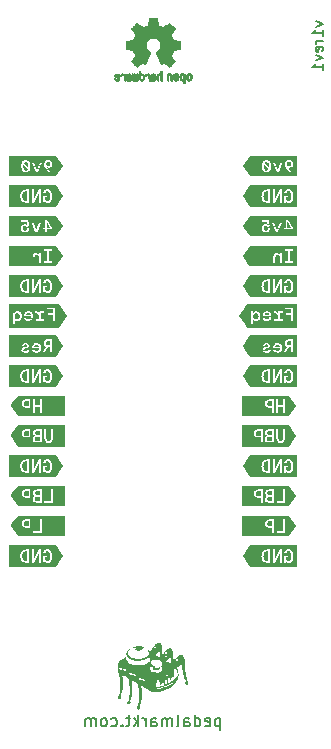
<source format=gbr>
%TF.GenerationSoftware,KiCad,Pcbnew,(6.0.9-0)*%
%TF.CreationDate,2024-06-20T10:35:51+02:00*%
%TF.ProjectId,filter-board,66696c74-6572-42d6-926f-6172642e6b69,rev?*%
%TF.SameCoordinates,Original*%
%TF.FileFunction,Legend,Bot*%
%TF.FilePolarity,Positive*%
%FSLAX46Y46*%
G04 Gerber Fmt 4.6, Leading zero omitted, Abs format (unit mm)*
G04 Created by KiCad (PCBNEW (6.0.9-0)) date 2024-06-20 10:35:51*
%MOMM*%
%LPD*%
G01*
G04 APERTURE LIST*
%ADD10C,0.150000*%
%ADD11C,0.010000*%
%ADD12C,3.200000*%
%ADD13C,5.500000*%
%ADD14R,1.700000X1.700000*%
%ADD15O,1.700000X1.700000*%
G04 APERTURE END LIST*
D10*
X78547142Y-38561428D02*
X79147142Y-38775714D01*
X78547142Y-38990000D01*
X79147142Y-39804285D02*
X79147142Y-39290000D01*
X79147142Y-39547142D02*
X78247142Y-39547142D01*
X78375714Y-39461428D01*
X78461428Y-39375714D01*
X78504285Y-39290000D01*
X79147142Y-40190000D02*
X78547142Y-40190000D01*
X78718571Y-40190000D02*
X78632857Y-40232857D01*
X78590000Y-40275714D01*
X78547142Y-40361428D01*
X78547142Y-40447142D01*
X79104285Y-41090000D02*
X79147142Y-41004285D01*
X79147142Y-40832857D01*
X79104285Y-40747142D01*
X79018571Y-40704285D01*
X78675714Y-40704285D01*
X78590000Y-40747142D01*
X78547142Y-40832857D01*
X78547142Y-41004285D01*
X78590000Y-41090000D01*
X78675714Y-41132857D01*
X78761428Y-41132857D01*
X78847142Y-40704285D01*
X78547142Y-41432857D02*
X79147142Y-41647142D01*
X78547142Y-41861428D01*
X79147142Y-42675714D02*
X79147142Y-42161428D01*
X79147142Y-42418571D02*
X78247142Y-42418571D01*
X78375714Y-42332857D01*
X78461428Y-42247142D01*
X78504285Y-42161428D01*
X70484285Y-97575714D02*
X70484285Y-98575714D01*
X70484285Y-97623333D02*
X70389047Y-97575714D01*
X70198571Y-97575714D01*
X70103333Y-97623333D01*
X70055714Y-97670952D01*
X70008095Y-97766190D01*
X70008095Y-98051904D01*
X70055714Y-98147142D01*
X70103333Y-98194761D01*
X70198571Y-98242380D01*
X70389047Y-98242380D01*
X70484285Y-98194761D01*
X69198571Y-98194761D02*
X69293809Y-98242380D01*
X69484285Y-98242380D01*
X69579523Y-98194761D01*
X69627142Y-98099523D01*
X69627142Y-97718571D01*
X69579523Y-97623333D01*
X69484285Y-97575714D01*
X69293809Y-97575714D01*
X69198571Y-97623333D01*
X69150952Y-97718571D01*
X69150952Y-97813809D01*
X69627142Y-97909047D01*
X68293809Y-98242380D02*
X68293809Y-97242380D01*
X68293809Y-98194761D02*
X68389047Y-98242380D01*
X68579523Y-98242380D01*
X68674761Y-98194761D01*
X68722380Y-98147142D01*
X68770000Y-98051904D01*
X68770000Y-97766190D01*
X68722380Y-97670952D01*
X68674761Y-97623333D01*
X68579523Y-97575714D01*
X68389047Y-97575714D01*
X68293809Y-97623333D01*
X67389047Y-98242380D02*
X67389047Y-97718571D01*
X67436666Y-97623333D01*
X67531904Y-97575714D01*
X67722380Y-97575714D01*
X67817619Y-97623333D01*
X67389047Y-98194761D02*
X67484285Y-98242380D01*
X67722380Y-98242380D01*
X67817619Y-98194761D01*
X67865238Y-98099523D01*
X67865238Y-98004285D01*
X67817619Y-97909047D01*
X67722380Y-97861428D01*
X67484285Y-97861428D01*
X67389047Y-97813809D01*
X66770000Y-98242380D02*
X66865238Y-98194761D01*
X66912857Y-98099523D01*
X66912857Y-97242380D01*
X66389047Y-98242380D02*
X66389047Y-97575714D01*
X66389047Y-97670952D02*
X66341428Y-97623333D01*
X66246190Y-97575714D01*
X66103333Y-97575714D01*
X66008095Y-97623333D01*
X65960476Y-97718571D01*
X65960476Y-98242380D01*
X65960476Y-97718571D02*
X65912857Y-97623333D01*
X65817619Y-97575714D01*
X65674761Y-97575714D01*
X65579523Y-97623333D01*
X65531904Y-97718571D01*
X65531904Y-98242380D01*
X64627142Y-98242380D02*
X64627142Y-97718571D01*
X64674761Y-97623333D01*
X64770000Y-97575714D01*
X64960476Y-97575714D01*
X65055714Y-97623333D01*
X64627142Y-98194761D02*
X64722380Y-98242380D01*
X64960476Y-98242380D01*
X65055714Y-98194761D01*
X65103333Y-98099523D01*
X65103333Y-98004285D01*
X65055714Y-97909047D01*
X64960476Y-97861428D01*
X64722380Y-97861428D01*
X64627142Y-97813809D01*
X64150952Y-98242380D02*
X64150952Y-97575714D01*
X64150952Y-97766190D02*
X64103333Y-97670952D01*
X64055714Y-97623333D01*
X63960476Y-97575714D01*
X63865238Y-97575714D01*
X63531904Y-98242380D02*
X63531904Y-97242380D01*
X63436666Y-97861428D02*
X63150952Y-98242380D01*
X63150952Y-97575714D02*
X63531904Y-97956666D01*
X62865238Y-97575714D02*
X62484285Y-97575714D01*
X62722380Y-97242380D02*
X62722380Y-98099523D01*
X62674761Y-98194761D01*
X62579523Y-98242380D01*
X62484285Y-98242380D01*
X62150952Y-98147142D02*
X62103333Y-98194761D01*
X62150952Y-98242380D01*
X62198571Y-98194761D01*
X62150952Y-98147142D01*
X62150952Y-98242380D01*
X61246190Y-98194761D02*
X61341428Y-98242380D01*
X61531904Y-98242380D01*
X61627142Y-98194761D01*
X61674761Y-98147142D01*
X61722380Y-98051904D01*
X61722380Y-97766190D01*
X61674761Y-97670952D01*
X61627142Y-97623333D01*
X61531904Y-97575714D01*
X61341428Y-97575714D01*
X61246190Y-97623333D01*
X60674761Y-98242380D02*
X60770000Y-98194761D01*
X60817619Y-98147142D01*
X60865238Y-98051904D01*
X60865238Y-97766190D01*
X60817619Y-97670952D01*
X60770000Y-97623333D01*
X60674761Y-97575714D01*
X60531904Y-97575714D01*
X60436666Y-97623333D01*
X60389047Y-97670952D01*
X60341428Y-97766190D01*
X60341428Y-98051904D01*
X60389047Y-98147142D01*
X60436666Y-98194761D01*
X60531904Y-98242380D01*
X60674761Y-98242380D01*
X59912857Y-98242380D02*
X59912857Y-97575714D01*
X59912857Y-97670952D02*
X59865238Y-97623333D01*
X59770000Y-97575714D01*
X59627142Y-97575714D01*
X59531904Y-97623333D01*
X59484285Y-97718571D01*
X59484285Y-98242380D01*
X59484285Y-97718571D02*
X59436666Y-97623333D01*
X59341428Y-97575714D01*
X59198571Y-97575714D01*
X59103333Y-97623333D01*
X59055714Y-97718571D01*
X59055714Y-98242380D01*
%TO.C,kibuzzard-666B0D69*%
G36*
X72375999Y-83820000D02*
G01*
X72378116Y-83816825D01*
X73949697Y-83816825D01*
X73957287Y-83939410D01*
X73980058Y-84048402D01*
X74018009Y-84143800D01*
X74071140Y-84225606D01*
X74138857Y-84291239D01*
X74220564Y-84338120D01*
X74316260Y-84366249D01*
X74425947Y-84375625D01*
X74706934Y-84375625D01*
X74929184Y-84375625D01*
X75097459Y-84375625D01*
X75492747Y-83581875D01*
X75503859Y-83581875D01*
X75503859Y-84375625D01*
X75659434Y-84375625D01*
X75868984Y-84375625D01*
X75997572Y-84375625D01*
X76016622Y-84280375D01*
X76027734Y-84280375D01*
X76106315Y-84354988D01*
X76175570Y-84382372D01*
X76264272Y-84391500D01*
X76376720Y-84375537D01*
X76470647Y-84327647D01*
X76546053Y-84247831D01*
X76589461Y-84168407D01*
X76620467Y-84073802D01*
X76639071Y-83964016D01*
X76645272Y-83839050D01*
X76638426Y-83707734D01*
X76617887Y-83591598D01*
X76583657Y-83490643D01*
X76535734Y-83404869D01*
X76453361Y-83317997D01*
X76352290Y-83265874D01*
X76232522Y-83248500D01*
X76139212Y-83258466D01*
X76058249Y-83288364D01*
X75989634Y-83338194D01*
X75935483Y-83405839D01*
X75897912Y-83489183D01*
X75876922Y-83588225D01*
X76051547Y-83588225D01*
X76089294Y-83485037D01*
X76149619Y-83423125D01*
X76232522Y-83402488D01*
X76334122Y-83430467D01*
X76410322Y-83514406D01*
X76445599Y-83600219D01*
X76466766Y-83708434D01*
X76473822Y-83839050D01*
X76464233Y-83984782D01*
X76435468Y-84098130D01*
X76387525Y-84179093D01*
X76320406Y-84227670D01*
X76234109Y-84243863D01*
X76150170Y-84228781D01*
X76085678Y-84183538D01*
X76044601Y-84110116D01*
X76030909Y-84010500D01*
X76030909Y-83921600D01*
X76242047Y-83921600D01*
X76242047Y-83788250D01*
X75868984Y-83788250D01*
X75868984Y-84375625D01*
X75659434Y-84375625D01*
X75659434Y-83264375D01*
X75491159Y-83264375D01*
X75095872Y-84059713D01*
X75084759Y-84059713D01*
X75084759Y-83264375D01*
X74929184Y-83264375D01*
X74929184Y-84375625D01*
X74706934Y-84375625D01*
X74706934Y-83264375D01*
X74425947Y-83264375D01*
X74316905Y-83273652D01*
X74221556Y-83301483D01*
X74139899Y-83347868D01*
X74071934Y-83412806D01*
X74018455Y-83493719D01*
X73980256Y-83588027D01*
X73957337Y-83695729D01*
X73949697Y-83816825D01*
X72378116Y-83816825D01*
X72977485Y-82917771D01*
X76976001Y-82917771D01*
X76976001Y-84722229D01*
X72977485Y-84722229D01*
X72375999Y-83820000D01*
G37*
G36*
X74540247Y-84224812D02*
G01*
X74435472Y-84224812D01*
X74340134Y-84213259D01*
X74261552Y-84178599D01*
X74199728Y-84120831D01*
X74155190Y-84040839D01*
X74128467Y-83939503D01*
X74119559Y-83816825D01*
X74128335Y-83694102D01*
X74154661Y-83593693D01*
X74198537Y-83515597D01*
X74259965Y-83459814D01*
X74338943Y-83426344D01*
X74435472Y-83415188D01*
X74540247Y-83415188D01*
X74540247Y-84224812D01*
G37*
%TO.C,kibuzzard-666B0D3F*%
G36*
X54147134Y-51092894D02*
G01*
X54081252Y-51160759D01*
X53994734Y-51183381D01*
X53908810Y-51159569D01*
X53841540Y-51088131D01*
X53809349Y-51013872D01*
X53790034Y-50918092D01*
X53783596Y-50800794D01*
X53787565Y-50711894D01*
X53799471Y-50629344D01*
X54147134Y-51092894D01*
G37*
G36*
X54080855Y-50440431D02*
G01*
X54148721Y-50511869D01*
X54181353Y-50586305D01*
X54200932Y-50682613D01*
X54207459Y-50800794D01*
X54203490Y-50894059D01*
X54191584Y-50970656D01*
X53843921Y-50508694D01*
X53909405Y-50439637D01*
X53994734Y-50416619D01*
X54080855Y-50440431D01*
G37*
G36*
X55975338Y-50425152D02*
G01*
X56035465Y-50469800D01*
X56074160Y-50536277D01*
X56087059Y-50616644D01*
X56074359Y-50695027D01*
X56036259Y-50758725D01*
X55976330Y-50800992D01*
X55898146Y-50815081D01*
X55820954Y-50800794D01*
X55760827Y-50757931D01*
X55722132Y-50694034D01*
X55709234Y-50616644D01*
X55722330Y-50536277D01*
X55761621Y-50469800D01*
X55821946Y-50425152D01*
X55898146Y-50410269D01*
X55975338Y-50425152D01*
G37*
G36*
X52579610Y-49944602D02*
G01*
X56578125Y-49944602D01*
X57148390Y-50800000D01*
X56578125Y-51655398D01*
X52579610Y-51655398D01*
X52579610Y-50802381D01*
X53613734Y-50802381D01*
X53620133Y-50923825D01*
X53639332Y-51029394D01*
X53671330Y-51119087D01*
X53716127Y-51192906D01*
X53792592Y-51266108D01*
X53885461Y-51310028D01*
X53994734Y-51324669D01*
X54104271Y-51309852D01*
X54197934Y-51265402D01*
X54275721Y-51191319D01*
X54321560Y-51116805D01*
X54354302Y-51026616D01*
X54373948Y-50920749D01*
X54380496Y-50799206D01*
X54373948Y-50679003D01*
X54354302Y-50573980D01*
X54332824Y-50515044D01*
X54550359Y-50515044D01*
X54850396Y-51308794D01*
X55047246Y-51308794D01*
X55306644Y-50626169D01*
X55544134Y-50626169D01*
X55552468Y-50718839D01*
X55577471Y-50803175D01*
X55617159Y-50885130D01*
X55669546Y-50970656D01*
X55888621Y-51308794D01*
X56088646Y-51308794D01*
X55815596Y-50916681D01*
X55934659Y-50937319D01*
X56058087Y-50914498D01*
X56158496Y-50846037D01*
X56207885Y-50779627D01*
X56237518Y-50702104D01*
X56247396Y-50613469D01*
X56236460Y-50520159D01*
X56203652Y-50439197D01*
X56148971Y-50370581D01*
X56077181Y-50318547D01*
X55993043Y-50287326D01*
X55896559Y-50276919D01*
X55798398Y-50287590D01*
X55713467Y-50319605D01*
X55641765Y-50372963D01*
X55587525Y-50443783D01*
X55554981Y-50528185D01*
X55544134Y-50626169D01*
X55306644Y-50626169D01*
X55348871Y-50515044D01*
X55182184Y-50515044D01*
X54953584Y-51140519D01*
X54942471Y-51140519D01*
X54715459Y-50515044D01*
X54550359Y-50515044D01*
X54332824Y-50515044D01*
X54321560Y-50484137D01*
X54275721Y-50409475D01*
X54197934Y-50334951D01*
X54104271Y-50290236D01*
X53994734Y-50275331D01*
X53885461Y-50290236D01*
X53792592Y-50334951D01*
X53716127Y-50409475D01*
X53671330Y-50484336D01*
X53639332Y-50574773D01*
X53620133Y-50680789D01*
X53613734Y-50802381D01*
X52579610Y-50802381D01*
X52579610Y-49944602D01*
G37*
%TO.C,G\u002A\u002A\u002A*%
G36*
X66484947Y-92058295D02*
G01*
X66487169Y-92109403D01*
X66489007Y-92170857D01*
X66489286Y-92181358D01*
X66490837Y-92229535D01*
X66492911Y-92282252D01*
X66495422Y-92338129D01*
X66498286Y-92395791D01*
X66501416Y-92453860D01*
X66504729Y-92510957D01*
X66508139Y-92565707D01*
X66511561Y-92616730D01*
X66514910Y-92662651D01*
X66518101Y-92702090D01*
X66521048Y-92733672D01*
X66523667Y-92756018D01*
X66525873Y-92767750D01*
X66526393Y-92768320D01*
X66531348Y-92763991D01*
X66540411Y-92750739D01*
X66552654Y-92730013D01*
X66567150Y-92703263D01*
X66615218Y-92617983D01*
X66673146Y-92531074D01*
X66737800Y-92449914D01*
X66811524Y-92371319D01*
X66838373Y-92345164D01*
X66870831Y-92315391D01*
X66897324Y-92293809D01*
X66918782Y-92279750D01*
X66936136Y-92272543D01*
X66950315Y-92271521D01*
X66956199Y-92271956D01*
X66966706Y-92269477D01*
X66978492Y-92261091D01*
X66994571Y-92244991D01*
X67008045Y-92232184D01*
X67032109Y-92213540D01*
X67055433Y-92199433D01*
X67059439Y-92197490D01*
X67077398Y-92189875D01*
X67094488Y-92185438D01*
X67114990Y-92183368D01*
X67143187Y-92182858D01*
X67148327Y-92182868D01*
X67175129Y-92183584D01*
X67194874Y-92185995D01*
X67211812Y-92190892D01*
X67230194Y-92199068D01*
X67245834Y-92207547D01*
X67267759Y-92222931D01*
X67289565Y-92243186D01*
X67313205Y-92270202D01*
X67340633Y-92305868D01*
X67363073Y-92338159D01*
X67396831Y-92397963D01*
X67420188Y-92458085D01*
X67433992Y-92520476D01*
X67434588Y-92525267D01*
X67436349Y-92545458D01*
X67438300Y-92575079D01*
X67440344Y-92612267D01*
X67442384Y-92655160D01*
X67444321Y-92701894D01*
X67446058Y-92750606D01*
X67447491Y-92791921D01*
X67456506Y-92986087D01*
X67468984Y-93171932D01*
X67484867Y-93349124D01*
X67504099Y-93517329D01*
X67526624Y-93676217D01*
X67552386Y-93825453D01*
X67581329Y-93964707D01*
X67613395Y-94093645D01*
X67648530Y-94211934D01*
X67686676Y-94319243D01*
X67727778Y-94415239D01*
X67730367Y-94420745D01*
X67747485Y-94458699D01*
X67759226Y-94488872D01*
X67766085Y-94513615D01*
X67768560Y-94535278D01*
X67767148Y-94556210D01*
X67762346Y-94578761D01*
X67746667Y-94622034D01*
X67720136Y-94665155D01*
X67685231Y-94700280D01*
X67657819Y-94718565D01*
X67630742Y-94728183D01*
X67606858Y-94726671D01*
X67600955Y-94724364D01*
X67583897Y-94715975D01*
X67561376Y-94703662D01*
X67536068Y-94689024D01*
X67510645Y-94673657D01*
X67487781Y-94659160D01*
X67470151Y-94647131D01*
X67460427Y-94639167D01*
X67458307Y-94636603D01*
X67452820Y-94625557D01*
X67450005Y-94609018D01*
X67449211Y-94583770D01*
X67449474Y-94568196D01*
X67451832Y-94545804D01*
X67457831Y-94525343D01*
X67468896Y-94500802D01*
X67483196Y-94476392D01*
X67503483Y-94450033D01*
X67525871Y-94427214D01*
X67547939Y-94410367D01*
X67567270Y-94401923D01*
X67579059Y-94398087D01*
X67584222Y-94393313D01*
X67584109Y-94392706D01*
X67579467Y-94384484D01*
X67569379Y-94370162D01*
X67555720Y-94352428D01*
X67540053Y-94331835D01*
X67499348Y-94268509D01*
X67460685Y-94193673D01*
X67424135Y-94107569D01*
X67389763Y-94010440D01*
X67357640Y-93902527D01*
X67327833Y-93784072D01*
X67300411Y-93655317D01*
X67275442Y-93516504D01*
X67252993Y-93367875D01*
X67233134Y-93209672D01*
X67231842Y-93198177D01*
X67227497Y-93157369D01*
X67223746Y-93118855D01*
X67220803Y-93085038D01*
X67218881Y-93058324D01*
X67218193Y-93041119D01*
X67219637Y-93014621D01*
X67229268Y-92962601D01*
X67248019Y-92903619D01*
X67275979Y-92837363D01*
X67300636Y-92782134D01*
X67320324Y-92731988D01*
X67334452Y-92687206D01*
X67343641Y-92645471D01*
X67348509Y-92604461D01*
X67349678Y-92561860D01*
X67348640Y-92521647D01*
X67346252Y-92490174D01*
X67342343Y-92468628D01*
X67336724Y-92455975D01*
X67329202Y-92451182D01*
X67324551Y-92450987D01*
X67320498Y-92453602D01*
X67318165Y-92461518D01*
X67316995Y-92476968D01*
X67316426Y-92502186D01*
X67315432Y-92513542D01*
X67312779Y-92543833D01*
X67299637Y-92601922D01*
X67277418Y-92665271D01*
X67246609Y-92733065D01*
X67207694Y-92804489D01*
X67161159Y-92878728D01*
X67107487Y-92954968D01*
X67047165Y-93032394D01*
X66980677Y-93110190D01*
X66908509Y-93187542D01*
X66891049Y-93205536D01*
X66865035Y-93232612D01*
X66842774Y-93256107D01*
X66825432Y-93274776D01*
X66814173Y-93287374D01*
X66810161Y-93292658D01*
X66811275Y-93295740D01*
X66817494Y-93306731D01*
X66827355Y-93321867D01*
X66827692Y-93322360D01*
X66855503Y-93369607D01*
X66880506Y-93424662D01*
X66901062Y-93483431D01*
X66915529Y-93541823D01*
X66918308Y-93560242D01*
X66921453Y-93594952D01*
X66923462Y-93637004D01*
X66924169Y-93683672D01*
X66924170Y-93780376D01*
X66959220Y-93793156D01*
X66975325Y-93799798D01*
X66993603Y-93809323D01*
X67004912Y-93817695D01*
X67006428Y-93819404D01*
X67010231Y-93825144D01*
X67010856Y-93831929D01*
X67007650Y-93842126D01*
X66999962Y-93858102D01*
X66987139Y-93882225D01*
X66985331Y-93885436D01*
X66956085Y-93937367D01*
X66879654Y-94056098D01*
X66793027Y-94170090D01*
X66697132Y-94278338D01*
X66592899Y-94379835D01*
X66481254Y-94473575D01*
X66363126Y-94558553D01*
X66311496Y-94591807D01*
X66176140Y-94670824D01*
X66031808Y-94744297D01*
X65879943Y-94811695D01*
X65739048Y-94865921D01*
X65721988Y-94872487D01*
X65559386Y-94926142D01*
X65393581Y-94972128D01*
X65226014Y-95009914D01*
X65058130Y-95038970D01*
X64959229Y-95053438D01*
X64942378Y-95032996D01*
X64933745Y-95023200D01*
X64918880Y-95008905D01*
X64905032Y-94998121D01*
X64893829Y-94991694D01*
X64886902Y-94990472D01*
X64885882Y-94995300D01*
X64892398Y-95007028D01*
X64894760Y-95011061D01*
X64900226Y-95030976D01*
X64902011Y-95061420D01*
X64902093Y-95070926D01*
X64903481Y-95091447D01*
X64907192Y-95104685D01*
X64914012Y-95114089D01*
X64917310Y-95117445D01*
X64921854Y-95121482D01*
X64927237Y-95124009D01*
X64935303Y-95125020D01*
X64947898Y-95124512D01*
X64966863Y-95122480D01*
X64994043Y-95118921D01*
X65031281Y-95113830D01*
X65177221Y-95090448D01*
X65352474Y-95053460D01*
X65526456Y-95007235D01*
X65697648Y-94952312D01*
X65864529Y-94889227D01*
X66025582Y-94818517D01*
X66179286Y-94740722D01*
X66324123Y-94656378D01*
X66355163Y-94636533D01*
X66475278Y-94550945D01*
X66589167Y-94455424D01*
X66696184Y-94350592D01*
X66795684Y-94237071D01*
X66887019Y-94115482D01*
X66924170Y-94061950D01*
X66924170Y-94128229D01*
X66923789Y-94157175D01*
X66921676Y-94186723D01*
X66916786Y-94211948D01*
X66908095Y-94236388D01*
X66894574Y-94263582D01*
X66875198Y-94297068D01*
X66836390Y-94358982D01*
X66756561Y-94471886D01*
X66668262Y-94580161D01*
X66573118Y-94682005D01*
X66472750Y-94775616D01*
X66368784Y-94859192D01*
X66300708Y-94907350D01*
X66182390Y-94981931D01*
X66055095Y-95052003D01*
X65920368Y-95116933D01*
X65779759Y-95176086D01*
X65634815Y-95228828D01*
X65487084Y-95274525D01*
X65338114Y-95312544D01*
X65189453Y-95342251D01*
X65110043Y-95354960D01*
X65034292Y-95365186D01*
X64966081Y-95372349D01*
X64906207Y-95376394D01*
X64855469Y-95377269D01*
X64814664Y-95374919D01*
X64784590Y-95369291D01*
X64783008Y-95368803D01*
X64776046Y-95366301D01*
X64767233Y-95362563D01*
X64756001Y-95357267D01*
X64741784Y-95350094D01*
X64724013Y-95340723D01*
X64702119Y-95328834D01*
X64675536Y-95314107D01*
X64643694Y-95296221D01*
X64606027Y-95274856D01*
X64561966Y-95249692D01*
X64510943Y-95220409D01*
X64452391Y-95186685D01*
X64385740Y-95148202D01*
X64310425Y-95104638D01*
X64225875Y-95055673D01*
X64131525Y-95000987D01*
X64096722Y-94980821D01*
X64038725Y-94947269D01*
X64028430Y-94941326D01*
X65028021Y-94941326D01*
X65029948Y-94952737D01*
X65035521Y-94957562D01*
X65035745Y-94957545D01*
X65048260Y-94955619D01*
X65070312Y-94951260D01*
X65099864Y-94944938D01*
X65134877Y-94937121D01*
X65173314Y-94928277D01*
X65213137Y-94918875D01*
X65252308Y-94909385D01*
X65288790Y-94900274D01*
X65320544Y-94892011D01*
X65418051Y-94865921D01*
X65418034Y-94844940D01*
X65460055Y-94844940D01*
X65460155Y-94846159D01*
X65462206Y-94848685D01*
X65468043Y-94848926D01*
X65479158Y-94846496D01*
X65497039Y-94841010D01*
X65523177Y-94832081D01*
X65559062Y-94819326D01*
X65569628Y-94815537D01*
X65601342Y-94804163D01*
X65630243Y-94793799D01*
X65653504Y-94785459D01*
X65668297Y-94780158D01*
X65693525Y-94771121D01*
X65694914Y-94742132D01*
X65742726Y-94742132D01*
X65744646Y-94747873D01*
X65746226Y-94747519D01*
X65757147Y-94743425D01*
X65776021Y-94735476D01*
X65800711Y-94724589D01*
X65829084Y-94711678D01*
X65834515Y-94709172D01*
X65866274Y-94694541D01*
X65896891Y-94680473D01*
X65923114Y-94668461D01*
X65941695Y-94659996D01*
X65957309Y-94652254D01*
X65973084Y-94641129D01*
X65979901Y-94629976D01*
X65979985Y-94629617D01*
X65981116Y-94617658D01*
X65981285Y-94610811D01*
X66019407Y-94610811D01*
X66021832Y-94616018D01*
X66022300Y-94615958D01*
X66031092Y-94612211D01*
X66047930Y-94603427D01*
X66070901Y-94590711D01*
X66098090Y-94575170D01*
X66127586Y-94557909D01*
X66157473Y-94540032D01*
X66185840Y-94522646D01*
X66210772Y-94506857D01*
X66262434Y-94473395D01*
X66265156Y-94445164D01*
X66301301Y-94445164D01*
X66301435Y-94445198D01*
X66307539Y-94441776D01*
X66321104Y-94432524D01*
X66340257Y-94418756D01*
X66363126Y-94401786D01*
X66369186Y-94397211D01*
X66493933Y-94295669D01*
X66609173Y-94187094D01*
X66715557Y-94070830D01*
X66813736Y-93946219D01*
X66858165Y-93885436D01*
X66858119Y-93844211D01*
X66858044Y-93836508D01*
X66854961Y-93791555D01*
X66847063Y-93743416D01*
X66833935Y-93690362D01*
X66815160Y-93630665D01*
X66790323Y-93562596D01*
X66783964Y-93546633D01*
X66767947Y-93509691D01*
X66749246Y-93469924D01*
X66728808Y-93429054D01*
X66707578Y-93388804D01*
X66686504Y-93350899D01*
X66666531Y-93317061D01*
X66648604Y-93289014D01*
X66633671Y-93268483D01*
X66622677Y-93257189D01*
X66617115Y-93253551D01*
X66608454Y-93251472D01*
X66599437Y-93257583D01*
X66596735Y-93260587D01*
X66592231Y-93268916D01*
X66588134Y-93281838D01*
X66584297Y-93300409D01*
X66580576Y-93325685D01*
X66576825Y-93358723D01*
X66572897Y-93400578D01*
X66568647Y-93452306D01*
X66566035Y-93487007D01*
X66563930Y-93514963D01*
X66562887Y-93529188D01*
X66556542Y-93612211D01*
X66550361Y-93686421D01*
X66549144Y-93699626D01*
X66544081Y-93754563D01*
X66537436Y-93819377D01*
X66530162Y-93883608D01*
X66521995Y-93949997D01*
X66519654Y-93968484D01*
X66515864Y-93998795D01*
X66512803Y-94023780D01*
X66510738Y-94041248D01*
X66509937Y-94049005D01*
X66509901Y-94049195D01*
X66506960Y-94045482D01*
X66499991Y-94032931D01*
X66489972Y-94013376D01*
X66477877Y-93988656D01*
X66472695Y-93978024D01*
X66459987Y-93952899D01*
X66445848Y-93925897D01*
X66431427Y-93899111D01*
X66417876Y-93874634D01*
X66406345Y-93854560D01*
X66397984Y-93840980D01*
X66393944Y-93835988D01*
X66393790Y-93836353D01*
X66393137Y-93844014D01*
X66392613Y-93858490D01*
X66391923Y-93866450D01*
X66388546Y-93886972D01*
X66383037Y-93913071D01*
X66376145Y-93940997D01*
X66371427Y-93959115D01*
X66365021Y-93985444D01*
X66359190Y-94012175D01*
X66353660Y-94040955D01*
X66348157Y-94073430D01*
X66342407Y-94111247D01*
X66336138Y-94156050D01*
X66329076Y-94209487D01*
X66320947Y-94273203D01*
X66319780Y-94282481D01*
X66314450Y-94325504D01*
X66309790Y-94364178D01*
X66307449Y-94384295D01*
X66305972Y-94396991D01*
X66303170Y-94422434D01*
X66301555Y-94438995D01*
X66301301Y-94445164D01*
X66265156Y-94445164D01*
X66266405Y-94432213D01*
X66267400Y-94384295D01*
X66259866Y-94321554D01*
X66243094Y-94253594D01*
X66217340Y-94181413D01*
X66182860Y-94106010D01*
X66172026Y-94085047D01*
X66157019Y-94057299D01*
X66142366Y-94031448D01*
X66129115Y-94009238D01*
X66118315Y-93992413D01*
X66111014Y-93982717D01*
X66108259Y-93981894D01*
X66109284Y-93986793D01*
X66114163Y-93998108D01*
X66115520Y-94001680D01*
X66116038Y-94013885D01*
X66112656Y-94033209D01*
X66105084Y-94061659D01*
X66101432Y-94074496D01*
X66092619Y-94107953D01*
X66084604Y-94142724D01*
X66077073Y-94180583D01*
X66069712Y-94223301D01*
X66062207Y-94272652D01*
X66054246Y-94330410D01*
X66045513Y-94398346D01*
X66044959Y-94402770D01*
X66039305Y-94447620D01*
X66033968Y-94489528D01*
X66029180Y-94526699D01*
X66025173Y-94557340D01*
X66022180Y-94579659D01*
X66020433Y-94591861D01*
X66019786Y-94596725D01*
X66019653Y-94597723D01*
X66019407Y-94610811D01*
X65981285Y-94610811D01*
X65981633Y-94596725D01*
X65981509Y-94569668D01*
X65980720Y-94539335D01*
X65980476Y-94532843D01*
X65978810Y-94500097D01*
X65976237Y-94474419D01*
X65972007Y-94451585D01*
X65965371Y-94427373D01*
X65955581Y-94397559D01*
X65955251Y-94396596D01*
X65939598Y-94354950D01*
X65920203Y-94309372D01*
X65898865Y-94263718D01*
X65877385Y-94221843D01*
X65857564Y-94187605D01*
X65842158Y-94163200D01*
X65831172Y-94189067D01*
X65829986Y-94192078D01*
X65824286Y-94210073D01*
X65817324Y-94236062D01*
X65809874Y-94267035D01*
X65802706Y-94299982D01*
X65799893Y-94313786D01*
X65795173Y-94337738D01*
X65790836Y-94361185D01*
X65786653Y-94385679D01*
X65782391Y-94412773D01*
X65777820Y-94444018D01*
X65772707Y-94480967D01*
X65766823Y-94525171D01*
X65759935Y-94578182D01*
X65751812Y-94641552D01*
X65750161Y-94654681D01*
X65745482Y-94695571D01*
X65743633Y-94717319D01*
X65743004Y-94724710D01*
X65742726Y-94742132D01*
X65694914Y-94742132D01*
X65695299Y-94734088D01*
X65695640Y-94717319D01*
X65694835Y-94686640D01*
X65692656Y-94658317D01*
X65692154Y-94654224D01*
X65683930Y-94612235D01*
X65669859Y-94563552D01*
X65650997Y-94510915D01*
X65628402Y-94457064D01*
X65603130Y-94404737D01*
X65576239Y-94356672D01*
X65570629Y-94347486D01*
X65561153Y-94332865D01*
X65555398Y-94326714D01*
X65551712Y-94327721D01*
X65548444Y-94334573D01*
X65545589Y-94342465D01*
X65537374Y-94368950D01*
X65528161Y-94402810D01*
X65518746Y-94440885D01*
X65509925Y-94480016D01*
X65502492Y-94517042D01*
X65500023Y-94531532D01*
X65496030Y-94557603D01*
X65491325Y-94590341D01*
X65486174Y-94627685D01*
X65480845Y-94667574D01*
X65475604Y-94707947D01*
X65470717Y-94746743D01*
X65466453Y-94781901D01*
X65463076Y-94811361D01*
X65460854Y-94833061D01*
X65460055Y-94844940D01*
X65418034Y-94844940D01*
X65418016Y-94823492D01*
X65413879Y-94759309D01*
X65400598Y-94684578D01*
X65378680Y-94605479D01*
X65348653Y-94523442D01*
X65311046Y-94439900D01*
X65266386Y-94356283D01*
X65215202Y-94274023D01*
X65194819Y-94244021D01*
X65318491Y-94244021D01*
X65319992Y-94248145D01*
X65325599Y-94262450D01*
X65334419Y-94284430D01*
X65345610Y-94311988D01*
X65358328Y-94343028D01*
X65366812Y-94363567D01*
X65378471Y-94391504D01*
X65388036Y-94414075D01*
X65394693Y-94429364D01*
X65397627Y-94435458D01*
X65398586Y-94435681D01*
X65403310Y-94429663D01*
X65409997Y-94415662D01*
X65417637Y-94396349D01*
X65425223Y-94374395D01*
X65431748Y-94352472D01*
X65436201Y-94333249D01*
X65437650Y-94323885D01*
X65440081Y-94301029D01*
X65442003Y-94273916D01*
X65443335Y-94245249D01*
X65443996Y-94217732D01*
X65443905Y-94194066D01*
X65442979Y-94176955D01*
X65441139Y-94169100D01*
X65435294Y-94170439D01*
X65421150Y-94176779D01*
X65400913Y-94187116D01*
X65376750Y-94200398D01*
X65354110Y-94213617D01*
X65332783Y-94227492D01*
X65321153Y-94237445D01*
X65318491Y-94244021D01*
X65194819Y-94244021D01*
X65194807Y-94244004D01*
X65169863Y-94209267D01*
X65149604Y-94184207D01*
X65133359Y-94168339D01*
X65120460Y-94161178D01*
X65110238Y-94162241D01*
X65102024Y-94171042D01*
X65095149Y-94187098D01*
X65094558Y-94189239D01*
X65091995Y-94204603D01*
X65089058Y-94230265D01*
X65085863Y-94264881D01*
X65082527Y-94307110D01*
X65079167Y-94355609D01*
X65075898Y-94409034D01*
X65074379Y-94435108D01*
X65069131Y-94518903D01*
X65068175Y-94532291D01*
X65063773Y-94593906D01*
X65058088Y-94662608D01*
X65051858Y-94727500D01*
X65044864Y-94791073D01*
X65036891Y-94855819D01*
X65033842Y-94880480D01*
X65030827Y-94907379D01*
X65028777Y-94928716D01*
X65028021Y-94941326D01*
X64028430Y-94941326D01*
X63984265Y-94915830D01*
X63934198Y-94886994D01*
X63889378Y-94861250D01*
X63850660Y-94839089D01*
X63818899Y-94821000D01*
X63794948Y-94807473D01*
X63779664Y-94798998D01*
X63773900Y-94796064D01*
X63773144Y-94800009D01*
X63774056Y-94813593D01*
X63776690Y-94834576D01*
X63780793Y-94860569D01*
X63786496Y-94895871D01*
X63793899Y-94946371D01*
X63801641Y-95003522D01*
X63809348Y-95064445D01*
X63816645Y-95126262D01*
X63823157Y-95186095D01*
X63824689Y-95203803D01*
X63826877Y-95242577D01*
X63828589Y-95292330D01*
X63829810Y-95352428D01*
X63830525Y-95422236D01*
X63830719Y-95501120D01*
X63830529Y-95562510D01*
X63829832Y-95629277D01*
X63828467Y-95687621D01*
X63826265Y-95739516D01*
X63823059Y-95786941D01*
X63818681Y-95831870D01*
X63812963Y-95876281D01*
X63805736Y-95922148D01*
X63796834Y-95971450D01*
X63786087Y-96026161D01*
X63776063Y-96072640D01*
X63755104Y-96155673D01*
X63730849Y-96236984D01*
X63704033Y-96314521D01*
X63675389Y-96386227D01*
X63645650Y-96450048D01*
X63615550Y-96503928D01*
X63600147Y-96528660D01*
X63632856Y-96550378D01*
X63639197Y-96554668D01*
X63662891Y-96573364D01*
X63677449Y-96591555D01*
X63684655Y-96612169D01*
X63686293Y-96638136D01*
X63685463Y-96651013D01*
X63675982Y-96691899D01*
X63657399Y-96732197D01*
X63631458Y-96768671D01*
X63599908Y-96798089D01*
X63596688Y-96800417D01*
X63577391Y-96812166D01*
X63559008Y-96818143D01*
X63539430Y-96818072D01*
X63516546Y-96811678D01*
X63488246Y-96798684D01*
X63452419Y-96778815D01*
X63442782Y-96773195D01*
X63417113Y-96757753D01*
X63399605Y-96746015D01*
X63388400Y-96736473D01*
X63381641Y-96727620D01*
X63377472Y-96717946D01*
X63372199Y-96685358D01*
X63375954Y-96648088D01*
X63388064Y-96609717D01*
X63407481Y-96572722D01*
X63433160Y-96539583D01*
X63464055Y-96512779D01*
X63468188Y-96509917D01*
X63477112Y-96503076D01*
X63483805Y-96495617D01*
X63489274Y-96485330D01*
X63494525Y-96470006D01*
X63500565Y-96447432D01*
X63508400Y-96415400D01*
X63529445Y-96324050D01*
X63554100Y-96200364D01*
X63573032Y-96080523D01*
X63586567Y-95961504D01*
X63595028Y-95840281D01*
X63598739Y-95713830D01*
X63598025Y-95579126D01*
X63597560Y-95557705D01*
X63595184Y-95478445D01*
X63591730Y-95403004D01*
X63587000Y-95329442D01*
X63580797Y-95255819D01*
X63572925Y-95180195D01*
X63563186Y-95100628D01*
X63551383Y-95015179D01*
X63537319Y-94921908D01*
X63520797Y-94818873D01*
X63489581Y-94628665D01*
X63229140Y-94477925D01*
X63217468Y-94471174D01*
X63167100Y-94442165D01*
X63120132Y-94415305D01*
X63077558Y-94391150D01*
X63040373Y-94370257D01*
X63009574Y-94353183D01*
X62986156Y-94340485D01*
X62971114Y-94332720D01*
X62965443Y-94330443D01*
X62965116Y-94334052D01*
X62966175Y-94347872D01*
X62968798Y-94370057D01*
X62972739Y-94398569D01*
X62977747Y-94431372D01*
X62988984Y-94503792D01*
X62999602Y-94577971D01*
X63008108Y-94645832D01*
X63014761Y-94710252D01*
X63019819Y-94774109D01*
X63023541Y-94840280D01*
X63026185Y-94911645D01*
X63028009Y-94991079D01*
X63028963Y-95067284D01*
X63028825Y-95142467D01*
X63027318Y-95210169D01*
X63024326Y-95272738D01*
X63019735Y-95332521D01*
X63013429Y-95391864D01*
X63005292Y-95453116D01*
X62990293Y-95544474D01*
X62966611Y-95656937D01*
X62938224Y-95763597D01*
X62905573Y-95862993D01*
X62869099Y-95953670D01*
X62829245Y-96034169D01*
X62797760Y-96091154D01*
X62833362Y-96116261D01*
X62842821Y-96123176D01*
X62865757Y-96143892D01*
X62878867Y-96164844D01*
X62883432Y-96188798D01*
X62880732Y-96218519D01*
X62877813Y-96231744D01*
X62869106Y-96259861D01*
X62858593Y-96285080D01*
X62849186Y-96301287D01*
X62829237Y-96327453D01*
X62805865Y-96351294D01*
X62781964Y-96369991D01*
X62760429Y-96380722D01*
X62756371Y-96381857D01*
X62744454Y-96383794D01*
X62731967Y-96382821D01*
X62716998Y-96378233D01*
X62697632Y-96369328D01*
X62671958Y-96355403D01*
X62638061Y-96335755D01*
X62625976Y-96328535D01*
X62600555Y-96311842D01*
X62583712Y-96297107D01*
X62573765Y-96282088D01*
X62569031Y-96264544D01*
X62567827Y-96242236D01*
X62569788Y-96219568D01*
X62580897Y-96180246D01*
X62600315Y-96141371D01*
X62626322Y-96106110D01*
X62657198Y-96077632D01*
X62685031Y-96057200D01*
X62704383Y-95977175D01*
X62713016Y-95940851D01*
X62737431Y-95828835D01*
X62756896Y-95722281D01*
X62771851Y-95617760D01*
X62782741Y-95511843D01*
X62790006Y-95401100D01*
X62794091Y-95282102D01*
X62794744Y-95242674D01*
X62794781Y-95152825D01*
X62792676Y-95062816D01*
X62788302Y-94971382D01*
X62781532Y-94877258D01*
X62772239Y-94779181D01*
X62760293Y-94675885D01*
X62745569Y-94566106D01*
X62727938Y-94448579D01*
X62707273Y-94322040D01*
X62697392Y-94265301D01*
X63481391Y-94265301D01*
X63482377Y-94267850D01*
X63489470Y-94265510D01*
X63501487Y-94261414D01*
X63536764Y-94257005D01*
X63570474Y-94264187D01*
X63602067Y-94282673D01*
X63630992Y-94312177D01*
X63656698Y-94352413D01*
X63659740Y-94358068D01*
X63670692Y-94376330D01*
X63679870Y-94388606D01*
X63685542Y-94392490D01*
X63691688Y-94385830D01*
X63697320Y-94372656D01*
X63700509Y-94362452D01*
X63712365Y-94335481D01*
X63727904Y-94316683D01*
X63749308Y-94303140D01*
X63757673Y-94299030D01*
X63777781Y-94288219D01*
X63793382Y-94278653D01*
X63803530Y-94272506D01*
X63813598Y-94271000D01*
X63819721Y-94279250D01*
X63823612Y-94298374D01*
X63824454Y-94304260D01*
X63826957Y-94318143D01*
X63828922Y-94324311D01*
X63829201Y-94324438D01*
X63837039Y-94327479D01*
X63854664Y-94334157D01*
X63880845Y-94344010D01*
X63914350Y-94356577D01*
X63953949Y-94371395D01*
X63998410Y-94388002D01*
X64046502Y-94405937D01*
X64082924Y-94419531D01*
X64132050Y-94437988D01*
X64171832Y-94453174D01*
X64203453Y-94465603D01*
X64228095Y-94475790D01*
X64246941Y-94484251D01*
X64261175Y-94491500D01*
X64271977Y-94498053D01*
X64280532Y-94504424D01*
X64288021Y-94511129D01*
X64295020Y-94517807D01*
X64307387Y-94529107D01*
X64312601Y-94532291D01*
X64311653Y-94527592D01*
X64305534Y-94515244D01*
X64301873Y-94508774D01*
X64292603Y-94496278D01*
X64279479Y-94483528D01*
X64260823Y-94469166D01*
X64234954Y-94451835D01*
X64200194Y-94430181D01*
X64185543Y-94421130D01*
X64158842Y-94403623D01*
X64139766Y-94389084D01*
X64126182Y-94375788D01*
X64115956Y-94362008D01*
X64096499Y-94335274D01*
X64056826Y-94296651D01*
X64009519Y-94266875D01*
X64008245Y-94266250D01*
X63986604Y-94256568D01*
X63967107Y-94250566D01*
X63945041Y-94247160D01*
X63915694Y-94245263D01*
X63882509Y-94242028D01*
X63834209Y-94231161D01*
X63781972Y-94212352D01*
X63723881Y-94184998D01*
X63706256Y-94176827D01*
X63689469Y-94171928D01*
X63669482Y-94169632D01*
X63641911Y-94169087D01*
X63622101Y-94169396D01*
X63599243Y-94171261D01*
X63581729Y-94175435D01*
X63565572Y-94182625D01*
X63540843Y-94197829D01*
X63510801Y-94223183D01*
X63489470Y-94250433D01*
X63486513Y-94255521D01*
X63481391Y-94265301D01*
X62697392Y-94265301D01*
X62683446Y-94185224D01*
X62678836Y-94159430D01*
X62420953Y-94010073D01*
X62411324Y-94004498D01*
X62361148Y-93975523D01*
X62314379Y-93948635D01*
X62272013Y-93924399D01*
X62235045Y-93903379D01*
X62204469Y-93886139D01*
X62181281Y-93873243D01*
X62166475Y-93865255D01*
X62161047Y-93862738D01*
X62160916Y-93864102D01*
X62161991Y-93874785D01*
X62164753Y-93894233D01*
X62168886Y-93920311D01*
X62174075Y-93950883D01*
X62180908Y-93991019D01*
X62206451Y-94166690D01*
X62224193Y-94337833D01*
X62234174Y-94503954D01*
X62236434Y-94664562D01*
X62231014Y-94819165D01*
X62217954Y-94967272D01*
X62197294Y-95108388D01*
X62169075Y-95242024D01*
X62133337Y-95367687D01*
X62090120Y-95484884D01*
X62039465Y-95593123D01*
X62037371Y-95597118D01*
X62024250Y-95622264D01*
X62013579Y-95642928D01*
X62006406Y-95657065D01*
X62003782Y-95662631D01*
X62003783Y-95662641D01*
X62008418Y-95666588D01*
X62020390Y-95675371D01*
X62037133Y-95687107D01*
X62041308Y-95690025D01*
X62065473Y-95709897D01*
X62079960Y-95729603D01*
X62086334Y-95752123D01*
X62086164Y-95780440D01*
X62081405Y-95808165D01*
X62068497Y-95845088D01*
X62049562Y-95879456D01*
X62026126Y-95909402D01*
X61999719Y-95933057D01*
X61971869Y-95948555D01*
X61944103Y-95954029D01*
X61936922Y-95953171D01*
X61916453Y-95946670D01*
X61890822Y-95935116D01*
X61862742Y-95920108D01*
X61834926Y-95903243D01*
X61810086Y-95886119D01*
X61790933Y-95870332D01*
X61780180Y-95857481D01*
X61772896Y-95833802D01*
X61772712Y-95802300D01*
X61779981Y-95767802D01*
X61793730Y-95732731D01*
X61812987Y-95699511D01*
X61836778Y-95670566D01*
X61864131Y-95648320D01*
X61871548Y-95643533D01*
X61878746Y-95637706D01*
X61884463Y-95630184D01*
X61889567Y-95618976D01*
X61894925Y-95602090D01*
X61901407Y-95577532D01*
X61909879Y-95543312D01*
X61916799Y-95514691D01*
X61943530Y-95392722D01*
X61964354Y-95275273D01*
X61979818Y-95158360D01*
X61990469Y-95038002D01*
X61996854Y-94910217D01*
X61999152Y-94772633D01*
X61996464Y-94629981D01*
X61988419Y-94485444D01*
X61974857Y-94336156D01*
X61955616Y-94179251D01*
X61952944Y-94160310D01*
X61948053Y-94127246D01*
X61942099Y-94088304D01*
X61935324Y-94044963D01*
X61927972Y-93998699D01*
X61920286Y-93950991D01*
X61912508Y-93903317D01*
X61904882Y-93857154D01*
X61899963Y-93827783D01*
X62677631Y-93827783D01*
X62678497Y-93828034D01*
X62687424Y-93826931D01*
X62702288Y-93823373D01*
X62716867Y-93820844D01*
X62748089Y-93822773D01*
X62779276Y-93832772D01*
X62805855Y-93849681D01*
X62807720Y-93851402D01*
X62821243Y-93866974D01*
X62836577Y-93888523D01*
X62850750Y-93911931D01*
X62854785Y-93919091D01*
X62866558Y-93937932D01*
X62876525Y-93951066D01*
X62882867Y-93955998D01*
X62884511Y-93955579D01*
X62890473Y-93947471D01*
X62894935Y-93931511D01*
X62900266Y-93914011D01*
X62913638Y-93891343D01*
X62931358Y-93873158D01*
X62950422Y-93863158D01*
X62953322Y-93862300D01*
X62969931Y-93854684D01*
X62987010Y-93843720D01*
X62996828Y-93837137D01*
X63008844Y-93834029D01*
X63015592Y-93841508D01*
X63017862Y-93859990D01*
X63018949Y-93870757D01*
X63022455Y-93881323D01*
X63022812Y-93881647D01*
X63031119Y-93885785D01*
X63049212Y-93893494D01*
X63075841Y-93904282D01*
X63109754Y-93917653D01*
X63149701Y-93933114D01*
X63194432Y-93950171D01*
X63242696Y-93968330D01*
X63273691Y-93979931D01*
X63323963Y-93998863D01*
X63364766Y-94014464D01*
X63397279Y-94027247D01*
X63422678Y-94037725D01*
X63442144Y-94046410D01*
X63456852Y-94053815D01*
X63467982Y-94060453D01*
X63476710Y-94066836D01*
X63484215Y-94073479D01*
X63488987Y-94078011D01*
X63502261Y-94090175D01*
X63508349Y-94094336D01*
X63508297Y-94090860D01*
X63503151Y-94080113D01*
X63499904Y-94074257D01*
X63499398Y-94073554D01*
X65598865Y-94073554D01*
X65599452Y-94076760D01*
X65603726Y-94089443D01*
X65605549Y-94094336D01*
X65611385Y-94109996D01*
X65621726Y-94136544D01*
X65634045Y-94167215D01*
X65642790Y-94188623D01*
X65654777Y-94217718D01*
X65654783Y-94217732D01*
X65664834Y-94241840D01*
X65672105Y-94258938D01*
X65675733Y-94266961D01*
X65677942Y-94268474D01*
X65683732Y-94263384D01*
X65691091Y-94250228D01*
X65699100Y-94231284D01*
X65706840Y-94208833D01*
X65713392Y-94185156D01*
X65717837Y-94162530D01*
X65719156Y-94151953D01*
X65721228Y-94127961D01*
X65722744Y-94100682D01*
X65723660Y-94072660D01*
X65723934Y-94046437D01*
X65723524Y-94024557D01*
X65722387Y-94009564D01*
X65720480Y-94004002D01*
X65715046Y-94006558D01*
X65701667Y-94013792D01*
X65682948Y-94024247D01*
X65661448Y-94036456D01*
X65639728Y-94048956D01*
X65620351Y-94060282D01*
X65605876Y-94068970D01*
X65598865Y-94073554D01*
X63499398Y-94073554D01*
X63490642Y-94061390D01*
X63477574Y-94048386D01*
X63459010Y-94033861D01*
X63433255Y-94016431D01*
X63398617Y-93994714D01*
X63383100Y-93985086D01*
X63355046Y-93966730D01*
X63335215Y-93951932D01*
X63321909Y-93939357D01*
X63313429Y-93927667D01*
X63312075Y-93925316D01*
X63301144Y-93910780D01*
X65881357Y-93910780D01*
X65882129Y-93914088D01*
X65886704Y-93926852D01*
X65894682Y-93947452D01*
X65905339Y-93974031D01*
X65917953Y-94004732D01*
X65927136Y-94026891D01*
X65935191Y-94046437D01*
X65939072Y-94055854D01*
X65948862Y-94079801D01*
X65955682Y-94096713D01*
X65958707Y-94104569D01*
X65959025Y-94105407D01*
X65963401Y-94106289D01*
X65970296Y-94097050D01*
X65978976Y-94078944D01*
X65988709Y-94053226D01*
X65994979Y-94029527D01*
X66000728Y-93997409D01*
X66005330Y-93961386D01*
X66008373Y-93925352D01*
X66009449Y-93893202D01*
X66008145Y-93868830D01*
X66006932Y-93860816D01*
X66004188Y-93847322D01*
X66001964Y-93841989D01*
X66001891Y-93842000D01*
X65995687Y-93845095D01*
X65981829Y-93852683D01*
X65962879Y-93863304D01*
X65941396Y-93875497D01*
X65919941Y-93887802D01*
X65901076Y-93898758D01*
X65887361Y-93906904D01*
X65881357Y-93910780D01*
X63301144Y-93910780D01*
X63282045Y-93885383D01*
X63243577Y-93852349D01*
X63198683Y-93827348D01*
X63149374Y-93811516D01*
X63097664Y-93805986D01*
X63076623Y-93804365D01*
X63040513Y-93796967D01*
X63000232Y-93784558D01*
X62959123Y-93768213D01*
X62920529Y-93749008D01*
X62919113Y-93748453D01*
X66176585Y-93748453D01*
X66178164Y-93752123D01*
X66183837Y-93765701D01*
X66192679Y-93787058D01*
X66203851Y-93814164D01*
X66216513Y-93844989D01*
X66224978Y-93865562D01*
X66236447Y-93893202D01*
X66236542Y-93893431D01*
X66245985Y-93915899D01*
X66252502Y-93931063D01*
X66255293Y-93937017D01*
X66256187Y-93937363D01*
X66261476Y-93932243D01*
X66269018Y-93919333D01*
X66277369Y-93901345D01*
X66285087Y-93880992D01*
X66287925Y-93870677D01*
X66292500Y-93847107D01*
X66296802Y-93817617D01*
X66300543Y-93785164D01*
X66303435Y-93752709D01*
X66305191Y-93723210D01*
X66305523Y-93699626D01*
X66304144Y-93684916D01*
X66300173Y-93669093D01*
X66236872Y-93705508D01*
X66235590Y-93706248D01*
X66211713Y-93720681D01*
X66192650Y-93733431D01*
X66180305Y-93743141D01*
X66176585Y-93748453D01*
X62919113Y-93748453D01*
X62882355Y-93734047D01*
X62840875Y-93729093D01*
X62798899Y-93733826D01*
X62758831Y-93747696D01*
X62723077Y-93770155D01*
X62694042Y-93800655D01*
X62687245Y-93810374D01*
X62679759Y-93822331D01*
X62677631Y-93827783D01*
X61899963Y-93827783D01*
X61897651Y-93813981D01*
X61891058Y-93775276D01*
X61885345Y-93742515D01*
X61880757Y-93717178D01*
X61877535Y-93700743D01*
X61875924Y-93694686D01*
X61861014Y-93685376D01*
X61840998Y-93666152D01*
X61829520Y-93645172D01*
X61829403Y-93644749D01*
X61827886Y-93633512D01*
X61826647Y-93612329D01*
X61825684Y-93580906D01*
X61824992Y-93538951D01*
X61824568Y-93486170D01*
X61824409Y-93422271D01*
X61824443Y-93397177D01*
X61882902Y-93397177D01*
X61916290Y-93393731D01*
X61938993Y-93392951D01*
X61974060Y-93399549D01*
X62004705Y-93416570D01*
X62031623Y-93444465D01*
X62055509Y-93483682D01*
X62063132Y-93498628D01*
X62072800Y-93515868D01*
X62079811Y-93524680D01*
X62085596Y-93526635D01*
X62091585Y-93523303D01*
X62096336Y-93516873D01*
X62099790Y-93503115D01*
X62102410Y-93490484D01*
X62112672Y-93471126D01*
X62127865Y-93452971D01*
X62144929Y-93440279D01*
X62148674Y-93438350D01*
X62166954Y-93428286D01*
X62185968Y-93417093D01*
X62200667Y-93409379D01*
X62212742Y-93408247D01*
X62220267Y-93417117D01*
X62225195Y-93436980D01*
X62228800Y-93458615D01*
X62447102Y-93540280D01*
X62450996Y-93541737D01*
X62507102Y-93562815D01*
X62553132Y-93580327D01*
X62590221Y-93594759D01*
X62619506Y-93606601D01*
X62642122Y-93616341D01*
X62659206Y-93624465D01*
X62671893Y-93631463D01*
X62681319Y-93637823D01*
X62688621Y-93644031D01*
X62692736Y-93647900D01*
X62705730Y-93659011D01*
X62710949Y-93660983D01*
X62708417Y-93653802D01*
X62698159Y-93637450D01*
X62689793Y-93628072D01*
X62670498Y-93611836D01*
X62642813Y-93591840D01*
X62608020Y-93569058D01*
X62579140Y-93550532D01*
X62554338Y-93533445D01*
X62536567Y-93519320D01*
X62523963Y-93506659D01*
X62514663Y-93493961D01*
X62487181Y-93458829D01*
X62451242Y-93426705D01*
X62411621Y-93402242D01*
X62411460Y-93402165D01*
X62386667Y-93392425D01*
X62357628Y-93384331D01*
X62328173Y-93378626D01*
X62302134Y-93376052D01*
X62283341Y-93377354D01*
X62271761Y-93376860D01*
X62250969Y-93371793D01*
X62223465Y-93362767D01*
X62191314Y-93350525D01*
X62156582Y-93335804D01*
X62121333Y-93319344D01*
X62096130Y-93309166D01*
X62051800Y-93301016D01*
X62007233Y-93304578D01*
X61963880Y-93319845D01*
X61956749Y-93323493D01*
X61930230Y-93339622D01*
X61910404Y-93357619D01*
X61893132Y-93381064D01*
X61882902Y-93397177D01*
X61824443Y-93397177D01*
X61824510Y-93346960D01*
X61824712Y-93298066D01*
X64488296Y-93298066D01*
X64488351Y-93298403D01*
X64491480Y-93306774D01*
X64498944Y-93324375D01*
X64510097Y-93349751D01*
X64524292Y-93381445D01*
X64540884Y-93417999D01*
X64559226Y-93457959D01*
X64629837Y-93610971D01*
X64903935Y-93652946D01*
X64956415Y-93660983D01*
X65178032Y-93694922D01*
X65178032Y-93717451D01*
X65178108Y-93721551D01*
X65179642Y-93734613D01*
X65182533Y-93739775D01*
X65182903Y-93739663D01*
X65190734Y-93735664D01*
X65207574Y-93726413D01*
X65232268Y-93712564D01*
X65263663Y-93694771D01*
X65300604Y-93673688D01*
X65341935Y-93649969D01*
X65386504Y-93624266D01*
X65585975Y-93508963D01*
X65586020Y-93487007D01*
X65585523Y-93481997D01*
X65581298Y-93466059D01*
X65572558Y-93441916D01*
X65559055Y-93408953D01*
X65540544Y-93366555D01*
X65516777Y-93314106D01*
X65447490Y-93163162D01*
X65465158Y-93143039D01*
X65472982Y-93132582D01*
X65485493Y-93111124D01*
X65495776Y-93088305D01*
X65496062Y-93087539D01*
X65500431Y-93074896D01*
X65503615Y-93062522D01*
X65505762Y-93048373D01*
X65507016Y-93030405D01*
X65507524Y-93006573D01*
X65507434Y-92974833D01*
X65506892Y-92933140D01*
X65505058Y-92812586D01*
X65485373Y-92772635D01*
X65479707Y-92761875D01*
X65449273Y-92719851D01*
X65433841Y-92706294D01*
X65884877Y-92706294D01*
X65967989Y-92754347D01*
X65979210Y-92760834D01*
X66012717Y-92780205D01*
X66052610Y-92803265D01*
X66096047Y-92828372D01*
X66140186Y-92853885D01*
X66182186Y-92878159D01*
X66212118Y-92895437D01*
X66244980Y-92914351D01*
X66273072Y-92930458D01*
X66294990Y-92942957D01*
X66309330Y-92951045D01*
X66314690Y-92953919D01*
X66314734Y-92953871D01*
X66314310Y-92947360D01*
X66312403Y-92931442D01*
X66309302Y-92908374D01*
X66305296Y-92880413D01*
X66305048Y-92878724D01*
X66299481Y-92838946D01*
X66653585Y-92838946D01*
X66662996Y-92861470D01*
X66664966Y-92866098D01*
X66675223Y-92886045D01*
X66686744Y-92899096D01*
X66702918Y-92909311D01*
X66728077Y-92917135D01*
X66761012Y-92915956D01*
X66798098Y-92904240D01*
X66838823Y-92882157D01*
X66882675Y-92849875D01*
X66918817Y-92816091D01*
X66957266Y-92770263D01*
X66990371Y-92719813D01*
X67017103Y-92666828D01*
X67036430Y-92613396D01*
X67047320Y-92561604D01*
X67048745Y-92513542D01*
X67046092Y-92492398D01*
X67036993Y-92462723D01*
X67021289Y-92440984D01*
X66997861Y-92425241D01*
X66993594Y-92423214D01*
X66977214Y-92417078D01*
X66962145Y-92416013D01*
X66942028Y-92419347D01*
X66916033Y-92426589D01*
X66871793Y-92446323D01*
X66829981Y-92473717D01*
X66792153Y-92507097D01*
X66759866Y-92544790D01*
X66734673Y-92585123D01*
X66718132Y-92626421D01*
X66711797Y-92667012D01*
X66711779Y-92682523D01*
X66713482Y-92697624D01*
X66718437Y-92707852D01*
X66727989Y-92717396D01*
X66729774Y-92718878D01*
X66744469Y-92728123D01*
X66757085Y-92731901D01*
X66772443Y-92729562D01*
X66798314Y-92718022D01*
X66825745Y-92698385D01*
X66852768Y-92672384D01*
X66877411Y-92641752D01*
X66897704Y-92608222D01*
X66909169Y-92584415D01*
X66916670Y-92564326D01*
X66920253Y-92545864D01*
X66921170Y-92524567D01*
X66918978Y-92496288D01*
X66911437Y-92476431D01*
X66897653Y-92465221D01*
X66876736Y-92461393D01*
X66855164Y-92460905D01*
X66873166Y-92452663D01*
X66877707Y-92450877D01*
X66897392Y-92446169D01*
X66918860Y-92444149D01*
X66942497Y-92446992D01*
X66965570Y-92458413D01*
X66982096Y-92477483D01*
X66992313Y-92503032D01*
X66996459Y-92533894D01*
X66994774Y-92568897D01*
X66987496Y-92606876D01*
X66974863Y-92646660D01*
X66957113Y-92687081D01*
X66934487Y-92726971D01*
X66907221Y-92765161D01*
X66875555Y-92800482D01*
X66839727Y-92831767D01*
X66830249Y-92838898D01*
X66800191Y-92859489D01*
X66774876Y-92872734D01*
X66751671Y-92879815D01*
X66727943Y-92881913D01*
X66719875Y-92881821D01*
X66702619Y-92879837D01*
X66689589Y-92873480D01*
X66675068Y-92860430D01*
X66653585Y-92838946D01*
X66299481Y-92838946D01*
X66298696Y-92833334D01*
X66292307Y-92783965D01*
X66286089Y-92732602D01*
X66280255Y-92681226D01*
X66275015Y-92631821D01*
X66270579Y-92586371D01*
X66267159Y-92546858D01*
X66264965Y-92515267D01*
X66264207Y-92493579D01*
X66264228Y-92489662D01*
X66265587Y-92459037D01*
X66269527Y-92429758D01*
X66276708Y-92399463D01*
X66287791Y-92365793D01*
X66303436Y-92326385D01*
X66324306Y-92278879D01*
X66329869Y-92266540D01*
X66350099Y-92220145D01*
X66365484Y-92181192D01*
X66376664Y-92147132D01*
X66384281Y-92115417D01*
X66388973Y-92083497D01*
X66391382Y-92048822D01*
X66392149Y-92008845D01*
X66392138Y-91993817D01*
X66391229Y-91956163D01*
X66388822Y-91928900D01*
X66384690Y-91910867D01*
X66378604Y-91900900D01*
X66370336Y-91897836D01*
X66370028Y-91897853D01*
X66365963Y-91903058D01*
X66363548Y-91918226D01*
X66362620Y-91944339D01*
X66361704Y-91966367D01*
X66359076Y-91984843D01*
X66355508Y-92009926D01*
X66343004Y-92056705D01*
X66323629Y-92108613D01*
X66296819Y-92167560D01*
X66257234Y-92243174D01*
X66196555Y-92342205D01*
X66126171Y-92440130D01*
X66045365Y-92537932D01*
X65953418Y-92636591D01*
X65884877Y-92706294D01*
X65433841Y-92706294D01*
X65408967Y-92684443D01*
X65359071Y-92655909D01*
X65288052Y-92627235D01*
X65196884Y-92601444D01*
X65105025Y-92587592D01*
X65012786Y-92585681D01*
X64920482Y-92595715D01*
X64828425Y-92617694D01*
X64736929Y-92651621D01*
X64709910Y-92664230D01*
X64670160Y-92687226D01*
X64639069Y-92712635D01*
X64614510Y-92742347D01*
X64594352Y-92778254D01*
X64587518Y-92794005D01*
X64575721Y-92836197D01*
X64574960Y-92876225D01*
X64585444Y-92915058D01*
X64607383Y-92953668D01*
X64640990Y-92993024D01*
X64653598Y-93004932D01*
X64696703Y-93036926D01*
X64748302Y-93065095D01*
X64806014Y-93088564D01*
X64867457Y-93106458D01*
X64930252Y-93117903D01*
X64992018Y-93122023D01*
X65031021Y-93122130D01*
X65007583Y-93135532D01*
X64998107Y-93141335D01*
X64975441Y-93161019D01*
X64962885Y-93184436D01*
X64959015Y-93213879D01*
X64959547Y-93225502D01*
X64967431Y-93254989D01*
X64984935Y-93277367D01*
X65012298Y-93292989D01*
X65024669Y-93297126D01*
X65037745Y-93299574D01*
X65053798Y-93300164D01*
X65075801Y-93298995D01*
X65106730Y-93296170D01*
X65151815Y-93290586D01*
X65228556Y-93275389D01*
X65296606Y-93254072D01*
X65309862Y-93249198D01*
X65325917Y-93243971D01*
X65334927Y-93241942D01*
X65336315Y-93242511D01*
X65338923Y-93250454D01*
X65339691Y-93268464D01*
X65338682Y-93297446D01*
X65337496Y-93314625D01*
X65331509Y-93355289D01*
X65320506Y-93387407D01*
X65303151Y-93413200D01*
X65278107Y-93434888D01*
X65244038Y-93454692D01*
X65216426Y-93467801D01*
X65177179Y-93482827D01*
X65137211Y-93492924D01*
X65090939Y-93499733D01*
X65040496Y-93502435D01*
X64983491Y-93499174D01*
X64928010Y-93489855D01*
X64876521Y-93475050D01*
X64831490Y-93455331D01*
X64795385Y-93431269D01*
X64784532Y-93421442D01*
X64765826Y-93398981D01*
X64753166Y-93373004D01*
X64745437Y-93340786D01*
X64741523Y-93299600D01*
X64738356Y-93237535D01*
X64713675Y-93224981D01*
X64708050Y-93222072D01*
X64688886Y-93211587D01*
X64673674Y-93202510D01*
X64668281Y-93199321D01*
X64662312Y-93197601D01*
X64654724Y-93198493D01*
X64643765Y-93202682D01*
X64627685Y-93210854D01*
X64604736Y-93223694D01*
X64573166Y-93241889D01*
X64553167Y-93253661D01*
X64527295Y-93269556D01*
X64506707Y-93283018D01*
X64493131Y-93292903D01*
X64488296Y-93298066D01*
X61824712Y-93298066D01*
X61824869Y-93259943D01*
X61826769Y-92896914D01*
X61844341Y-92846574D01*
X61858696Y-92811910D01*
X61886078Y-92763586D01*
X61919260Y-92720096D01*
X61955781Y-92685006D01*
X61956948Y-92684107D01*
X61970163Y-92675072D01*
X61992468Y-92660881D01*
X62022714Y-92642226D01*
X62059749Y-92619800D01*
X62102426Y-92594294D01*
X62149593Y-92566401D01*
X62200102Y-92536811D01*
X62252802Y-92506219D01*
X62516823Y-92353659D01*
X62520203Y-92466274D01*
X62521159Y-92496284D01*
X62522526Y-92529537D01*
X62524187Y-92554679D01*
X62526426Y-92573976D01*
X62529529Y-92589697D01*
X62533781Y-92604107D01*
X62539466Y-92619473D01*
X62551920Y-92647427D01*
X62581701Y-92698775D01*
X62619449Y-92750130D01*
X62663018Y-92798954D01*
X62710258Y-92842711D01*
X62759023Y-92878862D01*
X62769873Y-92885754D01*
X62857331Y-92934370D01*
X62954363Y-92976994D01*
X63060067Y-93013311D01*
X63173541Y-93043007D01*
X63293884Y-93065765D01*
X63320923Y-93069264D01*
X63369963Y-93073354D01*
X63426474Y-93076017D01*
X63487782Y-93077269D01*
X63551213Y-93077126D01*
X63614094Y-93075603D01*
X63673752Y-93072718D01*
X63727512Y-93068484D01*
X63772703Y-93062919D01*
X63879237Y-93042914D01*
X63981210Y-93016752D01*
X64076565Y-92985034D01*
X64164728Y-92948128D01*
X64245123Y-92906403D01*
X64317176Y-92860227D01*
X64380313Y-92809970D01*
X64433957Y-92756001D01*
X64477536Y-92698688D01*
X64510473Y-92638400D01*
X64532195Y-92575506D01*
X64534795Y-92563458D01*
X64537033Y-92548481D01*
X64538753Y-92530000D01*
X64540010Y-92506600D01*
X64540859Y-92476865D01*
X64541355Y-92439378D01*
X64541552Y-92392724D01*
X64541505Y-92335487D01*
X64541496Y-92331684D01*
X64541328Y-92278461D01*
X64541080Y-92236249D01*
X64540705Y-92204116D01*
X64540287Y-92186615D01*
X64992018Y-92186615D01*
X64995731Y-92189603D01*
X65008744Y-92198020D01*
X65029981Y-92211075D01*
X65058260Y-92228058D01*
X65092399Y-92248262D01*
X65131217Y-92270977D01*
X65173532Y-92295494D01*
X65208680Y-92315750D01*
X65249333Y-92339145D01*
X65286028Y-92360227D01*
X65317480Y-92378259D01*
X65342401Y-92392502D01*
X65359504Y-92402219D01*
X65367502Y-92406672D01*
X65379957Y-92413179D01*
X65369294Y-92333595D01*
X65364431Y-92296563D01*
X65363868Y-92292061D01*
X65700073Y-92292061D01*
X65700587Y-92295945D01*
X65706592Y-92310951D01*
X65717115Y-92328652D01*
X65729340Y-92344682D01*
X65740449Y-92354672D01*
X65742903Y-92356038D01*
X65773431Y-92366579D01*
X65806538Y-92366310D01*
X65842879Y-92355132D01*
X65883107Y-92332946D01*
X65928305Y-92298666D01*
X65973288Y-92254119D01*
X66012793Y-92203885D01*
X66045651Y-92149902D01*
X66070697Y-92094109D01*
X66086763Y-92038443D01*
X66092682Y-91984843D01*
X66092414Y-91968340D01*
X66087261Y-91929778D01*
X66075415Y-91900963D01*
X66056595Y-91881562D01*
X66030523Y-91871238D01*
X65996920Y-91869655D01*
X65974222Y-91872687D01*
X65942948Y-91882340D01*
X65910501Y-91899387D01*
X65874087Y-91925089D01*
X65841221Y-91952663D01*
X65807283Y-91988635D01*
X65782136Y-92026474D01*
X65764063Y-92068418D01*
X65755640Y-92102493D01*
X65754995Y-92133469D01*
X65762414Y-92156799D01*
X65776822Y-92171862D01*
X65797145Y-92178038D01*
X65822307Y-92174705D01*
X65851234Y-92161243D01*
X65882849Y-92137029D01*
X65890292Y-92129962D01*
X65916613Y-92099993D01*
X65937714Y-92067965D01*
X65953360Y-92035342D01*
X65963314Y-92003593D01*
X65967340Y-91974183D01*
X65965204Y-91948579D01*
X65956669Y-91928246D01*
X65941499Y-91914652D01*
X65919459Y-91909263D01*
X65912499Y-91908942D01*
X65908005Y-91907751D01*
X65913140Y-91904906D01*
X65928817Y-91899449D01*
X65943649Y-91895351D01*
X65974613Y-91893228D01*
X66000147Y-91900823D01*
X66019868Y-91917264D01*
X66033391Y-91941677D01*
X66040333Y-91973192D01*
X66040309Y-92010934D01*
X66032935Y-92054033D01*
X66017828Y-92101616D01*
X66004801Y-92131370D01*
X65979166Y-92176417D01*
X65948463Y-92218296D01*
X65914164Y-92255636D01*
X65877740Y-92287066D01*
X65840662Y-92311214D01*
X65804403Y-92326708D01*
X65770434Y-92332178D01*
X65763741Y-92332112D01*
X65746748Y-92330192D01*
X65734194Y-92323707D01*
X65720297Y-92310110D01*
X65712803Y-92302220D01*
X65703648Y-92293687D01*
X65700073Y-92292061D01*
X65363868Y-92292061D01*
X65357447Y-92240708D01*
X65351046Y-92186404D01*
X65345411Y-92135373D01*
X65340721Y-92089336D01*
X65337158Y-92050016D01*
X65334902Y-92019137D01*
X65334133Y-91998419D01*
X65334722Y-91979444D01*
X65338145Y-91949660D01*
X65345172Y-91918198D01*
X65356433Y-91882899D01*
X65372556Y-91841599D01*
X65394172Y-91792139D01*
X65409752Y-91757327D01*
X65427527Y-91715573D01*
X65440891Y-91680298D01*
X65450456Y-91649035D01*
X65456833Y-91619318D01*
X65460634Y-91588683D01*
X65462470Y-91554663D01*
X65462952Y-91514792D01*
X65462952Y-91509191D01*
X65462802Y-91475306D01*
X65462237Y-91451221D01*
X65461033Y-91435007D01*
X65458968Y-91424733D01*
X65455820Y-91418469D01*
X65451366Y-91414284D01*
X65443272Y-91408958D01*
X65436122Y-91405797D01*
X65434656Y-91410342D01*
X65434067Y-91423893D01*
X65434669Y-91443300D01*
X65433959Y-91475559D01*
X65432626Y-91483412D01*
X65425579Y-91524932D01*
X65409116Y-91580630D01*
X65385019Y-91641648D01*
X65353739Y-91706982D01*
X65315726Y-91775627D01*
X65271432Y-91846581D01*
X65221307Y-91918837D01*
X65215492Y-91926714D01*
X65191783Y-91957477D01*
X65163501Y-91992611D01*
X65132620Y-92029796D01*
X65101112Y-92066711D01*
X65070951Y-92101035D01*
X65044108Y-92130449D01*
X65022557Y-92152630D01*
X65021347Y-92153814D01*
X65006524Y-92168893D01*
X64996012Y-92180646D01*
X64992018Y-92186615D01*
X64540287Y-92186615D01*
X64540156Y-92181132D01*
X64539386Y-92166365D01*
X64538346Y-92158885D01*
X64536991Y-92157761D01*
X64535272Y-92162062D01*
X64533143Y-92170857D01*
X64523388Y-92206064D01*
X64497900Y-92265390D01*
X64461981Y-92323238D01*
X64416609Y-92378321D01*
X64362763Y-92429356D01*
X64301421Y-92475058D01*
X64266790Y-92496668D01*
X64183980Y-92540714D01*
X64092619Y-92580116D01*
X63994670Y-92614231D01*
X63892095Y-92642416D01*
X63786855Y-92664027D01*
X63680915Y-92678422D01*
X63643233Y-92681069D01*
X63595412Y-92682554D01*
X63541627Y-92682832D01*
X63484867Y-92681977D01*
X63428122Y-92680063D01*
X63374383Y-92677164D01*
X63326640Y-92673353D01*
X63287884Y-92668705D01*
X63203784Y-92653780D01*
X63102001Y-92629482D01*
X63006282Y-92599546D01*
X62917266Y-92564370D01*
X62835594Y-92524346D01*
X62761904Y-92479869D01*
X62696836Y-92431335D01*
X62641029Y-92379136D01*
X62595123Y-92323668D01*
X62559756Y-92265326D01*
X62535568Y-92204503D01*
X62530212Y-92184209D01*
X62521692Y-92121883D01*
X62524419Y-92059178D01*
X62537921Y-91997128D01*
X62561729Y-91936766D01*
X62595371Y-91879123D01*
X62638378Y-91825232D01*
X62690278Y-91776125D01*
X62750600Y-91732836D01*
X62751604Y-91732214D01*
X62771901Y-91720629D01*
X62796004Y-91708234D01*
X62821506Y-91696094D01*
X62846004Y-91685275D01*
X62867092Y-91676840D01*
X62882364Y-91671854D01*
X62889417Y-91671383D01*
X62886776Y-91674941D01*
X62876313Y-91683098D01*
X62860344Y-91693828D01*
X62852016Y-91699418D01*
X62823504Y-91721864D01*
X62792486Y-91750249D01*
X62761413Y-91781983D01*
X62732734Y-91814477D01*
X62708899Y-91845141D01*
X62692357Y-91871387D01*
X62690692Y-91874614D01*
X62666020Y-91934284D01*
X62653312Y-91993192D01*
X62652555Y-92051258D01*
X62663732Y-92108397D01*
X62686828Y-92164528D01*
X62721826Y-92219569D01*
X62768712Y-92273437D01*
X62781630Y-92286150D01*
X62838810Y-92335462D01*
X62901360Y-92378300D01*
X62970841Y-92415524D01*
X63048814Y-92447996D01*
X63136838Y-92476575D01*
X63155879Y-92481972D01*
X63206204Y-92495189D01*
X63252835Y-92505489D01*
X63298381Y-92513198D01*
X63345451Y-92518639D01*
X63396655Y-92522140D01*
X63454602Y-92524025D01*
X63521902Y-92524621D01*
X63536144Y-92524625D01*
X63588617Y-92524401D01*
X63632182Y-92523615D01*
X63669329Y-92522032D01*
X63702546Y-92519415D01*
X63734325Y-92515528D01*
X63767155Y-92510135D01*
X63803526Y-92502999D01*
X63845927Y-92493884D01*
X63928576Y-92472613D01*
X64013571Y-92443791D01*
X64092506Y-92409626D01*
X64164545Y-92370685D01*
X64228849Y-92327535D01*
X64284581Y-92280744D01*
X64330903Y-92230878D01*
X64366979Y-92178504D01*
X64391970Y-92124190D01*
X64398269Y-92103909D01*
X64408442Y-92044544D01*
X64406915Y-91984293D01*
X64393770Y-91924081D01*
X64369089Y-91864833D01*
X64353380Y-91839484D01*
X64328406Y-91807148D01*
X64298078Y-91773229D01*
X64264895Y-91740337D01*
X64231355Y-91711083D01*
X64199955Y-91688078D01*
X64186600Y-91679118D01*
X64175669Y-91670265D01*
X64175367Y-91666765D01*
X64185627Y-91668616D01*
X64206381Y-91675819D01*
X64237564Y-91688373D01*
X64285606Y-91711672D01*
X64349691Y-91753244D01*
X64408238Y-91803790D01*
X64459097Y-91861626D01*
X64469089Y-91874152D01*
X64496194Y-91901377D01*
X64528205Y-91923409D01*
X64532315Y-91925756D01*
X64551032Y-91935433D01*
X64565127Y-91941108D01*
X64571814Y-91941618D01*
X64572598Y-91940313D01*
X64576887Y-91929672D01*
X64583098Y-91911499D01*
X64590172Y-91888835D01*
X64608459Y-91832895D01*
X64616283Y-91813803D01*
X64776001Y-91813803D01*
X64779262Y-91825927D01*
X64789823Y-91842978D01*
X64804631Y-91859077D01*
X64820506Y-91870195D01*
X64822701Y-91871202D01*
X64852884Y-91878628D01*
X64886140Y-91875297D01*
X64922960Y-91861093D01*
X64963833Y-91835898D01*
X65020764Y-91788259D01*
X65071315Y-91731051D01*
X65113428Y-91666352D01*
X65146095Y-91595490D01*
X65152721Y-91576440D01*
X65158558Y-91553088D01*
X65161565Y-91527893D01*
X65162579Y-91495804D01*
X65162626Y-91483412D01*
X65162045Y-91459045D01*
X65160020Y-91442047D01*
X65156000Y-91429113D01*
X65149436Y-91416937D01*
X65148735Y-91415825D01*
X65127675Y-91392451D01*
X65101260Y-91379664D01*
X65069739Y-91377443D01*
X65033357Y-91385769D01*
X64992362Y-91404619D01*
X64947000Y-91433973D01*
X64916679Y-91458166D01*
X64879210Y-91497170D01*
X64851707Y-91539844D01*
X64832963Y-91587817D01*
X64827500Y-91613373D01*
X64827343Y-91643907D01*
X64835180Y-91667076D01*
X64850037Y-91682036D01*
X64870936Y-91687941D01*
X64896903Y-91683947D01*
X64926962Y-91669209D01*
X64954737Y-91647486D01*
X64985678Y-91613189D01*
X65011244Y-91573482D01*
X65029462Y-91531527D01*
X65038362Y-91490484D01*
X65038369Y-91490404D01*
X65039767Y-91469911D01*
X65038455Y-91456883D01*
X65033163Y-91446885D01*
X65022623Y-91435479D01*
X65017248Y-91430368D01*
X65002470Y-91420466D01*
X64988999Y-91419270D01*
X64978021Y-91420575D01*
X64975776Y-91418944D01*
X64981366Y-91415324D01*
X64993035Y-91410828D01*
X65009026Y-91406571D01*
X65022928Y-91404214D01*
X65054655Y-91404905D01*
X65079560Y-91415418D01*
X65097510Y-91435631D01*
X65108376Y-91465417D01*
X65112027Y-91504654D01*
X65111039Y-91525707D01*
X65101020Y-91577768D01*
X65081114Y-91630670D01*
X65052446Y-91682552D01*
X65016144Y-91731551D01*
X64973334Y-91775807D01*
X64925143Y-91813457D01*
X64912330Y-91821493D01*
X64876608Y-91837891D01*
X64844244Y-91843441D01*
X64815760Y-91838110D01*
X64791674Y-91821866D01*
X64788448Y-91818803D01*
X64779567Y-91812550D01*
X64776001Y-91813803D01*
X64616283Y-91813803D01*
X64653601Y-91722747D01*
X64709690Y-91615592D01*
X64776075Y-91512486D01*
X64852110Y-91414489D01*
X64937145Y-91322658D01*
X64967251Y-91293395D01*
X64994339Y-91268633D01*
X65016056Y-91251059D01*
X65033735Y-91239705D01*
X65048709Y-91233602D01*
X65062313Y-91231783D01*
X65067120Y-91231603D01*
X65080054Y-91228344D01*
X65093538Y-91219468D01*
X65110917Y-91202997D01*
X65129468Y-91185615D01*
X65163750Y-91162390D01*
X65201673Y-91148559D01*
X65246449Y-91142694D01*
X65281274Y-91142713D01*
X65318407Y-91148226D01*
X65351426Y-91160795D01*
X65382309Y-91181502D01*
X65413034Y-91211429D01*
X65445578Y-91251658D01*
X65450740Y-91258646D01*
X65491270Y-91319591D01*
X65521179Y-91377314D01*
X65540986Y-91432799D01*
X65543094Y-91442005D01*
X65546014Y-91460767D01*
X65548735Y-91486461D01*
X65550921Y-91514792D01*
X65551331Y-91520099D01*
X65553876Y-91562695D01*
X65556445Y-91615264D01*
X65559113Y-91678819D01*
X65560416Y-91711177D01*
X65565072Y-91817692D01*
X65569930Y-91915288D01*
X65574948Y-92003194D01*
X65580081Y-92080640D01*
X65585286Y-92146855D01*
X65589445Y-92194859D01*
X65609581Y-92155856D01*
X65661329Y-92064544D01*
X65731422Y-91962266D01*
X65810155Y-91867637D01*
X65896740Y-91781683D01*
X65913224Y-91767156D01*
X65943130Y-91743089D01*
X65966971Y-91727696D01*
X65985648Y-91720447D01*
X66000061Y-91720810D01*
X66008540Y-91720219D01*
X66021147Y-91712017D01*
X66038717Y-91694850D01*
X66056890Y-91677404D01*
X66095717Y-91651499D01*
X66139502Y-91636287D01*
X66189112Y-91631402D01*
X66209893Y-91632104D01*
X66246776Y-91637743D01*
X66279391Y-91650018D01*
X66309758Y-91670114D01*
X66339900Y-91699216D01*
X66371839Y-91738511D01*
X66375590Y-91743536D01*
X66401342Y-91779132D01*
X66420957Y-91808915D01*
X66436043Y-91835707D01*
X66448207Y-91862334D01*
X66459059Y-91891618D01*
X66461854Y-91900122D01*
X66468661Y-91924283D01*
X66474196Y-91950528D01*
X66478637Y-91980510D01*
X66481461Y-92008845D01*
X66482162Y-92015882D01*
X66484947Y-92058295D01*
G37*
G36*
X63640498Y-91440523D02*
G01*
X63650591Y-91441600D01*
X63727318Y-91453350D01*
X63801435Y-91470789D01*
X63870679Y-91493197D01*
X63932785Y-91519855D01*
X63985488Y-91550046D01*
X63988918Y-91552361D01*
X64011998Y-91568602D01*
X64032416Y-91584020D01*
X64048746Y-91597392D01*
X64059562Y-91607495D01*
X64063437Y-91613107D01*
X64058944Y-91613005D01*
X64047984Y-91608901D01*
X64029515Y-91601907D01*
X64007940Y-91593686D01*
X64007114Y-91593372D01*
X63988287Y-91586776D01*
X63963851Y-91578932D01*
X63936643Y-91570664D01*
X63909501Y-91562795D01*
X63885263Y-91556150D01*
X63866767Y-91551551D01*
X63856851Y-91549824D01*
X63856531Y-91552173D01*
X63860431Y-91562290D01*
X63868352Y-91577682D01*
X63881392Y-91610651D01*
X63884380Y-91647210D01*
X63876042Y-91683548D01*
X63856648Y-91718547D01*
X63826468Y-91751091D01*
X63825848Y-91751629D01*
X63792996Y-91774682D01*
X63751103Y-91795876D01*
X63703043Y-91814117D01*
X63651687Y-91828311D01*
X63599908Y-91837365D01*
X63585036Y-91838848D01*
X63530994Y-91840369D01*
X63473731Y-91836924D01*
X63419032Y-91828787D01*
X63381044Y-91819181D01*
X63339283Y-91804564D01*
X63299920Y-91786888D01*
X63265323Y-91767356D01*
X63237861Y-91747173D01*
X63219901Y-91727542D01*
X63215340Y-91720063D01*
X63215128Y-91714879D01*
X63222602Y-91711959D01*
X63239870Y-91709389D01*
X63275575Y-91701492D01*
X63304475Y-91688835D01*
X63325596Y-91672624D01*
X63338140Y-91654043D01*
X63341311Y-91634275D01*
X63334309Y-91614503D01*
X63316339Y-91595910D01*
X63309115Y-91590872D01*
X63272276Y-91573669D01*
X63232249Y-91567810D01*
X63231800Y-91567810D01*
X63217323Y-91567176D01*
X63212705Y-91564555D01*
X63215878Y-91558809D01*
X63219459Y-91553510D01*
X63219112Y-91549808D01*
X63215996Y-91550165D01*
X63202256Y-91553094D01*
X63181427Y-91558304D01*
X63156517Y-91564978D01*
X63130533Y-91572297D01*
X63106486Y-91579444D01*
X63087383Y-91585602D01*
X63070397Y-91591077D01*
X63055949Y-91594889D01*
X63049486Y-91595433D01*
X63050282Y-91592661D01*
X63058978Y-91584326D01*
X63075087Y-91572111D01*
X63096851Y-91557321D01*
X63122511Y-91541261D01*
X63155493Y-91523767D01*
X63197079Y-91505407D01*
X63243117Y-91487858D01*
X63289886Y-91472538D01*
X63333668Y-91460862D01*
X63343912Y-91458617D01*
X63400431Y-91448916D01*
X63462600Y-91441974D01*
X63526168Y-91438073D01*
X63586885Y-91437496D01*
X63640498Y-91440523D01*
G37*
%TO.C,kibuzzard-6673E380*%
G36*
X54994197Y-65924708D02*
G01*
X55062856Y-65969356D01*
X55112466Y-66036230D01*
X55137469Y-66117788D01*
X54707256Y-66117788D01*
X54722536Y-66034245D01*
X54765200Y-65967769D01*
X54830089Y-65924311D01*
X54912044Y-65909825D01*
X54994197Y-65924708D01*
G37*
G36*
X56070919Y-65989200D02*
G01*
X55874069Y-65989200D01*
X55788939Y-65976500D01*
X55724050Y-65938400D01*
X55682974Y-65879266D01*
X55669281Y-65803463D01*
X55682974Y-65727064D01*
X55724050Y-65669319D01*
X55788939Y-65633005D01*
X55874069Y-65620900D01*
X56070919Y-65620900D01*
X56070919Y-65989200D01*
G37*
G36*
X52566645Y-65145708D02*
G01*
X56565161Y-65145708D01*
X57161355Y-66040000D01*
X56565161Y-66934292D01*
X52566645Y-66934292D01*
X52566645Y-66370200D01*
X53635694Y-66370200D01*
X53658713Y-66470808D01*
X53727769Y-66544031D01*
X53831353Y-66588680D01*
X53957956Y-66603563D01*
X54062996Y-66595713D01*
X54149515Y-66572165D01*
X54217513Y-66532919D01*
X54285577Y-66449773D01*
X54313556Y-66341625D01*
X54156394Y-66341625D01*
X54127290Y-66418354D01*
X54061144Y-66464392D01*
X53957956Y-66479738D01*
X53834131Y-66453544D01*
X53784919Y-66373375D01*
X53825400Y-66299556D01*
X53879177Y-66272370D01*
X53959544Y-66249550D01*
X54034156Y-66233675D01*
X54144091Y-66201330D01*
X54183762Y-66179700D01*
X54551681Y-66179700D01*
X54554856Y-66232088D01*
X55139056Y-66232088D01*
X55118419Y-66329520D01*
X55069206Y-66405919D01*
X54996181Y-66455330D01*
X54904106Y-66471800D01*
X54812561Y-66458218D01*
X54747473Y-66417472D01*
X54708844Y-66349562D01*
X54553269Y-66349562D01*
X54595735Y-66455727D01*
X54672331Y-66536094D01*
X54777106Y-66586695D01*
X54904106Y-66603563D01*
X55011527Y-66591127D01*
X55020161Y-66587688D01*
X55454969Y-66587688D01*
X55634356Y-66587688D01*
X55893119Y-66133663D01*
X56070919Y-66133663D01*
X56070919Y-66587688D01*
X56234431Y-66587688D01*
X56234431Y-65476437D01*
X55851844Y-65476437D01*
X55752184Y-65486139D01*
X55666988Y-65515243D01*
X55596256Y-65563750D01*
X55543340Y-65628308D01*
X55511590Y-65705567D01*
X55501006Y-65795525D01*
X55516286Y-65902483D01*
X55562125Y-65991581D01*
X55634952Y-66060042D01*
X55731194Y-66105088D01*
X55454969Y-66587688D01*
X55020161Y-66587688D01*
X55105190Y-66553821D01*
X55185094Y-66491644D01*
X55245948Y-66409358D01*
X55282461Y-66311727D01*
X55294631Y-66198750D01*
X55282461Y-66080128D01*
X55245948Y-65978264D01*
X55185094Y-65893156D01*
X55106072Y-65829215D01*
X55015055Y-65790851D01*
X54912044Y-65778063D01*
X54814236Y-65789528D01*
X54728247Y-65823924D01*
X54654075Y-65881250D01*
X54597190Y-65960272D01*
X54563059Y-66059756D01*
X54551681Y-66179700D01*
X54183762Y-66179700D01*
X54223069Y-66158269D01*
X54270694Y-66098142D01*
X54286569Y-66014600D01*
X54264344Y-65915580D01*
X54197669Y-65840769D01*
X54098053Y-65793739D01*
X53977006Y-65778063D01*
X53844252Y-65794930D01*
X53744438Y-65845531D01*
X53680342Y-65920342D01*
X53654744Y-66009838D01*
X53811906Y-66009838D01*
X53863500Y-65932050D01*
X53977006Y-65901888D01*
X54089719Y-65928875D01*
X54134169Y-66006663D01*
X54096069Y-66073338D01*
X54043681Y-66093975D01*
X53962719Y-66114613D01*
X53896044Y-66130488D01*
X53781149Y-66167198D01*
X53699988Y-66217006D01*
X53651767Y-66283483D01*
X53635694Y-66370200D01*
X52566645Y-66370200D01*
X52566645Y-65145708D01*
G37*
%TO.C,kibuzzard-6673E33D*%
G36*
X54236519Y-73633013D02*
G01*
X54028556Y-73633013D01*
X53938664Y-73619916D01*
X53872187Y-73580625D01*
X53831111Y-73518316D01*
X53817419Y-73436163D01*
X53831111Y-73356589D01*
X53872187Y-73295669D01*
X53936283Y-73256973D01*
X54019031Y-73244075D01*
X54236519Y-73244075D01*
X54236519Y-73633013D01*
G37*
G36*
X55185844Y-73567925D02*
G01*
X54960419Y-73567925D01*
X54887394Y-73556217D01*
X54833419Y-73521094D01*
X54800081Y-73466127D01*
X54788969Y-73394887D01*
X54800280Y-73327022D01*
X54834212Y-73275825D01*
X54887195Y-73243678D01*
X54955656Y-73232963D01*
X55185844Y-73232963D01*
X55185844Y-73567925D01*
G37*
G36*
X52719045Y-73660000D02*
G01*
X52868269Y-73436163D01*
X53645969Y-73436163D01*
X53656552Y-73533882D01*
X53688302Y-73617490D01*
X53741219Y-73686988D01*
X53812303Y-73739022D01*
X53898557Y-73770243D01*
X53999981Y-73780650D01*
X54236519Y-73780650D01*
X54236519Y-74207688D01*
X54398444Y-74207688D01*
X54398444Y-73904475D01*
X54593706Y-73904475D01*
X54603760Y-73993551D01*
X54633923Y-74068164D01*
X54684194Y-74128313D01*
X54752809Y-74172410D01*
X54838005Y-74198868D01*
X54939781Y-74207688D01*
X55349356Y-74207688D01*
X55349356Y-73829863D01*
X55576369Y-73829863D01*
X55587216Y-73946191D01*
X55619760Y-74043293D01*
X55674000Y-74121169D01*
X55746584Y-74178054D01*
X55834161Y-74212185D01*
X55936731Y-74223563D01*
X56039478Y-74212185D01*
X56127584Y-74178054D01*
X56201050Y-74121169D01*
X56256171Y-74043293D01*
X56289244Y-73946191D01*
X56300269Y-73829863D01*
X56300269Y-73096437D01*
X56133581Y-73096437D01*
X56133581Y-73848913D01*
X56119889Y-73941980D01*
X56078812Y-74011631D01*
X56015908Y-74055089D01*
X55936731Y-74069575D01*
X55858944Y-74055089D01*
X55797031Y-74011631D01*
X55756550Y-73941980D01*
X55743056Y-73848913D01*
X55743056Y-73096437D01*
X55576369Y-73096437D01*
X55576369Y-73829863D01*
X55349356Y-73829863D01*
X55349356Y-73096437D01*
X54942956Y-73096437D01*
X54847353Y-73104728D01*
X54767978Y-73129599D01*
X54704831Y-73171050D01*
X54642919Y-73258759D01*
X54622281Y-73372663D01*
X54639567Y-73476732D01*
X54691426Y-73558224D01*
X54777856Y-73617138D01*
X54777856Y-73626663D01*
X54706220Y-73663770D01*
X54646887Y-73721119D01*
X54607001Y-73800692D01*
X54593706Y-73904475D01*
X54398444Y-73904475D01*
X54398444Y-73096437D01*
X53990456Y-73096437D01*
X53892737Y-73106844D01*
X53809128Y-73138065D01*
X53739631Y-73190100D01*
X53687596Y-73259068D01*
X53656376Y-73341089D01*
X53645969Y-73436163D01*
X52868269Y-73436163D01*
X53315239Y-72765708D01*
X57313755Y-72765708D01*
X57313755Y-74554292D01*
X53315239Y-74554292D01*
X52719045Y-73660000D01*
G37*
G36*
X55185844Y-74071163D02*
G01*
X54952481Y-74071163D01*
X54873106Y-74059058D01*
X54812781Y-74022744D01*
X54774681Y-73965792D01*
X54761981Y-73891775D01*
X54774880Y-73816766D01*
X54813575Y-73756838D01*
X54874098Y-73717547D01*
X54952481Y-73704450D01*
X55185844Y-73704450D01*
X55185844Y-74071163D01*
G37*
%TO.C,kibuzzard-666B0D4B*%
G36*
X54126761Y-53744812D02*
G01*
X54021986Y-53744812D01*
X53926647Y-53733259D01*
X53848066Y-53698599D01*
X53786242Y-53640831D01*
X53741704Y-53560839D01*
X53714981Y-53459503D01*
X53706073Y-53336825D01*
X53714848Y-53214102D01*
X53741174Y-53113693D01*
X53785051Y-53035597D01*
X53846479Y-52979814D01*
X53925457Y-52946344D01*
X54021986Y-52935188D01*
X54126761Y-52935188D01*
X54126761Y-53744812D01*
G37*
G36*
X52563999Y-52437771D02*
G01*
X56562515Y-52437771D01*
X57164001Y-53340000D01*
X56562515Y-54242229D01*
X52563999Y-54242229D01*
X52563999Y-53336825D01*
X53536211Y-53336825D01*
X53543801Y-53459410D01*
X53566572Y-53568402D01*
X53604523Y-53663800D01*
X53657654Y-53745606D01*
X53725371Y-53811239D01*
X53807078Y-53858120D01*
X53902774Y-53886249D01*
X54012461Y-53895625D01*
X54293448Y-53895625D01*
X54515698Y-53895625D01*
X54683973Y-53895625D01*
X55079261Y-53101875D01*
X55090373Y-53101875D01*
X55090373Y-53895625D01*
X55245948Y-53895625D01*
X55455498Y-53895625D01*
X55584086Y-53895625D01*
X55603136Y-53800375D01*
X55614248Y-53800375D01*
X55692829Y-53874988D01*
X55762084Y-53902372D01*
X55850786Y-53911500D01*
X55963234Y-53895537D01*
X56057161Y-53847647D01*
X56132567Y-53767831D01*
X56175975Y-53688407D01*
X56206981Y-53593802D01*
X56225584Y-53484016D01*
X56231786Y-53359050D01*
X56224939Y-53227734D01*
X56204401Y-53111598D01*
X56170171Y-53010643D01*
X56122248Y-52924869D01*
X56039874Y-52837997D01*
X55938804Y-52785874D01*
X55819036Y-52768500D01*
X55725726Y-52778466D01*
X55644763Y-52808364D01*
X55576148Y-52858194D01*
X55521997Y-52925839D01*
X55484426Y-53009183D01*
X55463436Y-53108225D01*
X55638061Y-53108225D01*
X55675808Y-53005037D01*
X55736133Y-52943125D01*
X55819036Y-52922488D01*
X55920636Y-52950467D01*
X55996836Y-53034406D01*
X56032113Y-53120219D01*
X56053280Y-53228434D01*
X56060336Y-53359050D01*
X56050747Y-53504782D01*
X56021982Y-53618130D01*
X55974039Y-53699093D01*
X55906920Y-53747670D01*
X55820623Y-53763863D01*
X55736684Y-53748781D01*
X55672192Y-53703538D01*
X55631115Y-53630116D01*
X55617423Y-53530500D01*
X55617423Y-53441600D01*
X55828561Y-53441600D01*
X55828561Y-53308250D01*
X55455498Y-53308250D01*
X55455498Y-53895625D01*
X55245948Y-53895625D01*
X55245948Y-52784375D01*
X55077673Y-52784375D01*
X54682386Y-53579713D01*
X54671273Y-53579713D01*
X54671273Y-52784375D01*
X54515698Y-52784375D01*
X54515698Y-53895625D01*
X54293448Y-53895625D01*
X54293448Y-52784375D01*
X54012461Y-52784375D01*
X53903419Y-52793652D01*
X53808070Y-52821483D01*
X53726413Y-52867868D01*
X53658448Y-52932806D01*
X53604969Y-53013719D01*
X53566770Y-53108027D01*
X53543850Y-53215729D01*
X53536211Y-53336825D01*
X52563999Y-53336825D01*
X52563999Y-52437771D01*
G37*
%TO.C,kibuzzard-6673E338*%
G36*
X55183198Y-79159100D02*
G01*
X54949835Y-79159100D01*
X54870460Y-79146995D01*
X54810135Y-79110681D01*
X54772035Y-79053730D01*
X54759335Y-78979713D01*
X54772234Y-78904703D01*
X54810929Y-78844775D01*
X54871452Y-78805484D01*
X54949835Y-78792387D01*
X55183198Y-78792387D01*
X55183198Y-79159100D01*
G37*
G36*
X52721691Y-78740000D02*
G01*
X52865624Y-78524100D01*
X53643323Y-78524100D01*
X53653906Y-78621819D01*
X53685656Y-78705428D01*
X53738573Y-78774925D01*
X53809657Y-78826960D01*
X53895912Y-78858181D01*
X53997335Y-78868588D01*
X54233873Y-78868588D01*
X54233873Y-79295625D01*
X54395798Y-79295625D01*
X54395798Y-78992413D01*
X54591060Y-78992413D01*
X54601114Y-79081489D01*
X54631277Y-79156101D01*
X54681548Y-79216250D01*
X54750163Y-79260347D01*
X54835359Y-79286806D01*
X54937135Y-79295625D01*
X55346710Y-79295625D01*
X55578485Y-79295625D01*
X56284923Y-79295625D01*
X56284923Y-78184375D01*
X56115060Y-78184375D01*
X56115060Y-79144812D01*
X55578485Y-79144812D01*
X55578485Y-79295625D01*
X55346710Y-79295625D01*
X55346710Y-78184375D01*
X54940310Y-78184375D01*
X54844707Y-78192665D01*
X54765332Y-78217536D01*
X54702185Y-78258987D01*
X54640273Y-78346697D01*
X54619635Y-78460600D01*
X54636921Y-78564669D01*
X54688780Y-78646161D01*
X54775210Y-78705075D01*
X54775210Y-78714600D01*
X54703574Y-78751708D01*
X54644241Y-78809056D01*
X54604356Y-78888630D01*
X54591060Y-78992413D01*
X54395798Y-78992413D01*
X54395798Y-78184375D01*
X53987810Y-78184375D01*
X53890091Y-78194782D01*
X53806482Y-78226003D01*
X53736985Y-78278037D01*
X53684951Y-78347006D01*
X53653730Y-78429026D01*
X53643323Y-78524100D01*
X52865624Y-78524100D01*
X53312594Y-77853646D01*
X57311109Y-77853646D01*
X57311109Y-79626354D01*
X53312594Y-79626354D01*
X52721691Y-78740000D01*
G37*
G36*
X54233873Y-78720950D02*
G01*
X54025910Y-78720950D01*
X53936018Y-78707853D01*
X53869541Y-78668562D01*
X53828465Y-78606253D01*
X53814773Y-78524100D01*
X53828465Y-78444527D01*
X53869541Y-78383606D01*
X53933637Y-78344911D01*
X54016385Y-78332013D01*
X54233873Y-78332013D01*
X54233873Y-78720950D01*
G37*
G36*
X55183198Y-78655862D02*
G01*
X54957773Y-78655862D01*
X54884748Y-78644155D01*
X54830773Y-78609031D01*
X54797435Y-78554064D01*
X54786323Y-78482825D01*
X54797634Y-78414959D01*
X54831566Y-78363762D01*
X54884549Y-78331616D01*
X54953010Y-78320900D01*
X55183198Y-78320900D01*
X55183198Y-78655862D01*
G37*
%TO.C,kibuzzard-6673E38A*%
G36*
X74498509Y-63233895D02*
G01*
X74567168Y-63278544D01*
X74616777Y-63345417D01*
X74641781Y-63426975D01*
X74211568Y-63426975D01*
X74226848Y-63343433D01*
X74269512Y-63276956D01*
X74334401Y-63233498D01*
X74416356Y-63219013D01*
X74498509Y-63233895D01*
G37*
G36*
X73568829Y-63244413D02*
G01*
X73640862Y-63301563D01*
X73687891Y-63389669D01*
X73703568Y-63501588D01*
X73687891Y-63613109D01*
X73640862Y-63700025D01*
X73568829Y-63755984D01*
X73478143Y-63774638D01*
X73388052Y-63755984D01*
X73317806Y-63700025D01*
X73272562Y-63613109D01*
X73257481Y-63501588D01*
X73272562Y-63388677D01*
X73317806Y-63300769D01*
X73388052Y-63244214D01*
X73478143Y-63225363D01*
X73568829Y-63244413D01*
G37*
G36*
X72068090Y-63500000D02*
G01*
X72443798Y-62936438D01*
X75986393Y-62936438D01*
X76480106Y-62936438D01*
X76480106Y-63280925D01*
X76054656Y-63280925D01*
X76054656Y-63428563D01*
X76480106Y-63428563D01*
X76480106Y-63896875D01*
X76648381Y-63896875D01*
X76648381Y-62785625D01*
X75986393Y-62785625D01*
X75986393Y-62936438D01*
X72443798Y-62936438D01*
X72764826Y-62454896D01*
X76979110Y-62454896D01*
X76979110Y-64545104D01*
X72764826Y-64545104D01*
X72544340Y-64214375D01*
X73095556Y-64214375D01*
X73257481Y-64214375D01*
X73257481Y-63804800D01*
X73321157Y-63864772D01*
X73402119Y-63900756D01*
X73500368Y-63912750D01*
X73600028Y-63900315D01*
X73687340Y-63863008D01*
X73762306Y-63800831D01*
X73819632Y-63717840D01*
X73854028Y-63618092D01*
X73865493Y-63501588D01*
X73864228Y-63488888D01*
X74055993Y-63488888D01*
X74059168Y-63541275D01*
X74643368Y-63541275D01*
X74622731Y-63638708D01*
X74573518Y-63715106D01*
X74500493Y-63764517D01*
X74408418Y-63780988D01*
X74316872Y-63767406D01*
X74251785Y-63726660D01*
X74213156Y-63658750D01*
X74057581Y-63658750D01*
X74100046Y-63764914D01*
X74176643Y-63845281D01*
X74281418Y-63895883D01*
X74408418Y-63912750D01*
X74515839Y-63900315D01*
X74609501Y-63863008D01*
X74689406Y-63800831D01*
X74750260Y-63718546D01*
X74786772Y-63620915D01*
X74798943Y-63507938D01*
X74786772Y-63389316D01*
X74750260Y-63287451D01*
X74722892Y-63249175D01*
X74979918Y-63249175D01*
X75071993Y-63244413D01*
X75187285Y-63261478D01*
X75275987Y-63312675D01*
X75332541Y-63393638D01*
X75351393Y-63500000D01*
X75351393Y-63774638D01*
X75051356Y-63774638D01*
X75051356Y-63896875D01*
X75745093Y-63896875D01*
X75745093Y-63774638D01*
X75513318Y-63774638D01*
X75513318Y-63225363D01*
X75737156Y-63225363D01*
X75737156Y-63103125D01*
X75368856Y-63103125D01*
X75352981Y-63234888D01*
X75341868Y-63234888D01*
X75293052Y-63169800D01*
X75232331Y-63123763D01*
X75150971Y-63096378D01*
X75040243Y-63087250D01*
X74979918Y-63087250D01*
X74979918Y-63249175D01*
X74722892Y-63249175D01*
X74689406Y-63202344D01*
X74610383Y-63138403D01*
X74519367Y-63100038D01*
X74416356Y-63087250D01*
X74318548Y-63098715D01*
X74232558Y-63133111D01*
X74158387Y-63190438D01*
X74101501Y-63269460D01*
X74067370Y-63368943D01*
X74055993Y-63488888D01*
X73864228Y-63488888D01*
X73854028Y-63386494D01*
X73819632Y-63286746D01*
X73762306Y-63202344D01*
X73687340Y-63138403D01*
X73600028Y-63100038D01*
X73500368Y-63087250D01*
X73400885Y-63100832D01*
X73318335Y-63141578D01*
X73252718Y-63209488D01*
X73241606Y-63209488D01*
X73227318Y-63103125D01*
X73095556Y-63103125D01*
X73095556Y-64214375D01*
X72544340Y-64214375D01*
X72068090Y-63500000D01*
G37*
%TO.C,kibuzzard-666B0D4B*%
G36*
X54126761Y-61364812D02*
G01*
X54021986Y-61364812D01*
X53926647Y-61353259D01*
X53848066Y-61318599D01*
X53786242Y-61260831D01*
X53741704Y-61180839D01*
X53714981Y-61079503D01*
X53706073Y-60956825D01*
X53714848Y-60834102D01*
X53741174Y-60733693D01*
X53785051Y-60655597D01*
X53846479Y-60599814D01*
X53925457Y-60566344D01*
X54021986Y-60555188D01*
X54126761Y-60555188D01*
X54126761Y-61364812D01*
G37*
G36*
X52563999Y-60057771D02*
G01*
X56562515Y-60057771D01*
X57164001Y-60960000D01*
X56562515Y-61862229D01*
X52563999Y-61862229D01*
X52563999Y-60956825D01*
X53536211Y-60956825D01*
X53543801Y-61079410D01*
X53566572Y-61188402D01*
X53604523Y-61283800D01*
X53657654Y-61365606D01*
X53725371Y-61431239D01*
X53807078Y-61478120D01*
X53902774Y-61506249D01*
X54012461Y-61515625D01*
X54293448Y-61515625D01*
X54515698Y-61515625D01*
X54683973Y-61515625D01*
X55079261Y-60721875D01*
X55090373Y-60721875D01*
X55090373Y-61515625D01*
X55245948Y-61515625D01*
X55455498Y-61515625D01*
X55584086Y-61515625D01*
X55603136Y-61420375D01*
X55614248Y-61420375D01*
X55692829Y-61494988D01*
X55762084Y-61522372D01*
X55850786Y-61531500D01*
X55963234Y-61515537D01*
X56057161Y-61467647D01*
X56132567Y-61387831D01*
X56175975Y-61308407D01*
X56206981Y-61213802D01*
X56225584Y-61104016D01*
X56231786Y-60979050D01*
X56224939Y-60847734D01*
X56204401Y-60731598D01*
X56170171Y-60630643D01*
X56122248Y-60544869D01*
X56039874Y-60457997D01*
X55938804Y-60405874D01*
X55819036Y-60388500D01*
X55725726Y-60398466D01*
X55644763Y-60428364D01*
X55576148Y-60478194D01*
X55521997Y-60545839D01*
X55484426Y-60629183D01*
X55463436Y-60728225D01*
X55638061Y-60728225D01*
X55675808Y-60625037D01*
X55736133Y-60563125D01*
X55819036Y-60542488D01*
X55920636Y-60570467D01*
X55996836Y-60654406D01*
X56032113Y-60740219D01*
X56053280Y-60848434D01*
X56060336Y-60979050D01*
X56050747Y-61124782D01*
X56021982Y-61238130D01*
X55974039Y-61319093D01*
X55906920Y-61367670D01*
X55820623Y-61383863D01*
X55736684Y-61368781D01*
X55672192Y-61323538D01*
X55631115Y-61250116D01*
X55617423Y-61150500D01*
X55617423Y-61061600D01*
X55828561Y-61061600D01*
X55828561Y-60928250D01*
X55455498Y-60928250D01*
X55455498Y-61515625D01*
X55245948Y-61515625D01*
X55245948Y-60404375D01*
X55077673Y-60404375D01*
X54682386Y-61199713D01*
X54671273Y-61199713D01*
X54671273Y-60404375D01*
X54515698Y-60404375D01*
X54515698Y-61515625D01*
X54293448Y-61515625D01*
X54293448Y-60404375D01*
X54012461Y-60404375D01*
X53903419Y-60413652D01*
X53808070Y-60441483D01*
X53726413Y-60487868D01*
X53658448Y-60552806D01*
X53604969Y-60633719D01*
X53566770Y-60728027D01*
X53543850Y-60835729D01*
X53536211Y-60956825D01*
X52563999Y-60956825D01*
X52563999Y-60057771D01*
G37*
%TO.C,kibuzzard-6673E386*%
G36*
X76479113Y-65989200D02*
G01*
X76282263Y-65989200D01*
X76197134Y-65976500D01*
X76132245Y-65938400D01*
X76091168Y-65879266D01*
X76077476Y-65803463D01*
X76091168Y-65727064D01*
X76132245Y-65669319D01*
X76197134Y-65633005D01*
X76282263Y-65620900D01*
X76479113Y-65620900D01*
X76479113Y-65989200D01*
G37*
G36*
X75402391Y-65924708D02*
G01*
X75471051Y-65969356D01*
X75520660Y-66036230D01*
X75545663Y-66117788D01*
X75115451Y-66117788D01*
X75130731Y-66034245D01*
X75173395Y-65967769D01*
X75238284Y-65924311D01*
X75320238Y-65909825D01*
X75402391Y-65924708D01*
G37*
G36*
X72378645Y-66040000D02*
G01*
X72974839Y-65145708D01*
X76973355Y-65145708D01*
X76973355Y-66934292D01*
X72974839Y-66934292D01*
X72598778Y-66370200D01*
X74043888Y-66370200D01*
X74066907Y-66470808D01*
X74135963Y-66544031D01*
X74239548Y-66588680D01*
X74366151Y-66603563D01*
X74471190Y-66595713D01*
X74557709Y-66572165D01*
X74625707Y-66532919D01*
X74693771Y-66449773D01*
X74721751Y-66341625D01*
X74564588Y-66341625D01*
X74535484Y-66418354D01*
X74469338Y-66464392D01*
X74366151Y-66479738D01*
X74242326Y-66453544D01*
X74193113Y-66373375D01*
X74233595Y-66299556D01*
X74287371Y-66272370D01*
X74367738Y-66249550D01*
X74442351Y-66233675D01*
X74552285Y-66201330D01*
X74591956Y-66179700D01*
X74959876Y-66179700D01*
X74963051Y-66232088D01*
X75547251Y-66232088D01*
X75526613Y-66329520D01*
X75477401Y-66405919D01*
X75404376Y-66455330D01*
X75312301Y-66471800D01*
X75220755Y-66458218D01*
X75155668Y-66417472D01*
X75117038Y-66349562D01*
X74961463Y-66349562D01*
X75003929Y-66455727D01*
X75080526Y-66536094D01*
X75185301Y-66586695D01*
X75312301Y-66603563D01*
X75419722Y-66591127D01*
X75428356Y-66587688D01*
X75863163Y-66587688D01*
X76042551Y-66587688D01*
X76301313Y-66133663D01*
X76479113Y-66133663D01*
X76479113Y-66587688D01*
X76642626Y-66587688D01*
X76642626Y-65476437D01*
X76260038Y-65476437D01*
X76160379Y-65486139D01*
X76075183Y-65515243D01*
X76004451Y-65563750D01*
X75951534Y-65628308D01*
X75919784Y-65705567D01*
X75909201Y-65795525D01*
X75924481Y-65902483D01*
X75970320Y-65991581D01*
X76043146Y-66060042D01*
X76139388Y-66105088D01*
X75863163Y-66587688D01*
X75428356Y-66587688D01*
X75513384Y-66553821D01*
X75593288Y-66491644D01*
X75654143Y-66409358D01*
X75690655Y-66311727D01*
X75702826Y-66198750D01*
X75690655Y-66080128D01*
X75654143Y-65978264D01*
X75593288Y-65893156D01*
X75514266Y-65829215D01*
X75423249Y-65790851D01*
X75320238Y-65778063D01*
X75222431Y-65789528D01*
X75136441Y-65823924D01*
X75062270Y-65881250D01*
X75005384Y-65960272D01*
X74971253Y-66059756D01*
X74959876Y-66179700D01*
X74591956Y-66179700D01*
X74631263Y-66158269D01*
X74678888Y-66098142D01*
X74694763Y-66014600D01*
X74672538Y-65915580D01*
X74605863Y-65840769D01*
X74506248Y-65793739D01*
X74385201Y-65778063D01*
X74252446Y-65794930D01*
X74152632Y-65845531D01*
X74088537Y-65920342D01*
X74062938Y-66009838D01*
X74220101Y-66009838D01*
X74271695Y-65932050D01*
X74385201Y-65901888D01*
X74497913Y-65928875D01*
X74542363Y-66006663D01*
X74504263Y-66073338D01*
X74451876Y-66093975D01*
X74370913Y-66114613D01*
X74304238Y-66130488D01*
X74189343Y-66167198D01*
X74108182Y-66217006D01*
X74059962Y-66283483D01*
X74043888Y-66370200D01*
X72598778Y-66370200D01*
X72378645Y-66040000D01*
G37*
%TO.C,kibuzzard-666B0D69*%
G36*
X72375999Y-76200000D02*
G01*
X72378116Y-76196825D01*
X73949697Y-76196825D01*
X73957287Y-76319410D01*
X73980058Y-76428402D01*
X74018009Y-76523800D01*
X74071140Y-76605606D01*
X74138857Y-76671239D01*
X74220564Y-76718120D01*
X74316260Y-76746249D01*
X74425947Y-76755625D01*
X74706934Y-76755625D01*
X74929184Y-76755625D01*
X75097459Y-76755625D01*
X75492747Y-75961875D01*
X75503859Y-75961875D01*
X75503859Y-76755625D01*
X75659434Y-76755625D01*
X75868984Y-76755625D01*
X75997572Y-76755625D01*
X76016622Y-76660375D01*
X76027734Y-76660375D01*
X76106315Y-76734988D01*
X76175570Y-76762372D01*
X76264272Y-76771500D01*
X76376720Y-76755537D01*
X76470647Y-76707647D01*
X76546053Y-76627831D01*
X76589461Y-76548407D01*
X76620467Y-76453802D01*
X76639071Y-76344016D01*
X76645272Y-76219050D01*
X76638426Y-76087734D01*
X76617887Y-75971598D01*
X76583657Y-75870643D01*
X76535734Y-75784869D01*
X76453361Y-75697997D01*
X76352290Y-75645874D01*
X76232522Y-75628500D01*
X76139212Y-75638466D01*
X76058249Y-75668364D01*
X75989634Y-75718194D01*
X75935483Y-75785839D01*
X75897912Y-75869183D01*
X75876922Y-75968225D01*
X76051547Y-75968225D01*
X76089294Y-75865037D01*
X76149619Y-75803125D01*
X76232522Y-75782488D01*
X76334122Y-75810467D01*
X76410322Y-75894406D01*
X76445599Y-75980219D01*
X76466766Y-76088434D01*
X76473822Y-76219050D01*
X76464233Y-76364782D01*
X76435468Y-76478130D01*
X76387525Y-76559093D01*
X76320406Y-76607670D01*
X76234109Y-76623863D01*
X76150170Y-76608781D01*
X76085678Y-76563538D01*
X76044601Y-76490116D01*
X76030909Y-76390500D01*
X76030909Y-76301600D01*
X76242047Y-76301600D01*
X76242047Y-76168250D01*
X75868984Y-76168250D01*
X75868984Y-76755625D01*
X75659434Y-76755625D01*
X75659434Y-75644375D01*
X75491159Y-75644375D01*
X75095872Y-76439713D01*
X75084759Y-76439713D01*
X75084759Y-75644375D01*
X74929184Y-75644375D01*
X74929184Y-76755625D01*
X74706934Y-76755625D01*
X74706934Y-75644375D01*
X74425947Y-75644375D01*
X74316905Y-75653652D01*
X74221556Y-75681483D01*
X74139899Y-75727868D01*
X74071934Y-75792806D01*
X74018455Y-75873719D01*
X73980256Y-75968027D01*
X73957337Y-76075729D01*
X73949697Y-76196825D01*
X72378116Y-76196825D01*
X72977485Y-75297771D01*
X76976001Y-75297771D01*
X76976001Y-77102229D01*
X72977485Y-77102229D01*
X72375999Y-76200000D01*
G37*
G36*
X74540247Y-76604812D02*
G01*
X74435472Y-76604812D01*
X74340134Y-76593259D01*
X74261552Y-76558599D01*
X74199728Y-76500831D01*
X74155190Y-76420839D01*
X74128467Y-76319503D01*
X74119559Y-76196825D01*
X74128335Y-76074102D01*
X74154661Y-75973693D01*
X74198537Y-75895597D01*
X74259965Y-75839814D01*
X74338943Y-75806344D01*
X74435472Y-75795188D01*
X74540247Y-75795188D01*
X74540247Y-76604812D01*
G37*
%TO.C,kibuzzard-666B0D4B*%
G36*
X54126761Y-76604812D02*
G01*
X54021986Y-76604812D01*
X53926647Y-76593259D01*
X53848066Y-76558599D01*
X53786242Y-76500831D01*
X53741704Y-76420839D01*
X53714981Y-76319503D01*
X53706073Y-76196825D01*
X53714848Y-76074102D01*
X53741174Y-75973693D01*
X53785051Y-75895597D01*
X53846479Y-75839814D01*
X53925457Y-75806344D01*
X54021986Y-75795188D01*
X54126761Y-75795188D01*
X54126761Y-76604812D01*
G37*
G36*
X52563999Y-75297771D02*
G01*
X56562515Y-75297771D01*
X57164001Y-76200000D01*
X56562515Y-77102229D01*
X52563999Y-77102229D01*
X52563999Y-76196825D01*
X53536211Y-76196825D01*
X53543801Y-76319410D01*
X53566572Y-76428402D01*
X53604523Y-76523800D01*
X53657654Y-76605606D01*
X53725371Y-76671239D01*
X53807078Y-76718120D01*
X53902774Y-76746249D01*
X54012461Y-76755625D01*
X54293448Y-76755625D01*
X54515698Y-76755625D01*
X54683973Y-76755625D01*
X55079261Y-75961875D01*
X55090373Y-75961875D01*
X55090373Y-76755625D01*
X55245948Y-76755625D01*
X55455498Y-76755625D01*
X55584086Y-76755625D01*
X55603136Y-76660375D01*
X55614248Y-76660375D01*
X55692829Y-76734988D01*
X55762084Y-76762372D01*
X55850786Y-76771500D01*
X55963234Y-76755537D01*
X56057161Y-76707647D01*
X56132567Y-76627831D01*
X56175975Y-76548407D01*
X56206981Y-76453802D01*
X56225584Y-76344016D01*
X56231786Y-76219050D01*
X56224939Y-76087734D01*
X56204401Y-75971598D01*
X56170171Y-75870643D01*
X56122248Y-75784869D01*
X56039874Y-75697997D01*
X55938804Y-75645874D01*
X55819036Y-75628500D01*
X55725726Y-75638466D01*
X55644763Y-75668364D01*
X55576148Y-75718194D01*
X55521997Y-75785839D01*
X55484426Y-75869183D01*
X55463436Y-75968225D01*
X55638061Y-75968225D01*
X55675808Y-75865037D01*
X55736133Y-75803125D01*
X55819036Y-75782488D01*
X55920636Y-75810467D01*
X55996836Y-75894406D01*
X56032113Y-75980219D01*
X56053280Y-76088434D01*
X56060336Y-76219050D01*
X56050747Y-76364782D01*
X56021982Y-76478130D01*
X55974039Y-76559093D01*
X55906920Y-76607670D01*
X55820623Y-76623863D01*
X55736684Y-76608781D01*
X55672192Y-76563538D01*
X55631115Y-76490116D01*
X55617423Y-76390500D01*
X55617423Y-76301600D01*
X55828561Y-76301600D01*
X55828561Y-76168250D01*
X55455498Y-76168250D01*
X55455498Y-76755625D01*
X55245948Y-76755625D01*
X55245948Y-75644375D01*
X55077673Y-75644375D01*
X54682386Y-76439713D01*
X54671273Y-76439713D01*
X54671273Y-75644375D01*
X54515698Y-75644375D01*
X54515698Y-76755625D01*
X54293448Y-76755625D01*
X54293448Y-75644375D01*
X54012461Y-75644375D01*
X53903419Y-75653652D01*
X53808070Y-75681483D01*
X53726413Y-75727868D01*
X53658448Y-75792806D01*
X53604969Y-75873719D01*
X53566770Y-75968027D01*
X53543850Y-76075729D01*
X53536211Y-76196825D01*
X52563999Y-76196825D01*
X52563999Y-75297771D01*
G37*
G36*
X54126761Y-84224812D02*
G01*
X54021986Y-84224812D01*
X53926647Y-84213259D01*
X53848066Y-84178599D01*
X53786242Y-84120831D01*
X53741704Y-84040839D01*
X53714981Y-83939503D01*
X53706073Y-83816825D01*
X53714848Y-83694102D01*
X53741174Y-83593693D01*
X53785051Y-83515597D01*
X53846479Y-83459814D01*
X53925457Y-83426344D01*
X54021986Y-83415188D01*
X54126761Y-83415188D01*
X54126761Y-84224812D01*
G37*
G36*
X52563999Y-82917771D02*
G01*
X56562515Y-82917771D01*
X57164001Y-83820000D01*
X56562515Y-84722229D01*
X52563999Y-84722229D01*
X52563999Y-83816825D01*
X53536211Y-83816825D01*
X53543801Y-83939410D01*
X53566572Y-84048402D01*
X53604523Y-84143800D01*
X53657654Y-84225606D01*
X53725371Y-84291239D01*
X53807078Y-84338120D01*
X53902774Y-84366249D01*
X54012461Y-84375625D01*
X54293448Y-84375625D01*
X54515698Y-84375625D01*
X54683973Y-84375625D01*
X55079261Y-83581875D01*
X55090373Y-83581875D01*
X55090373Y-84375625D01*
X55245948Y-84375625D01*
X55455498Y-84375625D01*
X55584086Y-84375625D01*
X55603136Y-84280375D01*
X55614248Y-84280375D01*
X55692829Y-84354988D01*
X55762084Y-84382372D01*
X55850786Y-84391500D01*
X55963234Y-84375537D01*
X56057161Y-84327647D01*
X56132567Y-84247831D01*
X56175975Y-84168407D01*
X56206981Y-84073802D01*
X56225584Y-83964016D01*
X56231786Y-83839050D01*
X56224939Y-83707734D01*
X56204401Y-83591598D01*
X56170171Y-83490643D01*
X56122248Y-83404869D01*
X56039874Y-83317997D01*
X55938804Y-83265874D01*
X55819036Y-83248500D01*
X55725726Y-83258466D01*
X55644763Y-83288364D01*
X55576148Y-83338194D01*
X55521997Y-83405839D01*
X55484426Y-83489183D01*
X55463436Y-83588225D01*
X55638061Y-83588225D01*
X55675808Y-83485037D01*
X55736133Y-83423125D01*
X55819036Y-83402488D01*
X55920636Y-83430467D01*
X55996836Y-83514406D01*
X56032113Y-83600219D01*
X56053280Y-83708434D01*
X56060336Y-83839050D01*
X56050747Y-83984782D01*
X56021982Y-84098130D01*
X55974039Y-84179093D01*
X55906920Y-84227670D01*
X55820623Y-84243863D01*
X55736684Y-84228781D01*
X55672192Y-84183538D01*
X55631115Y-84110116D01*
X55617423Y-84010500D01*
X55617423Y-83921600D01*
X55828561Y-83921600D01*
X55828561Y-83788250D01*
X55455498Y-83788250D01*
X55455498Y-84375625D01*
X55245948Y-84375625D01*
X55245948Y-83264375D01*
X55077673Y-83264375D01*
X54682386Y-84059713D01*
X54671273Y-84059713D01*
X54671273Y-83264375D01*
X54515698Y-83264375D01*
X54515698Y-84375625D01*
X54293448Y-84375625D01*
X54293448Y-83264375D01*
X54012461Y-83264375D01*
X53903419Y-83273652D01*
X53808070Y-83301483D01*
X53726413Y-83347868D01*
X53658448Y-83412806D01*
X53604969Y-83493719D01*
X53566770Y-83588027D01*
X53543850Y-83695729D01*
X53536211Y-83816825D01*
X52563999Y-83816825D01*
X52563999Y-82917771D01*
G37*
%TO.C,kibuzzard-6673E342*%
G36*
X74830406Y-74071163D02*
G01*
X74597044Y-74071163D01*
X74517669Y-74059058D01*
X74457344Y-74022744D01*
X74419244Y-73965792D01*
X74406544Y-73891775D01*
X74419442Y-73816766D01*
X74458138Y-73756838D01*
X74518661Y-73717547D01*
X74597044Y-73704450D01*
X74830406Y-73704450D01*
X74830406Y-74071163D01*
G37*
G36*
X72277045Y-72765708D02*
G01*
X76275561Y-72765708D01*
X76871755Y-73660000D01*
X76275561Y-74554292D01*
X72277045Y-74554292D01*
X72277045Y-73436163D01*
X73290531Y-73436163D01*
X73301115Y-73533882D01*
X73332865Y-73617490D01*
X73385781Y-73686988D01*
X73456866Y-73739022D01*
X73543120Y-73770243D01*
X73644544Y-73780650D01*
X73881081Y-73780650D01*
X73881081Y-74207688D01*
X74043006Y-74207688D01*
X74043006Y-73904475D01*
X74238269Y-73904475D01*
X74248323Y-73993551D01*
X74278486Y-74068164D01*
X74328756Y-74128313D01*
X74397372Y-74172410D01*
X74482568Y-74198868D01*
X74584344Y-74207688D01*
X74993919Y-74207688D01*
X74993919Y-73829863D01*
X75220931Y-73829863D01*
X75231779Y-73946191D01*
X75264323Y-74043293D01*
X75318563Y-74121169D01*
X75391147Y-74178054D01*
X75478724Y-74212185D01*
X75581294Y-74223563D01*
X75684040Y-74212185D01*
X75772147Y-74178054D01*
X75845613Y-74121169D01*
X75900734Y-74043293D01*
X75933807Y-73946191D01*
X75944831Y-73829863D01*
X75944831Y-73096437D01*
X75778144Y-73096437D01*
X75778144Y-73848913D01*
X75764452Y-73941980D01*
X75723375Y-74011631D01*
X75660470Y-74055089D01*
X75581294Y-74069575D01*
X75503506Y-74055089D01*
X75441594Y-74011631D01*
X75401113Y-73941980D01*
X75387619Y-73848913D01*
X75387619Y-73096437D01*
X75220931Y-73096437D01*
X75220931Y-73829863D01*
X74993919Y-73829863D01*
X74993919Y-73096437D01*
X74587519Y-73096437D01*
X74491916Y-73104728D01*
X74412541Y-73129599D01*
X74349394Y-73171050D01*
X74287481Y-73258759D01*
X74266844Y-73372663D01*
X74284130Y-73476732D01*
X74335988Y-73558224D01*
X74422419Y-73617138D01*
X74422419Y-73626663D01*
X74350783Y-73663770D01*
X74291450Y-73721119D01*
X74251564Y-73800692D01*
X74238269Y-73904475D01*
X74043006Y-73904475D01*
X74043006Y-73096437D01*
X73635019Y-73096437D01*
X73537299Y-73106844D01*
X73453691Y-73138065D01*
X73384194Y-73190100D01*
X73332159Y-73259068D01*
X73300938Y-73341089D01*
X73290531Y-73436163D01*
X72277045Y-73436163D01*
X72277045Y-72765708D01*
G37*
G36*
X74830406Y-73567925D02*
G01*
X74604981Y-73567925D01*
X74531956Y-73556217D01*
X74477981Y-73521094D01*
X74444644Y-73466127D01*
X74433531Y-73394887D01*
X74444842Y-73327022D01*
X74478775Y-73275825D01*
X74531758Y-73243678D01*
X74600219Y-73232963D01*
X74830406Y-73232963D01*
X74830406Y-73567925D01*
G37*
G36*
X73881081Y-73633013D02*
G01*
X73673119Y-73633013D01*
X73583227Y-73619916D01*
X73516750Y-73580625D01*
X73475674Y-73518316D01*
X73461981Y-73436163D01*
X73475674Y-73356589D01*
X73516750Y-73295669D01*
X73580845Y-73256973D01*
X73663594Y-73244075D01*
X73881081Y-73244075D01*
X73881081Y-73633013D01*
G37*
%TO.C,kibuzzard-666B0D65*%
G36*
X72391610Y-50800000D02*
G01*
X72961875Y-49944602D01*
X76960390Y-49944602D01*
X76960390Y-51655398D01*
X72961875Y-51655398D01*
X72393197Y-50802381D01*
X73995999Y-50802381D01*
X74002398Y-50923825D01*
X74021597Y-51029394D01*
X74053595Y-51119088D01*
X74098393Y-51192906D01*
X74174857Y-51266108D01*
X74267726Y-51310028D01*
X74376999Y-51324669D01*
X74486536Y-51309852D01*
X74580199Y-51265402D01*
X74657986Y-51191319D01*
X74703825Y-51116805D01*
X74736568Y-51026616D01*
X74756213Y-50920749D01*
X74762761Y-50799206D01*
X74756213Y-50679003D01*
X74736568Y-50573980D01*
X74715089Y-50515044D01*
X74932624Y-50515044D01*
X75232661Y-51308794D01*
X75429511Y-51308794D01*
X75688909Y-50626169D01*
X75926399Y-50626169D01*
X75934733Y-50718839D01*
X75959736Y-50803175D01*
X75999424Y-50885130D01*
X76051811Y-50970656D01*
X76270886Y-51308794D01*
X76470911Y-51308794D01*
X76197861Y-50916681D01*
X76316924Y-50937319D01*
X76440352Y-50914498D01*
X76540761Y-50846038D01*
X76590150Y-50779627D01*
X76619784Y-50702104D01*
X76629661Y-50613469D01*
X76618725Y-50520159D01*
X76585917Y-50439197D01*
X76531236Y-50370581D01*
X76459446Y-50318547D01*
X76375309Y-50287326D01*
X76278824Y-50276919D01*
X76180663Y-50287590D01*
X76095732Y-50319605D01*
X76024030Y-50372963D01*
X75969790Y-50443783D01*
X75937247Y-50528185D01*
X75926399Y-50626169D01*
X75688909Y-50626169D01*
X75731136Y-50515044D01*
X75564449Y-50515044D01*
X75335849Y-51140519D01*
X75324736Y-51140519D01*
X75097724Y-50515044D01*
X74932624Y-50515044D01*
X74715089Y-50515044D01*
X74703825Y-50484137D01*
X74657986Y-50409475D01*
X74580199Y-50334951D01*
X74486536Y-50290236D01*
X74376999Y-50275331D01*
X74267726Y-50290236D01*
X74174857Y-50334951D01*
X74098393Y-50409475D01*
X74053595Y-50484336D01*
X74021597Y-50574773D01*
X74002398Y-50680789D01*
X73995999Y-50802381D01*
X72393197Y-50802381D01*
X72391610Y-50800000D01*
G37*
G36*
X76357603Y-50425152D02*
G01*
X76417730Y-50469800D01*
X76456425Y-50536277D01*
X76469324Y-50616644D01*
X76456624Y-50695027D01*
X76418524Y-50758725D01*
X76358596Y-50800992D01*
X76280411Y-50815081D01*
X76203219Y-50800794D01*
X76143093Y-50757931D01*
X76104397Y-50694034D01*
X76091499Y-50616644D01*
X76104596Y-50536277D01*
X76143886Y-50469800D01*
X76204211Y-50425152D01*
X76280411Y-50410269D01*
X76357603Y-50425152D01*
G37*
G36*
X74529399Y-51092894D02*
G01*
X74463518Y-51160759D01*
X74376999Y-51183381D01*
X74291075Y-51159569D01*
X74223805Y-51088131D01*
X74191614Y-51013872D01*
X74172299Y-50918092D01*
X74165861Y-50800794D01*
X74169830Y-50711894D01*
X74181736Y-50629344D01*
X74529399Y-51092894D01*
G37*
G36*
X74463121Y-50440431D02*
G01*
X74530986Y-50511869D01*
X74563618Y-50586305D01*
X74583197Y-50682613D01*
X74589724Y-50800794D01*
X74585755Y-50894059D01*
X74573849Y-50970656D01*
X74226186Y-50508694D01*
X74291671Y-50439638D01*
X74376999Y-50416619D01*
X74463121Y-50440431D01*
G37*
%TO.C,kibuzzard-6673E301*%
G36*
X52721691Y-71120000D02*
G01*
X52865624Y-70904100D01*
X53643323Y-70904100D01*
X53653906Y-71001819D01*
X53685656Y-71085428D01*
X53738573Y-71154925D01*
X53809657Y-71206960D01*
X53895912Y-71238181D01*
X53997335Y-71248588D01*
X54233873Y-71248588D01*
X54233873Y-71675625D01*
X54395798Y-71675625D01*
X54618048Y-71675625D01*
X54784735Y-71675625D01*
X54784735Y-71188262D01*
X55181610Y-71188262D01*
X55181610Y-71675625D01*
X55348298Y-71675625D01*
X55348298Y-70564375D01*
X55181610Y-70564375D01*
X55181610Y-71037450D01*
X54784735Y-71037450D01*
X54784735Y-70564375D01*
X54618048Y-70564375D01*
X54618048Y-71675625D01*
X54395798Y-71675625D01*
X54395798Y-70564375D01*
X53987810Y-70564375D01*
X53890091Y-70574782D01*
X53806482Y-70606003D01*
X53736985Y-70658037D01*
X53684951Y-70727006D01*
X53653730Y-70809026D01*
X53643323Y-70904100D01*
X52865624Y-70904100D01*
X53312594Y-70233646D01*
X57311109Y-70233646D01*
X57311109Y-72006354D01*
X53312594Y-72006354D01*
X52721691Y-71120000D01*
G37*
G36*
X54233873Y-71100950D02*
G01*
X54025910Y-71100950D01*
X53936018Y-71087853D01*
X53869541Y-71048562D01*
X53828465Y-70986253D01*
X53814773Y-70904100D01*
X53828465Y-70824527D01*
X53869541Y-70763606D01*
X53933637Y-70724911D01*
X54016385Y-70712013D01*
X54233873Y-70712013D01*
X54233873Y-71100950D01*
G37*
%TO.C,kibuzzard-666B0D69*%
G36*
X74540247Y-61364812D02*
G01*
X74435472Y-61364812D01*
X74340134Y-61353259D01*
X74261552Y-61318599D01*
X74199728Y-61260831D01*
X74155190Y-61180839D01*
X74128467Y-61079503D01*
X74119559Y-60956825D01*
X74128335Y-60834102D01*
X74154661Y-60733693D01*
X74198537Y-60655597D01*
X74259965Y-60599814D01*
X74338943Y-60566344D01*
X74435472Y-60555188D01*
X74540247Y-60555188D01*
X74540247Y-61364812D01*
G37*
G36*
X72375999Y-60960000D02*
G01*
X72378116Y-60956825D01*
X73949697Y-60956825D01*
X73957287Y-61079410D01*
X73980058Y-61188402D01*
X74018009Y-61283800D01*
X74071140Y-61365606D01*
X74138857Y-61431239D01*
X74220564Y-61478120D01*
X74316260Y-61506249D01*
X74425947Y-61515625D01*
X74706934Y-61515625D01*
X74929184Y-61515625D01*
X75097459Y-61515625D01*
X75492747Y-60721875D01*
X75503859Y-60721875D01*
X75503859Y-61515625D01*
X75659434Y-61515625D01*
X75868984Y-61515625D01*
X75997572Y-61515625D01*
X76016622Y-61420375D01*
X76027734Y-61420375D01*
X76106315Y-61494988D01*
X76175570Y-61522372D01*
X76264272Y-61531500D01*
X76376720Y-61515537D01*
X76470647Y-61467647D01*
X76546053Y-61387831D01*
X76589461Y-61308407D01*
X76620467Y-61213802D01*
X76639071Y-61104016D01*
X76645272Y-60979050D01*
X76638426Y-60847734D01*
X76617887Y-60731598D01*
X76583657Y-60630643D01*
X76535734Y-60544869D01*
X76453361Y-60457997D01*
X76352290Y-60405874D01*
X76232522Y-60388500D01*
X76139212Y-60398466D01*
X76058249Y-60428364D01*
X75989634Y-60478194D01*
X75935483Y-60545839D01*
X75897912Y-60629183D01*
X75876922Y-60728225D01*
X76051547Y-60728225D01*
X76089294Y-60625037D01*
X76149619Y-60563125D01*
X76232522Y-60542488D01*
X76334122Y-60570467D01*
X76410322Y-60654406D01*
X76445599Y-60740219D01*
X76466766Y-60848434D01*
X76473822Y-60979050D01*
X76464233Y-61124782D01*
X76435468Y-61238130D01*
X76387525Y-61319093D01*
X76320406Y-61367670D01*
X76234109Y-61383863D01*
X76150170Y-61368781D01*
X76085678Y-61323538D01*
X76044601Y-61250116D01*
X76030909Y-61150500D01*
X76030909Y-61061600D01*
X76242047Y-61061600D01*
X76242047Y-60928250D01*
X75868984Y-60928250D01*
X75868984Y-61515625D01*
X75659434Y-61515625D01*
X75659434Y-60404375D01*
X75491159Y-60404375D01*
X75095872Y-61199713D01*
X75084759Y-61199713D01*
X75084759Y-60404375D01*
X74929184Y-60404375D01*
X74929184Y-61515625D01*
X74706934Y-61515625D01*
X74706934Y-60404375D01*
X74425947Y-60404375D01*
X74316905Y-60413652D01*
X74221556Y-60441483D01*
X74139899Y-60487868D01*
X74071934Y-60552806D01*
X74018455Y-60633719D01*
X73980256Y-60728027D01*
X73957337Y-60835729D01*
X73949697Y-60956825D01*
X72378116Y-60956825D01*
X72977485Y-60057771D01*
X76976001Y-60057771D01*
X76976001Y-61862229D01*
X72977485Y-61862229D01*
X72375999Y-60960000D01*
G37*
%TO.C,kibuzzard-6673E097*%
G36*
X72381291Y-58420000D02*
G01*
X72972194Y-57533646D01*
X76970709Y-57533646D01*
X76970709Y-59306354D01*
X72972194Y-59306354D01*
X72751708Y-58975625D01*
X74971518Y-58975625D01*
X75133443Y-58975625D01*
X75133443Y-58507313D01*
X75146341Y-58418413D01*
X75185036Y-58354912D01*
X75243972Y-58316812D01*
X75317593Y-58304112D01*
X75396968Y-58317606D01*
X75460468Y-58358088D01*
X75502139Y-58425556D01*
X75516030Y-58520013D01*
X75516030Y-58975625D01*
X75677955Y-58975625D01*
X75917668Y-58975625D01*
X76639980Y-58975625D01*
X76639980Y-58827988D01*
X76360580Y-58827988D01*
X76360580Y-58012013D01*
X76632043Y-58012013D01*
X76632043Y-57864375D01*
X75925605Y-57864375D01*
X75925605Y-58012013D01*
X76193893Y-58012013D01*
X76193893Y-58827988D01*
X75917668Y-58827988D01*
X75917668Y-58975625D01*
X75677955Y-58975625D01*
X75677955Y-58181875D01*
X75531905Y-58181875D01*
X75516030Y-58280300D01*
X75504918Y-58280300D01*
X75443005Y-58216800D01*
X75363101Y-58178700D01*
X75265205Y-58166000D01*
X75145150Y-58186637D01*
X75051686Y-58248550D01*
X74991560Y-58347372D01*
X74971518Y-58478737D01*
X74971518Y-58975625D01*
X72751708Y-58975625D01*
X72381291Y-58420000D01*
G37*
%TO.C,kibuzzard-666B0D69*%
G36*
X74540247Y-68984812D02*
G01*
X74435472Y-68984812D01*
X74340134Y-68973259D01*
X74261552Y-68938599D01*
X74199728Y-68880831D01*
X74155190Y-68800839D01*
X74128467Y-68699503D01*
X74119559Y-68576825D01*
X74128335Y-68454102D01*
X74154661Y-68353693D01*
X74198537Y-68275597D01*
X74259965Y-68219814D01*
X74338943Y-68186344D01*
X74435472Y-68175188D01*
X74540247Y-68175188D01*
X74540247Y-68984812D01*
G37*
G36*
X72375999Y-68580000D02*
G01*
X72378116Y-68576825D01*
X73949697Y-68576825D01*
X73957287Y-68699410D01*
X73980058Y-68808402D01*
X74018009Y-68903800D01*
X74071140Y-68985606D01*
X74138857Y-69051239D01*
X74220564Y-69098120D01*
X74316260Y-69126249D01*
X74425947Y-69135625D01*
X74706934Y-69135625D01*
X74929184Y-69135625D01*
X75097459Y-69135625D01*
X75492747Y-68341875D01*
X75503859Y-68341875D01*
X75503859Y-69135625D01*
X75659434Y-69135625D01*
X75868984Y-69135625D01*
X75997572Y-69135625D01*
X76016622Y-69040375D01*
X76027734Y-69040375D01*
X76106315Y-69114988D01*
X76175570Y-69142372D01*
X76264272Y-69151500D01*
X76376720Y-69135537D01*
X76470647Y-69087647D01*
X76546053Y-69007831D01*
X76589461Y-68928407D01*
X76620467Y-68833802D01*
X76639071Y-68724016D01*
X76645272Y-68599050D01*
X76638426Y-68467734D01*
X76617887Y-68351598D01*
X76583657Y-68250643D01*
X76535734Y-68164869D01*
X76453361Y-68077997D01*
X76352290Y-68025874D01*
X76232522Y-68008500D01*
X76139212Y-68018466D01*
X76058249Y-68048364D01*
X75989634Y-68098194D01*
X75935483Y-68165839D01*
X75897912Y-68249183D01*
X75876922Y-68348225D01*
X76051547Y-68348225D01*
X76089294Y-68245037D01*
X76149619Y-68183125D01*
X76232522Y-68162488D01*
X76334122Y-68190467D01*
X76410322Y-68274406D01*
X76445599Y-68360219D01*
X76466766Y-68468434D01*
X76473822Y-68599050D01*
X76464233Y-68744782D01*
X76435468Y-68858130D01*
X76387525Y-68939093D01*
X76320406Y-68987670D01*
X76234109Y-69003863D01*
X76150170Y-68988781D01*
X76085678Y-68943538D01*
X76044601Y-68870116D01*
X76030909Y-68770500D01*
X76030909Y-68681600D01*
X76242047Y-68681600D01*
X76242047Y-68548250D01*
X75868984Y-68548250D01*
X75868984Y-69135625D01*
X75659434Y-69135625D01*
X75659434Y-68024375D01*
X75491159Y-68024375D01*
X75095872Y-68819713D01*
X75084759Y-68819713D01*
X75084759Y-68024375D01*
X74929184Y-68024375D01*
X74929184Y-69135625D01*
X74706934Y-69135625D01*
X74706934Y-68024375D01*
X74425947Y-68024375D01*
X74316905Y-68033652D01*
X74221556Y-68061483D01*
X74139899Y-68107868D01*
X74071934Y-68172806D01*
X74018455Y-68253719D01*
X73980256Y-68348027D01*
X73957337Y-68455729D01*
X73949697Y-68576825D01*
X72378116Y-68576825D01*
X72977485Y-67677771D01*
X76976001Y-67677771D01*
X76976001Y-69482229D01*
X72977485Y-69482229D01*
X72375999Y-68580000D01*
G37*
G36*
X72375999Y-53340000D02*
G01*
X72378116Y-53336825D01*
X73949697Y-53336825D01*
X73957287Y-53459410D01*
X73980058Y-53568402D01*
X74018009Y-53663800D01*
X74071140Y-53745606D01*
X74138857Y-53811239D01*
X74220564Y-53858120D01*
X74316260Y-53886249D01*
X74425947Y-53895625D01*
X74706934Y-53895625D01*
X74929184Y-53895625D01*
X75097459Y-53895625D01*
X75492747Y-53101875D01*
X75503859Y-53101875D01*
X75503859Y-53895625D01*
X75659434Y-53895625D01*
X75868984Y-53895625D01*
X75997572Y-53895625D01*
X76016622Y-53800375D01*
X76027734Y-53800375D01*
X76106315Y-53874988D01*
X76175570Y-53902372D01*
X76264272Y-53911500D01*
X76376720Y-53895537D01*
X76470647Y-53847647D01*
X76546053Y-53767831D01*
X76589461Y-53688407D01*
X76620467Y-53593802D01*
X76639071Y-53484016D01*
X76645272Y-53359050D01*
X76638426Y-53227734D01*
X76617887Y-53111598D01*
X76583657Y-53010643D01*
X76535734Y-52924869D01*
X76453361Y-52837997D01*
X76352290Y-52785874D01*
X76232522Y-52768500D01*
X76139212Y-52778466D01*
X76058249Y-52808364D01*
X75989634Y-52858194D01*
X75935483Y-52925839D01*
X75897912Y-53009183D01*
X75876922Y-53108225D01*
X76051547Y-53108225D01*
X76089294Y-53005037D01*
X76149619Y-52943125D01*
X76232522Y-52922488D01*
X76334122Y-52950467D01*
X76410322Y-53034406D01*
X76445599Y-53120219D01*
X76466766Y-53228434D01*
X76473822Y-53359050D01*
X76464233Y-53504782D01*
X76435468Y-53618130D01*
X76387525Y-53699093D01*
X76320406Y-53747670D01*
X76234109Y-53763863D01*
X76150170Y-53748781D01*
X76085678Y-53703538D01*
X76044601Y-53630116D01*
X76030909Y-53530500D01*
X76030909Y-53441600D01*
X76242047Y-53441600D01*
X76242047Y-53308250D01*
X75868984Y-53308250D01*
X75868984Y-53895625D01*
X75659434Y-53895625D01*
X75659434Y-52784375D01*
X75491159Y-52784375D01*
X75095872Y-53579713D01*
X75084759Y-53579713D01*
X75084759Y-52784375D01*
X74929184Y-52784375D01*
X74929184Y-53895625D01*
X74706934Y-53895625D01*
X74706934Y-52784375D01*
X74425947Y-52784375D01*
X74316905Y-52793652D01*
X74221556Y-52821483D01*
X74139899Y-52867868D01*
X74071934Y-52932806D01*
X74018455Y-53013719D01*
X73980256Y-53108027D01*
X73957337Y-53215729D01*
X73949697Y-53336825D01*
X72378116Y-53336825D01*
X72977485Y-52437771D01*
X76976001Y-52437771D01*
X76976001Y-54242229D01*
X72977485Y-54242229D01*
X72375999Y-53340000D01*
G37*
G36*
X74540247Y-53744812D02*
G01*
X74435472Y-53744812D01*
X74340134Y-53733259D01*
X74261552Y-53698599D01*
X74199728Y-53640831D01*
X74155190Y-53560839D01*
X74128467Y-53459503D01*
X74119559Y-53336825D01*
X74128335Y-53214102D01*
X74154661Y-53113693D01*
X74198537Y-53035597D01*
X74259965Y-52979814D01*
X74338943Y-52946344D01*
X74435472Y-52935188D01*
X74540247Y-52935188D01*
X74540247Y-53744812D01*
G37*
%TO.C,kibuzzard-6673E306*%
G36*
X74833052Y-71100950D02*
G01*
X74625090Y-71100950D01*
X74535198Y-71087853D01*
X74468721Y-71048562D01*
X74427644Y-70986253D01*
X74413952Y-70904100D01*
X74427644Y-70824527D01*
X74468721Y-70763606D01*
X74532816Y-70724911D01*
X74615565Y-70712013D01*
X74833052Y-70712013D01*
X74833052Y-71100950D01*
G37*
G36*
X72279691Y-70233646D02*
G01*
X76278206Y-70233646D01*
X76869109Y-71120000D01*
X76278206Y-72006354D01*
X72279691Y-72006354D01*
X72279691Y-70904100D01*
X74242502Y-70904100D01*
X74253086Y-71001819D01*
X74284836Y-71085428D01*
X74337752Y-71154925D01*
X74408837Y-71206960D01*
X74495091Y-71238181D01*
X74596515Y-71248588D01*
X74833052Y-71248588D01*
X74833052Y-71675625D01*
X74994977Y-71675625D01*
X75217227Y-71675625D01*
X75383915Y-71675625D01*
X75383915Y-71188262D01*
X75780790Y-71188262D01*
X75780790Y-71675625D01*
X75947477Y-71675625D01*
X75947477Y-70564375D01*
X75780790Y-70564375D01*
X75780790Y-71037450D01*
X75383915Y-71037450D01*
X75383915Y-70564375D01*
X75217227Y-70564375D01*
X75217227Y-71675625D01*
X74994977Y-71675625D01*
X74994977Y-70564375D01*
X74586990Y-70564375D01*
X74489270Y-70574782D01*
X74405662Y-70606003D01*
X74336165Y-70658037D01*
X74284130Y-70727006D01*
X74252909Y-70809026D01*
X74242502Y-70904100D01*
X72279691Y-70904100D01*
X72279691Y-70233646D01*
G37*
%TO.C,kibuzzard-666B0D6E*%
G36*
X76437838Y-56026050D02*
G01*
X76152088Y-56026050D01*
X76152088Y-55583138D01*
X76164788Y-55583138D01*
X76437838Y-56026050D01*
G37*
G36*
X72394520Y-55880000D02*
G01*
X72958964Y-55033333D01*
X76957480Y-55033333D01*
X76957480Y-56726667D01*
X72958964Y-56726667D01*
X72513053Y-56057800D01*
X73964513Y-56057800D01*
X73975802Y-56153579D01*
X74009669Y-56235600D01*
X74066113Y-56303863D01*
X74140373Y-56355015D01*
X74227686Y-56385707D01*
X74328051Y-56395938D01*
X74422066Y-56386589D01*
X74503029Y-56358543D01*
X74570938Y-56311800D01*
X74622973Y-56249358D01*
X74656311Y-56174217D01*
X74670951Y-56086375D01*
X74513788Y-56086375D01*
X74496127Y-56160194D01*
X74455845Y-56216550D01*
X74397306Y-56252269D01*
X74324876Y-56264175D01*
X74245898Y-56250483D01*
X74183588Y-56209406D01*
X74143107Y-56144914D01*
X74129613Y-56060975D01*
X74142512Y-55977036D01*
X74181207Y-55909369D01*
X74241334Y-55864720D01*
X74318526Y-55849838D01*
X74426476Y-55876825D01*
X74502676Y-55953025D01*
X74648726Y-55919688D01*
X74616341Y-55586313D01*
X74872563Y-55586313D01*
X75172601Y-56380063D01*
X75369451Y-56380063D01*
X75456319Y-56151463D01*
X75821888Y-56151463D01*
X75996513Y-56151463D01*
X75996513Y-56380063D01*
X76152088Y-56380063D01*
X76152088Y-56151463D01*
X76626751Y-56151463D01*
X76626751Y-56070500D01*
X76166376Y-55364063D01*
X75996513Y-55364063D01*
X75996513Y-56026050D01*
X75821888Y-56026050D01*
X75821888Y-56151463D01*
X75456319Y-56151463D01*
X75671076Y-55586313D01*
X75504388Y-55586313D01*
X75275788Y-56211788D01*
X75264676Y-56211788D01*
X75037663Y-55586313D01*
X74872563Y-55586313D01*
X74616341Y-55586313D01*
X74594751Y-55364063D01*
X74012138Y-55364063D01*
X74012138Y-55500588D01*
X74453463Y-55500588D01*
X74483626Y-55792688D01*
X74396710Y-55741491D01*
X74285188Y-55724425D01*
X74195936Y-55734920D01*
X74118677Y-55766406D01*
X74053413Y-55818881D01*
X74004024Y-55887408D01*
X73974391Y-55967048D01*
X73964513Y-56057800D01*
X72513053Y-56057800D01*
X72394520Y-55880000D01*
G37*
%TO.C,kibuzzard-6673E32C*%
G36*
X74848927Y-81260950D02*
G01*
X74640965Y-81260950D01*
X74551073Y-81247853D01*
X74484596Y-81208562D01*
X74443519Y-81146253D01*
X74429827Y-81064100D01*
X74443519Y-80984527D01*
X74484596Y-80923606D01*
X74548691Y-80884911D01*
X74631440Y-80872013D01*
X74848927Y-80872013D01*
X74848927Y-81260950D01*
G37*
G36*
X72279691Y-80393646D02*
G01*
X76278206Y-80393646D01*
X76869109Y-81280000D01*
X76278206Y-82166354D01*
X72279691Y-82166354D01*
X72279691Y-81064100D01*
X74258377Y-81064100D01*
X74268961Y-81161819D01*
X74300711Y-81245428D01*
X74353627Y-81314925D01*
X74424712Y-81366960D01*
X74510966Y-81398181D01*
X74612390Y-81408588D01*
X74848927Y-81408588D01*
X74848927Y-81835625D01*
X75010852Y-81835625D01*
X75241040Y-81835625D01*
X75947477Y-81835625D01*
X75947477Y-80724375D01*
X75777615Y-80724375D01*
X75777615Y-81684812D01*
X75241040Y-81684812D01*
X75241040Y-81835625D01*
X75010852Y-81835625D01*
X75010852Y-80724375D01*
X74602865Y-80724375D01*
X74505145Y-80734782D01*
X74421537Y-80766003D01*
X74352040Y-80818037D01*
X74300005Y-80887006D01*
X74268784Y-80969026D01*
X74258377Y-81064100D01*
X72279691Y-81064100D01*
X72279691Y-80393646D01*
G37*
%TO.C,kibuzzard-6673E377*%
G36*
X52560890Y-62454896D02*
G01*
X56775174Y-62454896D01*
X57471910Y-63500000D01*
X56775174Y-64545104D01*
X52560890Y-64545104D01*
X52560890Y-64214375D01*
X52891619Y-64214375D01*
X53053544Y-64214375D01*
X53053544Y-63804800D01*
X53117221Y-63864772D01*
X53198183Y-63900756D01*
X53296432Y-63912750D01*
X53396092Y-63900315D01*
X53483404Y-63863008D01*
X53558369Y-63800831D01*
X53615696Y-63717840D01*
X53650092Y-63618092D01*
X53661557Y-63501588D01*
X53660292Y-63488888D01*
X53852057Y-63488888D01*
X53855232Y-63541275D01*
X54439432Y-63541275D01*
X54418794Y-63638708D01*
X54369582Y-63715106D01*
X54296557Y-63764517D01*
X54204482Y-63780988D01*
X54112936Y-63767406D01*
X54047849Y-63726660D01*
X54009219Y-63658750D01*
X53853644Y-63658750D01*
X53896110Y-63764914D01*
X53972707Y-63845281D01*
X54077482Y-63895883D01*
X54204482Y-63912750D01*
X54311903Y-63900315D01*
X54405565Y-63863008D01*
X54485469Y-63800831D01*
X54546324Y-63718546D01*
X54582836Y-63620915D01*
X54595007Y-63507938D01*
X54582836Y-63389316D01*
X54546324Y-63287451D01*
X54518955Y-63249175D01*
X54775982Y-63249175D01*
X54868057Y-63244413D01*
X54983349Y-63261478D01*
X55072051Y-63312675D01*
X55128605Y-63393638D01*
X55147457Y-63500000D01*
X55147457Y-63774638D01*
X54847419Y-63774638D01*
X54847419Y-63896875D01*
X55541157Y-63896875D01*
X55541157Y-63774638D01*
X55309382Y-63774638D01*
X55309382Y-63225363D01*
X55533219Y-63225363D01*
X55533219Y-63103125D01*
X55164919Y-63103125D01*
X55149044Y-63234888D01*
X55137932Y-63234888D01*
X55089116Y-63169800D01*
X55028394Y-63123763D01*
X54947035Y-63096378D01*
X54836307Y-63087250D01*
X54775982Y-63087250D01*
X54775982Y-63249175D01*
X54518955Y-63249175D01*
X54485469Y-63202344D01*
X54406447Y-63138403D01*
X54315431Y-63100038D01*
X54212419Y-63087250D01*
X54114612Y-63098715D01*
X54028622Y-63133111D01*
X53954451Y-63190438D01*
X53897565Y-63269460D01*
X53863434Y-63368943D01*
X53852057Y-63488888D01*
X53660292Y-63488888D01*
X53650092Y-63386494D01*
X53615696Y-63286746D01*
X53558369Y-63202344D01*
X53483404Y-63138403D01*
X53396092Y-63100038D01*
X53296432Y-63087250D01*
X53196949Y-63100832D01*
X53114399Y-63141578D01*
X53048782Y-63209488D01*
X53037669Y-63209488D01*
X53023382Y-63103125D01*
X52891619Y-63103125D01*
X52891619Y-64214375D01*
X52560890Y-64214375D01*
X52560890Y-62936438D01*
X55782457Y-62936438D01*
X56276169Y-62936438D01*
X56276169Y-63280925D01*
X55850719Y-63280925D01*
X55850719Y-63428563D01*
X56276169Y-63428563D01*
X56276169Y-63896875D01*
X56444444Y-63896875D01*
X56444444Y-62785625D01*
X55782457Y-62785625D01*
X55782457Y-62936438D01*
X52560890Y-62936438D01*
X52560890Y-62454896D01*
G37*
G36*
X54294573Y-63233895D02*
G01*
X54363232Y-63278544D01*
X54412841Y-63345417D01*
X54437844Y-63426975D01*
X54007632Y-63426975D01*
X54022912Y-63343433D01*
X54065576Y-63276956D01*
X54130465Y-63233498D01*
X54212419Y-63219013D01*
X54294573Y-63233895D01*
G37*
G36*
X53364893Y-63244413D02*
G01*
X53436926Y-63301563D01*
X53483955Y-63389669D01*
X53499632Y-63501588D01*
X53483955Y-63613109D01*
X53436926Y-63700025D01*
X53364893Y-63755984D01*
X53274207Y-63774638D01*
X53184116Y-63755984D01*
X53113869Y-63700025D01*
X53068626Y-63613109D01*
X53053544Y-63501588D01*
X53068626Y-63388677D01*
X53113869Y-63300769D01*
X53184116Y-63244214D01*
X53274207Y-63225363D01*
X53364893Y-63244413D01*
G37*
%TO.C,kibuzzard-666B0D54*%
G36*
X52582520Y-55033333D02*
G01*
X56581036Y-55033333D01*
X57145480Y-55880000D01*
X56581036Y-56726667D01*
X52582520Y-56726667D01*
X52582520Y-56057800D01*
X53588069Y-56057800D01*
X53599358Y-56153579D01*
X53633224Y-56235600D01*
X53689669Y-56303863D01*
X53763929Y-56355015D01*
X53851241Y-56385707D01*
X53951606Y-56395938D01*
X54045622Y-56386589D01*
X54126584Y-56358543D01*
X54194494Y-56311800D01*
X54246529Y-56249358D01*
X54279866Y-56174217D01*
X54294506Y-56086375D01*
X54137344Y-56086375D01*
X54119683Y-56160194D01*
X54079400Y-56216550D01*
X54020861Y-56252269D01*
X53948431Y-56264175D01*
X53869453Y-56250483D01*
X53807144Y-56209406D01*
X53766663Y-56144914D01*
X53753169Y-56060975D01*
X53766067Y-55977036D01*
X53804763Y-55909369D01*
X53864889Y-55864720D01*
X53942081Y-55849838D01*
X54050031Y-55876825D01*
X54126231Y-55953025D01*
X54272281Y-55919688D01*
X54239896Y-55586313D01*
X54496119Y-55586313D01*
X54796156Y-56380063D01*
X54993006Y-56380063D01*
X55079874Y-56151463D01*
X55445444Y-56151463D01*
X55620069Y-56151463D01*
X55620069Y-56380063D01*
X55775644Y-56380063D01*
X55775644Y-56151463D01*
X56250306Y-56151463D01*
X56250306Y-56070500D01*
X55789931Y-55364063D01*
X55620069Y-55364063D01*
X55620069Y-56026050D01*
X55445444Y-56026050D01*
X55445444Y-56151463D01*
X55079874Y-56151463D01*
X55294631Y-55586313D01*
X55127944Y-55586313D01*
X54899344Y-56211788D01*
X54888231Y-56211788D01*
X54661219Y-55586313D01*
X54496119Y-55586313D01*
X54239896Y-55586313D01*
X54218306Y-55364063D01*
X53635694Y-55364063D01*
X53635694Y-55500588D01*
X54077019Y-55500588D01*
X54107181Y-55792688D01*
X54020266Y-55741491D01*
X53908744Y-55724425D01*
X53819491Y-55734920D01*
X53742233Y-55766406D01*
X53676969Y-55818881D01*
X53627580Y-55887408D01*
X53597947Y-55967048D01*
X53588069Y-56057800D01*
X52582520Y-56057800D01*
X52582520Y-55033333D01*
G37*
G36*
X56061394Y-56026050D02*
G01*
X55775644Y-56026050D01*
X55775644Y-55583138D01*
X55788344Y-55583138D01*
X56061394Y-56026050D01*
G37*
%TO.C,kibuzzard-6673E332*%
G36*
X74845752Y-79159100D02*
G01*
X74612390Y-79159100D01*
X74533015Y-79146995D01*
X74472690Y-79110681D01*
X74434590Y-79053730D01*
X74421890Y-78979713D01*
X74434788Y-78904703D01*
X74473484Y-78844775D01*
X74534007Y-78805484D01*
X74612390Y-78792387D01*
X74845752Y-78792387D01*
X74845752Y-79159100D01*
G37*
G36*
X73896427Y-78720950D02*
G01*
X73688465Y-78720950D01*
X73598573Y-78707853D01*
X73532096Y-78668562D01*
X73491019Y-78606253D01*
X73477327Y-78524100D01*
X73491019Y-78444527D01*
X73532096Y-78383606D01*
X73596191Y-78344911D01*
X73678940Y-78332013D01*
X73896427Y-78332013D01*
X73896427Y-78720950D01*
G37*
G36*
X74845752Y-78655862D02*
G01*
X74620327Y-78655862D01*
X74547302Y-78644155D01*
X74493327Y-78609031D01*
X74459990Y-78554064D01*
X74448877Y-78482825D01*
X74460188Y-78414959D01*
X74494121Y-78363762D01*
X74547104Y-78331616D01*
X74615565Y-78320900D01*
X74845752Y-78320900D01*
X74845752Y-78655862D01*
G37*
G36*
X72279691Y-77853646D02*
G01*
X76278206Y-77853646D01*
X76869109Y-78740000D01*
X76278206Y-79626354D01*
X72279691Y-79626354D01*
X72279691Y-78524100D01*
X73305877Y-78524100D01*
X73316461Y-78621819D01*
X73348211Y-78705428D01*
X73401127Y-78774925D01*
X73472212Y-78826960D01*
X73558466Y-78858181D01*
X73659890Y-78868588D01*
X73896427Y-78868588D01*
X73896427Y-79295625D01*
X74058352Y-79295625D01*
X74058352Y-78992413D01*
X74253615Y-78992413D01*
X74263669Y-79081489D01*
X74293831Y-79156101D01*
X74344102Y-79216250D01*
X74412718Y-79260347D01*
X74497913Y-79286806D01*
X74599690Y-79295625D01*
X75009265Y-79295625D01*
X75241040Y-79295625D01*
X75947477Y-79295625D01*
X75947477Y-78184375D01*
X75777615Y-78184375D01*
X75777615Y-79144812D01*
X75241040Y-79144812D01*
X75241040Y-79295625D01*
X75009265Y-79295625D01*
X75009265Y-78184375D01*
X74602865Y-78184375D01*
X74507262Y-78192665D01*
X74427887Y-78217536D01*
X74364740Y-78258987D01*
X74302827Y-78346697D01*
X74282190Y-78460600D01*
X74299476Y-78564669D01*
X74351334Y-78646161D01*
X74437765Y-78705075D01*
X74437765Y-78714600D01*
X74366129Y-78751708D01*
X74306796Y-78809056D01*
X74266910Y-78888630D01*
X74253615Y-78992413D01*
X74058352Y-78992413D01*
X74058352Y-78184375D01*
X73650365Y-78184375D01*
X73552645Y-78194782D01*
X73469037Y-78226003D01*
X73399540Y-78278037D01*
X73347505Y-78347006D01*
X73316284Y-78429026D01*
X73305877Y-78524100D01*
X72279691Y-78524100D01*
X72279691Y-77853646D01*
G37*
%TO.C,REF\u002A\u002A*%
G36*
X64377691Y-42987467D02*
G01*
X64382273Y-42990003D01*
X64419704Y-43019057D01*
X64453170Y-43056410D01*
X64459007Y-43064852D01*
X64470165Y-43084553D01*
X64478136Y-43107935D01*
X64483618Y-43140067D01*
X64487307Y-43186019D01*
X64489899Y-43250859D01*
X64492092Y-43339657D01*
X64492402Y-43354669D01*
X64493400Y-43451999D01*
X64491994Y-43520934D01*
X64488164Y-43561948D01*
X64481889Y-43575514D01*
X64462898Y-43571452D01*
X64430638Y-43559144D01*
X64423041Y-43555545D01*
X64411176Y-43547398D01*
X64402994Y-43534004D01*
X64397643Y-43510608D01*
X64394269Y-43472455D01*
X64392019Y-43414790D01*
X64390040Y-43332857D01*
X64389498Y-43308907D01*
X64387403Y-43233266D01*
X64384683Y-43180328D01*
X64380515Y-43145075D01*
X64374079Y-43122487D01*
X64364550Y-43107544D01*
X64351106Y-43095227D01*
X64311305Y-43073634D01*
X64262341Y-43069476D01*
X64218529Y-43085999D01*
X64187008Y-43120210D01*
X64174914Y-43169114D01*
X64174578Y-43182407D01*
X64167972Y-43206472D01*
X64148470Y-43210144D01*
X64110283Y-43195813D01*
X64101438Y-43191217D01*
X64077534Y-43164186D01*
X64077061Y-43123994D01*
X64099836Y-43068409D01*
X64120727Y-43038117D01*
X64174142Y-42995084D01*
X64240074Y-42970755D01*
X64310574Y-42967443D01*
X64377691Y-42987467D01*
G37*
D11*
X64377691Y-42987467D02*
X64382273Y-42990003D01*
X64419704Y-43019057D01*
X64453170Y-43056410D01*
X64459007Y-43064852D01*
X64470165Y-43084553D01*
X64478136Y-43107935D01*
X64483618Y-43140067D01*
X64487307Y-43186019D01*
X64489899Y-43250859D01*
X64492092Y-43339657D01*
X64492402Y-43354669D01*
X64493400Y-43451999D01*
X64491994Y-43520934D01*
X64488164Y-43561948D01*
X64481889Y-43575514D01*
X64462898Y-43571452D01*
X64430638Y-43559144D01*
X64423041Y-43555545D01*
X64411176Y-43547398D01*
X64402994Y-43534004D01*
X64397643Y-43510608D01*
X64394269Y-43472455D01*
X64392019Y-43414790D01*
X64390040Y-43332857D01*
X64389498Y-43308907D01*
X64387403Y-43233266D01*
X64384683Y-43180328D01*
X64380515Y-43145075D01*
X64374079Y-43122487D01*
X64364550Y-43107544D01*
X64351106Y-43095227D01*
X64311305Y-43073634D01*
X64262341Y-43069476D01*
X64218529Y-43085999D01*
X64187008Y-43120210D01*
X64174914Y-43169114D01*
X64174578Y-43182407D01*
X64167972Y-43206472D01*
X64148470Y-43210144D01*
X64110283Y-43195813D01*
X64101438Y-43191217D01*
X64077534Y-43164186D01*
X64077061Y-43123994D01*
X64099836Y-43068409D01*
X64120727Y-43038117D01*
X64174142Y-42995084D01*
X64240074Y-42970755D01*
X64310574Y-42967443D01*
X64377691Y-42987467D01*
G36*
X64883933Y-38263371D02*
G01*
X64959856Y-38263865D01*
X65014491Y-38265135D01*
X65051500Y-38267547D01*
X65074547Y-38271467D01*
X65087296Y-38277262D01*
X65093411Y-38285299D01*
X65096556Y-38295943D01*
X65096646Y-38296325D01*
X65101814Y-38321347D01*
X65111209Y-38369681D01*
X65123867Y-38436260D01*
X65138825Y-38516014D01*
X65155119Y-38603875D01*
X65156448Y-38611064D01*
X65172691Y-38696340D01*
X65187805Y-38771242D01*
X65200808Y-38831219D01*
X65210715Y-38871717D01*
X65216544Y-38888184D01*
X65216575Y-38888210D01*
X65234943Y-38897320D01*
X65272640Y-38912457D01*
X65321543Y-38930358D01*
X65324297Y-38931330D01*
X65386817Y-38954959D01*
X65459543Y-38984595D01*
X65527294Y-39014062D01*
X65638703Y-39064626D01*
X65885399Y-38896160D01*
X65902775Y-38884311D01*
X65977202Y-38833947D01*
X66043614Y-38789612D01*
X66098039Y-38753916D01*
X66136506Y-38729471D01*
X66155042Y-38718889D01*
X66167743Y-38721315D01*
X66196579Y-38740110D01*
X66241143Y-38777330D01*
X66302670Y-38834020D01*
X66382398Y-38911227D01*
X66389532Y-38918255D01*
X66452796Y-38981222D01*
X66508990Y-39038268D01*
X66554677Y-39085817D01*
X66586414Y-39120297D01*
X66600764Y-39138131D01*
X66600810Y-39138217D01*
X66602633Y-39151795D01*
X66595910Y-39173820D01*
X66578946Y-39207304D01*
X66550044Y-39255261D01*
X66507508Y-39320704D01*
X66449644Y-39406645D01*
X66439783Y-39421151D01*
X66389913Y-39494635D01*
X66345905Y-39559687D01*
X66310380Y-39612417D01*
X66285959Y-39648936D01*
X66275264Y-39665356D01*
X66274458Y-39668834D01*
X66279518Y-39694785D01*
X66294677Y-39737159D01*
X66317463Y-39788728D01*
X66348429Y-39856170D01*
X66383004Y-39936195D01*
X66412366Y-40008629D01*
X66419645Y-40027377D01*
X66438710Y-40075246D01*
X66452715Y-40108596D01*
X66459041Y-40121114D01*
X66466025Y-40122050D01*
X66497413Y-40127461D01*
X66548787Y-40136806D01*
X66614802Y-40149069D01*
X66690113Y-40163232D01*
X66769375Y-40178280D01*
X66847243Y-40193195D01*
X66918370Y-40206961D01*
X66977412Y-40218562D01*
X67019022Y-40226980D01*
X67037857Y-40231199D01*
X67040980Y-40232389D01*
X67048591Y-40238805D01*
X67054254Y-40252465D01*
X67058251Y-40276999D01*
X67060866Y-40316038D01*
X67062384Y-40373213D01*
X67063086Y-40452154D01*
X67063257Y-40556492D01*
X67063257Y-40873799D01*
X66987057Y-40888839D01*
X66977840Y-40890642D01*
X66928891Y-40899980D01*
X66861205Y-40912669D01*
X66782478Y-40927273D01*
X66700400Y-40942355D01*
X66668078Y-40948422D01*
X66595855Y-40963181D01*
X66535666Y-40977137D01*
X66493040Y-40988952D01*
X66473510Y-40997287D01*
X66464660Y-41010905D01*
X66448548Y-41046938D01*
X66432065Y-41093572D01*
X66426263Y-41111034D01*
X66404906Y-41168358D01*
X66377359Y-41236201D01*
X66348107Y-41303355D01*
X66332463Y-41338430D01*
X66310174Y-41390822D01*
X66294857Y-41430058D01*
X66289162Y-41449563D01*
X66289478Y-41451036D01*
X66300281Y-41471729D01*
X66324638Y-41511665D01*
X66360081Y-41566972D01*
X66404136Y-41633781D01*
X66454332Y-41708220D01*
X66619501Y-41950623D01*
X66402503Y-42167983D01*
X66381516Y-42188899D01*
X66317342Y-42251505D01*
X66259990Y-42305495D01*
X66212820Y-42347826D01*
X66179192Y-42375457D01*
X66162467Y-42385343D01*
X66144303Y-42377821D01*
X66106265Y-42356227D01*
X66052726Y-42323151D01*
X65987884Y-42281191D01*
X65915940Y-42232943D01*
X65845275Y-42185291D01*
X65781526Y-42143328D01*
X65729513Y-42110165D01*
X65693279Y-42088378D01*
X65676867Y-42080543D01*
X65675905Y-42080614D01*
X65654103Y-42088338D01*
X65615440Y-42106323D01*
X65567612Y-42131013D01*
X65567110Y-42131284D01*
X65503587Y-42163099D01*
X65460060Y-42178642D01*
X65433052Y-42178685D01*
X65419090Y-42164000D01*
X65413180Y-42149544D01*
X65397229Y-42110831D01*
X65372660Y-42051316D01*
X65340779Y-41974165D01*
X65302893Y-41882541D01*
X65260310Y-41779607D01*
X65214337Y-41668526D01*
X65172667Y-41567472D01*
X65130268Y-41463780D01*
X65092756Y-41371119D01*
X65061388Y-41292642D01*
X65037425Y-41231500D01*
X65022123Y-41190843D01*
X65016743Y-41173825D01*
X65027018Y-41158219D01*
X65055563Y-41132162D01*
X65095971Y-41101887D01*
X65192979Y-41022684D01*
X65279793Y-40921475D01*
X65343322Y-40810116D01*
X65383177Y-40691893D01*
X65398965Y-40570095D01*
X65390296Y-40448010D01*
X65356778Y-40328925D01*
X65298021Y-40216129D01*
X65213632Y-40112911D01*
X65169631Y-40072713D01*
X65064211Y-40001638D01*
X64951410Y-39955301D01*
X64834525Y-39932599D01*
X64716853Y-39932428D01*
X64601690Y-39953687D01*
X64492335Y-39995270D01*
X64392083Y-40056076D01*
X64304233Y-40135001D01*
X64232080Y-40230941D01*
X64178922Y-40342795D01*
X64148057Y-40469457D01*
X64142392Y-40530507D01*
X64150185Y-40662776D01*
X64185284Y-40788266D01*
X64246649Y-40904759D01*
X64333243Y-41010039D01*
X64444029Y-41101887D01*
X64482931Y-41130930D01*
X64512104Y-41157272D01*
X64523257Y-41173800D01*
X64518810Y-41188209D01*
X64504378Y-41226815D01*
X64481173Y-41286201D01*
X64450452Y-41363215D01*
X64413474Y-41454703D01*
X64371496Y-41557516D01*
X64325778Y-41668502D01*
X64284178Y-41769072D01*
X64241222Y-41872947D01*
X64202829Y-41965819D01*
X64170305Y-42044525D01*
X64144958Y-42105899D01*
X64128095Y-42146779D01*
X64121025Y-42164000D01*
X64120943Y-42164204D01*
X64106798Y-42178745D01*
X64079659Y-42178579D01*
X64036023Y-42162927D01*
X63972388Y-42131013D01*
X63967379Y-42128326D01*
X63920125Y-42104150D01*
X63882811Y-42087037D01*
X63863133Y-42080543D01*
X63847005Y-42088218D01*
X63810959Y-42109871D01*
X63759092Y-42142928D01*
X63695445Y-42184810D01*
X63624060Y-42232943D01*
X63553724Y-42280131D01*
X63488670Y-42322267D01*
X63434820Y-42355578D01*
X63396374Y-42377469D01*
X63377534Y-42385343D01*
X63374325Y-42384343D01*
X63351954Y-42368584D01*
X63313733Y-42336033D01*
X63263021Y-42289733D01*
X63203181Y-42232726D01*
X63137571Y-42168058D01*
X62920648Y-41950772D01*
X63089601Y-41702253D01*
X63258553Y-41453733D01*
X63207183Y-41342595D01*
X63207031Y-41342266D01*
X63176183Y-41271418D01*
X63144661Y-41192523D01*
X63119266Y-41122600D01*
X63115423Y-41111322D01*
X63096047Y-41058967D01*
X63078574Y-41018283D01*
X63066388Y-40997287D01*
X63061426Y-40994322D01*
X63031634Y-40984375D01*
X62981047Y-40971505D01*
X62915194Y-40957053D01*
X62839600Y-40942355D01*
X62816957Y-40938210D01*
X62735038Y-40923116D01*
X62658600Y-40908899D01*
X62595337Y-40896995D01*
X62552943Y-40888839D01*
X62476743Y-40873799D01*
X62476743Y-40556492D01*
X62476760Y-40517476D01*
X62477082Y-40422292D01*
X62478033Y-40351255D01*
X62479896Y-40300734D01*
X62482955Y-40267098D01*
X62487494Y-40246718D01*
X62493795Y-40235962D01*
X62502143Y-40231199D01*
X62510224Y-40229270D01*
X62543172Y-40222445D01*
X62595736Y-40212022D01*
X62662569Y-40199018D01*
X62738328Y-40184449D01*
X62817665Y-40169333D01*
X62895237Y-40154685D01*
X62965698Y-40141523D01*
X63023702Y-40130863D01*
X63063904Y-40123721D01*
X63080959Y-40121114D01*
X63082112Y-40119541D01*
X63091385Y-40099119D01*
X63107432Y-40060045D01*
X63127635Y-40008629D01*
X63155672Y-39939353D01*
X63190186Y-39859290D01*
X63222538Y-39788728D01*
X63229952Y-39772889D01*
X63250755Y-39723293D01*
X63263219Y-39685038D01*
X63264863Y-39665356D01*
X63264015Y-39663962D01*
X63250548Y-39643420D01*
X63223850Y-39603516D01*
X63186539Y-39548140D01*
X63141234Y-39481177D01*
X63090552Y-39406517D01*
X63033445Y-39321692D01*
X62990607Y-39255800D01*
X62961460Y-39207478D01*
X62944317Y-39173733D01*
X62937495Y-39151572D01*
X62939306Y-39138002D01*
X62939915Y-39136984D01*
X62956297Y-39117210D01*
X62989695Y-39081175D01*
X63036671Y-39032451D01*
X63093786Y-38974612D01*
X63157603Y-38911227D01*
X63223802Y-38846905D01*
X63288648Y-38786447D01*
X63336299Y-38745655D01*
X63367990Y-38723484D01*
X63384958Y-38718889D01*
X63387175Y-38719921D01*
X63410524Y-38733837D01*
X63452912Y-38761030D01*
X63510369Y-38798889D01*
X63578923Y-38844803D01*
X63654601Y-38896160D01*
X63901298Y-39064626D01*
X64012706Y-39014062D01*
X64015943Y-39012597D01*
X64084343Y-38982965D01*
X64156907Y-38953493D01*
X64218457Y-38930358D01*
X64218729Y-38930262D01*
X64267595Y-38912367D01*
X64305212Y-38897253D01*
X64323457Y-38888184D01*
X64323752Y-38887855D01*
X64329946Y-38869282D01*
X64340139Y-38827045D01*
X64353348Y-38765696D01*
X64368590Y-38689789D01*
X64384881Y-38603875D01*
X64385449Y-38600796D01*
X64401713Y-38513128D01*
X64416608Y-38433741D01*
X64429171Y-38367701D01*
X64438438Y-38320079D01*
X64443444Y-38295943D01*
X64443764Y-38294605D01*
X64447060Y-38284273D01*
X64453738Y-38276506D01*
X64467462Y-38270940D01*
X64491895Y-38267207D01*
X64530702Y-38264942D01*
X64587546Y-38263778D01*
X64666090Y-38263348D01*
X64770000Y-38263286D01*
X64783056Y-38263286D01*
X64883933Y-38263371D01*
G37*
X64883933Y-38263371D02*
X64959856Y-38263865D01*
X65014491Y-38265135D01*
X65051500Y-38267547D01*
X65074547Y-38271467D01*
X65087296Y-38277262D01*
X65093411Y-38285299D01*
X65096556Y-38295943D01*
X65096646Y-38296325D01*
X65101814Y-38321347D01*
X65111209Y-38369681D01*
X65123867Y-38436260D01*
X65138825Y-38516014D01*
X65155119Y-38603875D01*
X65156448Y-38611064D01*
X65172691Y-38696340D01*
X65187805Y-38771242D01*
X65200808Y-38831219D01*
X65210715Y-38871717D01*
X65216544Y-38888184D01*
X65216575Y-38888210D01*
X65234943Y-38897320D01*
X65272640Y-38912457D01*
X65321543Y-38930358D01*
X65324297Y-38931330D01*
X65386817Y-38954959D01*
X65459543Y-38984595D01*
X65527294Y-39014062D01*
X65638703Y-39064626D01*
X65885399Y-38896160D01*
X65902775Y-38884311D01*
X65977202Y-38833947D01*
X66043614Y-38789612D01*
X66098039Y-38753916D01*
X66136506Y-38729471D01*
X66155042Y-38718889D01*
X66167743Y-38721315D01*
X66196579Y-38740110D01*
X66241143Y-38777330D01*
X66302670Y-38834020D01*
X66382398Y-38911227D01*
X66389532Y-38918255D01*
X66452796Y-38981222D01*
X66508990Y-39038268D01*
X66554677Y-39085817D01*
X66586414Y-39120297D01*
X66600764Y-39138131D01*
X66600810Y-39138217D01*
X66602633Y-39151795D01*
X66595910Y-39173820D01*
X66578946Y-39207304D01*
X66550044Y-39255261D01*
X66507508Y-39320704D01*
X66449644Y-39406645D01*
X66439783Y-39421151D01*
X66389913Y-39494635D01*
X66345905Y-39559687D01*
X66310380Y-39612417D01*
X66285959Y-39648936D01*
X66275264Y-39665356D01*
X66274458Y-39668834D01*
X66279518Y-39694785D01*
X66294677Y-39737159D01*
X66317463Y-39788728D01*
X66348429Y-39856170D01*
X66383004Y-39936195D01*
X66412366Y-40008629D01*
X66419645Y-40027377D01*
X66438710Y-40075246D01*
X66452715Y-40108596D01*
X66459041Y-40121114D01*
X66466025Y-40122050D01*
X66497413Y-40127461D01*
X66548787Y-40136806D01*
X66614802Y-40149069D01*
X66690113Y-40163232D01*
X66769375Y-40178280D01*
X66847243Y-40193195D01*
X66918370Y-40206961D01*
X66977412Y-40218562D01*
X67019022Y-40226980D01*
X67037857Y-40231199D01*
X67040980Y-40232389D01*
X67048591Y-40238805D01*
X67054254Y-40252465D01*
X67058251Y-40276999D01*
X67060866Y-40316038D01*
X67062384Y-40373213D01*
X67063086Y-40452154D01*
X67063257Y-40556492D01*
X67063257Y-40873799D01*
X66987057Y-40888839D01*
X66977840Y-40890642D01*
X66928891Y-40899980D01*
X66861205Y-40912669D01*
X66782478Y-40927273D01*
X66700400Y-40942355D01*
X66668078Y-40948422D01*
X66595855Y-40963181D01*
X66535666Y-40977137D01*
X66493040Y-40988952D01*
X66473510Y-40997287D01*
X66464660Y-41010905D01*
X66448548Y-41046938D01*
X66432065Y-41093572D01*
X66426263Y-41111034D01*
X66404906Y-41168358D01*
X66377359Y-41236201D01*
X66348107Y-41303355D01*
X66332463Y-41338430D01*
X66310174Y-41390822D01*
X66294857Y-41430058D01*
X66289162Y-41449563D01*
X66289478Y-41451036D01*
X66300281Y-41471729D01*
X66324638Y-41511665D01*
X66360081Y-41566972D01*
X66404136Y-41633781D01*
X66454332Y-41708220D01*
X66619501Y-41950623D01*
X66402503Y-42167983D01*
X66381516Y-42188899D01*
X66317342Y-42251505D01*
X66259990Y-42305495D01*
X66212820Y-42347826D01*
X66179192Y-42375457D01*
X66162467Y-42385343D01*
X66144303Y-42377821D01*
X66106265Y-42356227D01*
X66052726Y-42323151D01*
X65987884Y-42281191D01*
X65915940Y-42232943D01*
X65845275Y-42185291D01*
X65781526Y-42143328D01*
X65729513Y-42110165D01*
X65693279Y-42088378D01*
X65676867Y-42080543D01*
X65675905Y-42080614D01*
X65654103Y-42088338D01*
X65615440Y-42106323D01*
X65567612Y-42131013D01*
X65567110Y-42131284D01*
X65503587Y-42163099D01*
X65460060Y-42178642D01*
X65433052Y-42178685D01*
X65419090Y-42164000D01*
X65413180Y-42149544D01*
X65397229Y-42110831D01*
X65372660Y-42051316D01*
X65340779Y-41974165D01*
X65302893Y-41882541D01*
X65260310Y-41779607D01*
X65214337Y-41668526D01*
X65172667Y-41567472D01*
X65130268Y-41463780D01*
X65092756Y-41371119D01*
X65061388Y-41292642D01*
X65037425Y-41231500D01*
X65022123Y-41190843D01*
X65016743Y-41173825D01*
X65027018Y-41158219D01*
X65055563Y-41132162D01*
X65095971Y-41101887D01*
X65192979Y-41022684D01*
X65279793Y-40921475D01*
X65343322Y-40810116D01*
X65383177Y-40691893D01*
X65398965Y-40570095D01*
X65390296Y-40448010D01*
X65356778Y-40328925D01*
X65298021Y-40216129D01*
X65213632Y-40112911D01*
X65169631Y-40072713D01*
X65064211Y-40001638D01*
X64951410Y-39955301D01*
X64834525Y-39932599D01*
X64716853Y-39932428D01*
X64601690Y-39953687D01*
X64492335Y-39995270D01*
X64392083Y-40056076D01*
X64304233Y-40135001D01*
X64232080Y-40230941D01*
X64178922Y-40342795D01*
X64148057Y-40469457D01*
X64142392Y-40530507D01*
X64150185Y-40662776D01*
X64185284Y-40788266D01*
X64246649Y-40904759D01*
X64333243Y-41010039D01*
X64444029Y-41101887D01*
X64482931Y-41130930D01*
X64512104Y-41157272D01*
X64523257Y-41173800D01*
X64518810Y-41188209D01*
X64504378Y-41226815D01*
X64481173Y-41286201D01*
X64450452Y-41363215D01*
X64413474Y-41454703D01*
X64371496Y-41557516D01*
X64325778Y-41668502D01*
X64284178Y-41769072D01*
X64241222Y-41872947D01*
X64202829Y-41965819D01*
X64170305Y-42044525D01*
X64144958Y-42105899D01*
X64128095Y-42146779D01*
X64121025Y-42164000D01*
X64120943Y-42164204D01*
X64106798Y-42178745D01*
X64079659Y-42178579D01*
X64036023Y-42162927D01*
X63972388Y-42131013D01*
X63967379Y-42128326D01*
X63920125Y-42104150D01*
X63882811Y-42087037D01*
X63863133Y-42080543D01*
X63847005Y-42088218D01*
X63810959Y-42109871D01*
X63759092Y-42142928D01*
X63695445Y-42184810D01*
X63624060Y-42232943D01*
X63553724Y-42280131D01*
X63488670Y-42322267D01*
X63434820Y-42355578D01*
X63396374Y-42377469D01*
X63377534Y-42385343D01*
X63374325Y-42384343D01*
X63351954Y-42368584D01*
X63313733Y-42336033D01*
X63263021Y-42289733D01*
X63203181Y-42232726D01*
X63137571Y-42168058D01*
X62920648Y-41950772D01*
X63089601Y-41702253D01*
X63258553Y-41453733D01*
X63207183Y-41342595D01*
X63207031Y-41342266D01*
X63176183Y-41271418D01*
X63144661Y-41192523D01*
X63119266Y-41122600D01*
X63115423Y-41111322D01*
X63096047Y-41058967D01*
X63078574Y-41018283D01*
X63066388Y-40997287D01*
X63061426Y-40994322D01*
X63031634Y-40984375D01*
X62981047Y-40971505D01*
X62915194Y-40957053D01*
X62839600Y-40942355D01*
X62816957Y-40938210D01*
X62735038Y-40923116D01*
X62658600Y-40908899D01*
X62595337Y-40896995D01*
X62552943Y-40888839D01*
X62476743Y-40873799D01*
X62476743Y-40556492D01*
X62476760Y-40517476D01*
X62477082Y-40422292D01*
X62478033Y-40351255D01*
X62479896Y-40300734D01*
X62482955Y-40267098D01*
X62487494Y-40246718D01*
X62493795Y-40235962D01*
X62502143Y-40231199D01*
X62510224Y-40229270D01*
X62543172Y-40222445D01*
X62595736Y-40212022D01*
X62662569Y-40199018D01*
X62738328Y-40184449D01*
X62817665Y-40169333D01*
X62895237Y-40154685D01*
X62965698Y-40141523D01*
X63023702Y-40130863D01*
X63063904Y-40123721D01*
X63080959Y-40121114D01*
X63082112Y-40119541D01*
X63091385Y-40099119D01*
X63107432Y-40060045D01*
X63127635Y-40008629D01*
X63155672Y-39939353D01*
X63190186Y-39859290D01*
X63222538Y-39788728D01*
X63229952Y-39772889D01*
X63250755Y-39723293D01*
X63263219Y-39685038D01*
X63264863Y-39665356D01*
X63264015Y-39663962D01*
X63250548Y-39643420D01*
X63223850Y-39603516D01*
X63186539Y-39548140D01*
X63141234Y-39481177D01*
X63090552Y-39406517D01*
X63033445Y-39321692D01*
X62990607Y-39255800D01*
X62961460Y-39207478D01*
X62944317Y-39173733D01*
X62937495Y-39151572D01*
X62939306Y-39138002D01*
X62939915Y-39136984D01*
X62956297Y-39117210D01*
X62989695Y-39081175D01*
X63036671Y-39032451D01*
X63093786Y-38974612D01*
X63157603Y-38911227D01*
X63223802Y-38846905D01*
X63288648Y-38786447D01*
X63336299Y-38745655D01*
X63367990Y-38723484D01*
X63384958Y-38718889D01*
X63387175Y-38719921D01*
X63410524Y-38733837D01*
X63452912Y-38761030D01*
X63510369Y-38798889D01*
X63578923Y-38844803D01*
X63654601Y-38896160D01*
X63901298Y-39064626D01*
X64012706Y-39014062D01*
X64015943Y-39012597D01*
X64084343Y-38982965D01*
X64156907Y-38953493D01*
X64218457Y-38930358D01*
X64218729Y-38930262D01*
X64267595Y-38912367D01*
X64305212Y-38897253D01*
X64323457Y-38888184D01*
X64323752Y-38887855D01*
X64329946Y-38869282D01*
X64340139Y-38827045D01*
X64353348Y-38765696D01*
X64368590Y-38689789D01*
X64384881Y-38603875D01*
X64385449Y-38600796D01*
X64401713Y-38513128D01*
X64416608Y-38433741D01*
X64429171Y-38367701D01*
X64438438Y-38320079D01*
X64443444Y-38295943D01*
X64443764Y-38294605D01*
X64447060Y-38284273D01*
X64453738Y-38276506D01*
X64467462Y-38270940D01*
X64491895Y-38267207D01*
X64530702Y-38264942D01*
X64587546Y-38263778D01*
X64666090Y-38263348D01*
X64770000Y-38263286D01*
X64783056Y-38263286D01*
X64883933Y-38263371D01*
G36*
X68035701Y-43271935D02*
G01*
X68034914Y-43342119D01*
X68032210Y-43391022D01*
X68026606Y-43425178D01*
X68017119Y-43451124D01*
X68002768Y-43475397D01*
X67999237Y-43480433D01*
X67961878Y-43520143D01*
X67919311Y-43550092D01*
X67897452Y-43559810D01*
X67818908Y-43576020D01*
X67741231Y-43565535D01*
X67669645Y-43529707D01*
X67609374Y-43469887D01*
X67604286Y-43461873D01*
X67587730Y-43415342D01*
X67576573Y-43350552D01*
X67571160Y-43275727D01*
X67571768Y-43206513D01*
X67718248Y-43206513D01*
X67719402Y-43302399D01*
X67719866Y-43308569D01*
X67726629Y-43361478D01*
X67738671Y-43395029D01*
X67759005Y-43418016D01*
X67793097Y-43439548D01*
X67826814Y-43440680D01*
X67861543Y-43415857D01*
X67867584Y-43409325D01*
X67879417Y-43389779D01*
X67886404Y-43361386D01*
X67889727Y-43317430D01*
X67890571Y-43251192D01*
X67889125Y-43189150D01*
X67881907Y-43130042D01*
X67867006Y-43092686D01*
X67842636Y-43073152D01*
X67807008Y-43067514D01*
X67793440Y-43068635D01*
X67755430Y-43089194D01*
X67730312Y-43135299D01*
X67718248Y-43206513D01*
X67571768Y-43206513D01*
X67571833Y-43199096D01*
X67578937Y-43128882D01*
X67592815Y-43073312D01*
X67610649Y-43036301D01*
X67660855Y-42978733D01*
X67728885Y-42942962D01*
X67812158Y-42930665D01*
X67834398Y-42931331D01*
X67899891Y-42944947D01*
X67953687Y-42979249D01*
X68003057Y-43038338D01*
X68005995Y-43042722D01*
X68019287Y-43066299D01*
X68027932Y-43092949D01*
X68032904Y-43129159D01*
X68035174Y-43181413D01*
X68035678Y-43251192D01*
X68035714Y-43256200D01*
X68035701Y-43271935D01*
G37*
X68035701Y-43271935D02*
X68034914Y-43342119D01*
X68032210Y-43391022D01*
X68026606Y-43425178D01*
X68017119Y-43451124D01*
X68002768Y-43475397D01*
X67999237Y-43480433D01*
X67961878Y-43520143D01*
X67919311Y-43550092D01*
X67897452Y-43559810D01*
X67818908Y-43576020D01*
X67741231Y-43565535D01*
X67669645Y-43529707D01*
X67609374Y-43469887D01*
X67604286Y-43461873D01*
X67587730Y-43415342D01*
X67576573Y-43350552D01*
X67571160Y-43275727D01*
X67571768Y-43206513D01*
X67718248Y-43206513D01*
X67719402Y-43302399D01*
X67719866Y-43308569D01*
X67726629Y-43361478D01*
X67738671Y-43395029D01*
X67759005Y-43418016D01*
X67793097Y-43439548D01*
X67826814Y-43440680D01*
X67861543Y-43415857D01*
X67867584Y-43409325D01*
X67879417Y-43389779D01*
X67886404Y-43361386D01*
X67889727Y-43317430D01*
X67890571Y-43251192D01*
X67889125Y-43189150D01*
X67881907Y-43130042D01*
X67867006Y-43092686D01*
X67842636Y-43073152D01*
X67807008Y-43067514D01*
X67793440Y-43068635D01*
X67755430Y-43089194D01*
X67730312Y-43135299D01*
X67718248Y-43206513D01*
X67571768Y-43206513D01*
X67571833Y-43199096D01*
X67578937Y-43128882D01*
X67592815Y-43073312D01*
X67610649Y-43036301D01*
X67660855Y-42978733D01*
X67728885Y-42942962D01*
X67812158Y-42930665D01*
X67834398Y-42931331D01*
X67899891Y-42944947D01*
X67953687Y-42979249D01*
X68003057Y-43038338D01*
X68005995Y-43042722D01*
X68019287Y-43066299D01*
X68027932Y-43092949D01*
X68032904Y-43129159D01*
X68035174Y-43181413D01*
X68035678Y-43251192D01*
X68035714Y-43256200D01*
X68035701Y-43271935D01*
G36*
X61910307Y-43312305D02*
G01*
X61906762Y-43388521D01*
X61897483Y-43444294D01*
X61880375Y-43485613D01*
X61853344Y-43518467D01*
X61814292Y-43548846D01*
X61789445Y-43562660D01*
X61749615Y-43571965D01*
X61693665Y-43571230D01*
X61662385Y-43568283D01*
X61624653Y-43559283D01*
X61594494Y-43539720D01*
X61559408Y-43503267D01*
X61554720Y-43497943D01*
X61523177Y-43456969D01*
X61508128Y-43421283D01*
X61504286Y-43378966D01*
X61504286Y-43316779D01*
X61547742Y-43333182D01*
X61579424Y-43352356D01*
X61606962Y-43397347D01*
X61612711Y-43411752D01*
X61644855Y-43452546D01*
X61688611Y-43473081D01*
X61736254Y-43471235D01*
X61780057Y-43444886D01*
X61795111Y-43428455D01*
X61808763Y-43403667D01*
X61804493Y-43381144D01*
X61779916Y-43357964D01*
X61732651Y-43331202D01*
X61660314Y-43297934D01*
X61511543Y-43232816D01*
X61507595Y-43168308D01*
X61509079Y-43127220D01*
X61606010Y-43127220D01*
X61613368Y-43152657D01*
X61646848Y-43179814D01*
X61707614Y-43210714D01*
X61717669Y-43215190D01*
X61765751Y-43236017D01*
X61801726Y-43250665D01*
X61818444Y-43256200D01*
X61820977Y-43252126D01*
X61821993Y-43227247D01*
X61818369Y-43187257D01*
X61809242Y-43148152D01*
X61780773Y-43098884D01*
X61739678Y-43071122D01*
X61690590Y-43067364D01*
X61638144Y-43090109D01*
X61623609Y-43101481D01*
X61606010Y-43127220D01*
X61509079Y-43127220D01*
X61509338Y-43120064D01*
X61531281Y-43059096D01*
X61558979Y-43025497D01*
X61616405Y-42987966D01*
X61684527Y-42969006D01*
X61754947Y-42970507D01*
X61819267Y-42994355D01*
X61833426Y-43003513D01*
X61865904Y-43031849D01*
X61888116Y-43067695D01*
X61901804Y-43116384D01*
X61908715Y-43183249D01*
X61909628Y-43227247D01*
X61910590Y-43273622D01*
X61910307Y-43312305D01*
G37*
X61910307Y-43312305D02*
X61906762Y-43388521D01*
X61897483Y-43444294D01*
X61880375Y-43485613D01*
X61853344Y-43518467D01*
X61814292Y-43548846D01*
X61789445Y-43562660D01*
X61749615Y-43571965D01*
X61693665Y-43571230D01*
X61662385Y-43568283D01*
X61624653Y-43559283D01*
X61594494Y-43539720D01*
X61559408Y-43503267D01*
X61554720Y-43497943D01*
X61523177Y-43456969D01*
X61508128Y-43421283D01*
X61504286Y-43378966D01*
X61504286Y-43316779D01*
X61547742Y-43333182D01*
X61579424Y-43352356D01*
X61606962Y-43397347D01*
X61612711Y-43411752D01*
X61644855Y-43452546D01*
X61688611Y-43473081D01*
X61736254Y-43471235D01*
X61780057Y-43444886D01*
X61795111Y-43428455D01*
X61808763Y-43403667D01*
X61804493Y-43381144D01*
X61779916Y-43357964D01*
X61732651Y-43331202D01*
X61660314Y-43297934D01*
X61511543Y-43232816D01*
X61507595Y-43168308D01*
X61509079Y-43127220D01*
X61606010Y-43127220D01*
X61613368Y-43152657D01*
X61646848Y-43179814D01*
X61707614Y-43210714D01*
X61717669Y-43215190D01*
X61765751Y-43236017D01*
X61801726Y-43250665D01*
X61818444Y-43256200D01*
X61820977Y-43252126D01*
X61821993Y-43227247D01*
X61818369Y-43187257D01*
X61809242Y-43148152D01*
X61780773Y-43098884D01*
X61739678Y-43071122D01*
X61690590Y-43067364D01*
X61638144Y-43090109D01*
X61623609Y-43101481D01*
X61606010Y-43127220D01*
X61509079Y-43127220D01*
X61509338Y-43120064D01*
X61531281Y-43059096D01*
X61558979Y-43025497D01*
X61616405Y-42987966D01*
X61684527Y-42969006D01*
X61754947Y-42970507D01*
X61819267Y-42994355D01*
X61833426Y-43003513D01*
X61865904Y-43031849D01*
X61888116Y-43067695D01*
X61901804Y-43116384D01*
X61908715Y-43183249D01*
X61909628Y-43227247D01*
X61910590Y-43273622D01*
X61910307Y-43312305D01*
G36*
X65448543Y-42770444D02*
G01*
X65495714Y-42790342D01*
X65495714Y-43187509D01*
X65495519Y-43290498D01*
X65494998Y-43383141D01*
X65494199Y-43461700D01*
X65493172Y-43522439D01*
X65491963Y-43561623D01*
X65490623Y-43575514D01*
X65490099Y-43575468D01*
X65472287Y-43570420D01*
X65439823Y-43559580D01*
X65394114Y-43543646D01*
X65394114Y-43339173D01*
X65393824Y-43258832D01*
X65392474Y-43200562D01*
X65389369Y-43160909D01*
X65383812Y-43134618D01*
X65375107Y-43116436D01*
X65362556Y-43101107D01*
X65353999Y-43092955D01*
X65307728Y-43070375D01*
X65256728Y-43072375D01*
X65209993Y-43099073D01*
X65203189Y-43105698D01*
X65192293Y-43119456D01*
X65184836Y-43137642D01*
X65180169Y-43165177D01*
X65177642Y-43206981D01*
X65176602Y-43267973D01*
X65176400Y-43353073D01*
X65176303Y-43396234D01*
X65175674Y-43467224D01*
X65174556Y-43524076D01*
X65173063Y-43561828D01*
X65171309Y-43575514D01*
X65170785Y-43575468D01*
X65152973Y-43570420D01*
X65120509Y-43559580D01*
X65074800Y-43543646D01*
X65074823Y-43338237D01*
X65074857Y-43319951D01*
X65076778Y-43224626D01*
X65082678Y-43152543D01*
X65094001Y-43098813D01*
X65112187Y-43058549D01*
X65138679Y-43026861D01*
X65174918Y-42998861D01*
X65210263Y-42981333D01*
X65266773Y-42967785D01*
X65322356Y-42967015D01*
X65365086Y-42980195D01*
X65368298Y-42982015D01*
X65378205Y-42981820D01*
X65384975Y-42966572D01*
X65389861Y-42931613D01*
X65394114Y-42872289D01*
X65401371Y-42750547D01*
X65448543Y-42770444D01*
G37*
X65448543Y-42770444D02*
X65495714Y-42790342D01*
X65495714Y-43187509D01*
X65495519Y-43290498D01*
X65494998Y-43383141D01*
X65494199Y-43461700D01*
X65493172Y-43522439D01*
X65491963Y-43561623D01*
X65490623Y-43575514D01*
X65490099Y-43575468D01*
X65472287Y-43570420D01*
X65439823Y-43559580D01*
X65394114Y-43543646D01*
X65394114Y-43339173D01*
X65393824Y-43258832D01*
X65392474Y-43200562D01*
X65389369Y-43160909D01*
X65383812Y-43134618D01*
X65375107Y-43116436D01*
X65362556Y-43101107D01*
X65353999Y-43092955D01*
X65307728Y-43070375D01*
X65256728Y-43072375D01*
X65209993Y-43099073D01*
X65203189Y-43105698D01*
X65192293Y-43119456D01*
X65184836Y-43137642D01*
X65180169Y-43165177D01*
X65177642Y-43206981D01*
X65176602Y-43267973D01*
X65176400Y-43353073D01*
X65176303Y-43396234D01*
X65175674Y-43467224D01*
X65174556Y-43524076D01*
X65173063Y-43561828D01*
X65171309Y-43575514D01*
X65170785Y-43575468D01*
X65152973Y-43570420D01*
X65120509Y-43559580D01*
X65074800Y-43543646D01*
X65074823Y-43338237D01*
X65074857Y-43319951D01*
X65076778Y-43224626D01*
X65082678Y-43152543D01*
X65094001Y-43098813D01*
X65112187Y-43058549D01*
X65138679Y-43026861D01*
X65174918Y-42998861D01*
X65210263Y-42981333D01*
X65266773Y-42967785D01*
X65322356Y-42967015D01*
X65365086Y-42980195D01*
X65368298Y-42982015D01*
X65378205Y-42981820D01*
X65384975Y-42966572D01*
X65389861Y-42931613D01*
X65394114Y-42872289D01*
X65401371Y-42750547D01*
X65448543Y-42770444D01*
G36*
X63999537Y-43327313D02*
G01*
X63991345Y-43404462D01*
X63973519Y-43462276D01*
X63943975Y-43506422D01*
X63900625Y-43542568D01*
X63859332Y-43563463D01*
X63789987Y-43575090D01*
X63720736Y-43562377D01*
X63658145Y-43526945D01*
X63608779Y-43470418D01*
X63602818Y-43459995D01*
X63594945Y-43441733D01*
X63589106Y-43418429D01*
X63584999Y-43386085D01*
X63582325Y-43340704D01*
X63580781Y-43278287D01*
X63580734Y-43272748D01*
X63681429Y-43272748D01*
X63681772Y-43325577D01*
X63683942Y-43373362D01*
X63689307Y-43404209D01*
X63699217Y-43424935D01*
X63715021Y-43442356D01*
X63718724Y-43445705D01*
X63766299Y-43470419D01*
X63816635Y-43467890D01*
X63863517Y-43438288D01*
X63877477Y-43422953D01*
X63889160Y-43402622D01*
X63895686Y-43374514D01*
X63898524Y-43331550D01*
X63899143Y-43266647D01*
X63898837Y-43217122D01*
X63896722Y-43168782D01*
X63891390Y-43137587D01*
X63881460Y-43116647D01*
X63865550Y-43099073D01*
X63856204Y-43091159D01*
X63807776Y-43069843D01*
X63757040Y-43073198D01*
X63712987Y-43101107D01*
X63703504Y-43112173D01*
X63691939Y-43133009D01*
X63685252Y-43162106D01*
X63682173Y-43206381D01*
X63681429Y-43272748D01*
X63580734Y-43272748D01*
X63580067Y-43194837D01*
X63579883Y-43086358D01*
X63579829Y-42749601D01*
X63627000Y-42769362D01*
X63639472Y-42774770D01*
X63659324Y-42786985D01*
X63670687Y-42805482D01*
X63676933Y-42837829D01*
X63681429Y-42891593D01*
X63685535Y-42939866D01*
X63690963Y-42971557D01*
X63698739Y-42983383D01*
X63710457Y-42980212D01*
X63740318Y-42969067D01*
X63793684Y-42966304D01*
X63851093Y-42976625D01*
X63900625Y-42998861D01*
X63927876Y-43019443D01*
X63962865Y-43059600D01*
X63985274Y-43111086D01*
X63997190Y-43179568D01*
X64000542Y-43266647D01*
X64000698Y-43270714D01*
X63999537Y-43327313D01*
G37*
X63999537Y-43327313D02*
X63991345Y-43404462D01*
X63973519Y-43462276D01*
X63943975Y-43506422D01*
X63900625Y-43542568D01*
X63859332Y-43563463D01*
X63789987Y-43575090D01*
X63720736Y-43562377D01*
X63658145Y-43526945D01*
X63608779Y-43470418D01*
X63602818Y-43459995D01*
X63594945Y-43441733D01*
X63589106Y-43418429D01*
X63584999Y-43386085D01*
X63582325Y-43340704D01*
X63580781Y-43278287D01*
X63580734Y-43272748D01*
X63681429Y-43272748D01*
X63681772Y-43325577D01*
X63683942Y-43373362D01*
X63689307Y-43404209D01*
X63699217Y-43424935D01*
X63715021Y-43442356D01*
X63718724Y-43445705D01*
X63766299Y-43470419D01*
X63816635Y-43467890D01*
X63863517Y-43438288D01*
X63877477Y-43422953D01*
X63889160Y-43402622D01*
X63895686Y-43374514D01*
X63898524Y-43331550D01*
X63899143Y-43266647D01*
X63898837Y-43217122D01*
X63896722Y-43168782D01*
X63891390Y-43137587D01*
X63881460Y-43116647D01*
X63865550Y-43099073D01*
X63856204Y-43091159D01*
X63807776Y-43069843D01*
X63757040Y-43073198D01*
X63712987Y-43101107D01*
X63703504Y-43112173D01*
X63691939Y-43133009D01*
X63685252Y-43162106D01*
X63682173Y-43206381D01*
X63681429Y-43272748D01*
X63580734Y-43272748D01*
X63580067Y-43194837D01*
X63579883Y-43086358D01*
X63579829Y-42749601D01*
X63627000Y-42769362D01*
X63639472Y-42774770D01*
X63659324Y-42786985D01*
X63670687Y-42805482D01*
X63676933Y-42837829D01*
X63681429Y-42891593D01*
X63685535Y-42939866D01*
X63690963Y-42971557D01*
X63698739Y-42983383D01*
X63710457Y-42980212D01*
X63740318Y-42969067D01*
X63793684Y-42966304D01*
X63851093Y-42976625D01*
X63900625Y-42998861D01*
X63927876Y-43019443D01*
X63962865Y-43059600D01*
X63985274Y-43111086D01*
X63997190Y-43179568D01*
X64000542Y-43266647D01*
X64000698Y-43270714D01*
X63999537Y-43327313D01*
G36*
X62252829Y-42972097D02*
G01*
X62312753Y-42994355D01*
X62337673Y-43011080D01*
X62362910Y-43035043D01*
X62380912Y-43065526D01*
X62392858Y-43107023D01*
X62399930Y-43164032D01*
X62403308Y-43241047D01*
X62404171Y-43342565D01*
X62404002Y-43395027D01*
X62403153Y-43466715D01*
X62401711Y-43523925D01*
X62399814Y-43561809D01*
X62397597Y-43575514D01*
X62383172Y-43570981D01*
X62354054Y-43558670D01*
X62353181Y-43558272D01*
X62338060Y-43550356D01*
X62327891Y-43539495D01*
X62321691Y-43520471D01*
X62318478Y-43488069D01*
X62317270Y-43437071D01*
X62317086Y-43362261D01*
X62316714Y-43314804D01*
X62312750Y-43225615D01*
X62303673Y-43160287D01*
X62288524Y-43115393D01*
X62266345Y-43087507D01*
X62236175Y-43073203D01*
X62231990Y-43072206D01*
X62175480Y-43071427D01*
X62131410Y-43096744D01*
X62100972Y-43147502D01*
X62095544Y-43162175D01*
X62083171Y-43194649D01*
X62076905Y-43209572D01*
X62064036Y-43207516D01*
X62035933Y-43196357D01*
X62009721Y-43177927D01*
X61997771Y-43143098D01*
X62001336Y-43118151D01*
X62023235Y-43067547D01*
X62058644Y-43020128D01*
X62100052Y-42987334D01*
X62117400Y-42979752D01*
X62183089Y-42967076D01*
X62252829Y-42972097D01*
G37*
X62252829Y-42972097D02*
X62312753Y-42994355D01*
X62337673Y-43011080D01*
X62362910Y-43035043D01*
X62380912Y-43065526D01*
X62392858Y-43107023D01*
X62399930Y-43164032D01*
X62403308Y-43241047D01*
X62404171Y-43342565D01*
X62404002Y-43395027D01*
X62403153Y-43466715D01*
X62401711Y-43523925D01*
X62399814Y-43561809D01*
X62397597Y-43575514D01*
X62383172Y-43570981D01*
X62354054Y-43558670D01*
X62353181Y-43558272D01*
X62338060Y-43550356D01*
X62327891Y-43539495D01*
X62321691Y-43520471D01*
X62318478Y-43488069D01*
X62317270Y-43437071D01*
X62317086Y-43362261D01*
X62316714Y-43314804D01*
X62312750Y-43225615D01*
X62303673Y-43160287D01*
X62288524Y-43115393D01*
X62266345Y-43087507D01*
X62236175Y-43073203D01*
X62231990Y-43072206D01*
X62175480Y-43071427D01*
X62131410Y-43096744D01*
X62100972Y-43147502D01*
X62095544Y-43162175D01*
X62083171Y-43194649D01*
X62076905Y-43209572D01*
X62064036Y-43207516D01*
X62035933Y-43196357D01*
X62009721Y-43177927D01*
X61997771Y-43143098D01*
X62001336Y-43118151D01*
X62023235Y-43067547D01*
X62058644Y-43020128D01*
X62100052Y-42987334D01*
X62117400Y-42979752D01*
X62183089Y-42967076D01*
X62252829Y-42972097D01*
G36*
X66201020Y-42938822D02*
G01*
X66268810Y-42970680D01*
X66324366Y-43025770D01*
X66335881Y-43043016D01*
X66345432Y-43062562D01*
X66352206Y-43087198D01*
X66356819Y-43121711D01*
X66359888Y-43170889D01*
X66362029Y-43239519D01*
X66363859Y-43332389D01*
X66368404Y-43590007D01*
X66330225Y-43575491D01*
X66295268Y-43562156D01*
X66269097Y-43549323D01*
X66252013Y-43532780D01*
X66242086Y-43507465D01*
X66237386Y-43468316D01*
X66235982Y-43410268D01*
X66235943Y-43328261D01*
X66235744Y-43262895D01*
X66234559Y-43200173D01*
X66231729Y-43157334D01*
X66226609Y-43129220D01*
X66218553Y-43110675D01*
X66206914Y-43096543D01*
X66178303Y-43076600D01*
X66130239Y-43069083D01*
X66082688Y-43088079D01*
X66079550Y-43090511D01*
X66069769Y-43101748D01*
X66062553Y-43119770D01*
X66057299Y-43149026D01*
X66053402Y-43193962D01*
X66050256Y-43259028D01*
X66047257Y-43348670D01*
X66040000Y-43588697D01*
X65978314Y-43561044D01*
X65916629Y-43533391D01*
X65916629Y-43314246D01*
X65916884Y-43254711D01*
X65919086Y-43171892D01*
X65924661Y-43110227D01*
X65934941Y-43064748D01*
X65951258Y-43030484D01*
X65974943Y-43002466D01*
X66007328Y-42975723D01*
X66053907Y-42948780D01*
X66127287Y-42931191D01*
X66201020Y-42938822D01*
G37*
X66201020Y-42938822D02*
X66268810Y-42970680D01*
X66324366Y-43025770D01*
X66335881Y-43043016D01*
X66345432Y-43062562D01*
X66352206Y-43087198D01*
X66356819Y-43121711D01*
X66359888Y-43170889D01*
X66362029Y-43239519D01*
X66363859Y-43332389D01*
X66368404Y-43590007D01*
X66330225Y-43575491D01*
X66295268Y-43562156D01*
X66269097Y-43549323D01*
X66252013Y-43532780D01*
X66242086Y-43507465D01*
X66237386Y-43468316D01*
X66235982Y-43410268D01*
X66235943Y-43328261D01*
X66235744Y-43262895D01*
X66234559Y-43200173D01*
X66231729Y-43157334D01*
X66226609Y-43129220D01*
X66218553Y-43110675D01*
X66206914Y-43096543D01*
X66178303Y-43076600D01*
X66130239Y-43069083D01*
X66082688Y-43088079D01*
X66079550Y-43090511D01*
X66069769Y-43101748D01*
X66062553Y-43119770D01*
X66057299Y-43149026D01*
X66053402Y-43193962D01*
X66050256Y-43259028D01*
X66047257Y-43348670D01*
X66040000Y-43588697D01*
X65978314Y-43561044D01*
X65916629Y-43533391D01*
X65916629Y-43314246D01*
X65916884Y-43254711D01*
X65919086Y-43171892D01*
X65924661Y-43110227D01*
X65934941Y-43064748D01*
X65951258Y-43030484D01*
X65974943Y-43002466D01*
X66007328Y-42975723D01*
X66053907Y-42948780D01*
X66127287Y-42931191D01*
X66201020Y-42938822D01*
G36*
X63423941Y-42970282D02*
G01*
X63455774Y-42982758D01*
X63492743Y-42999602D01*
X63492743Y-43486196D01*
X63446812Y-43532127D01*
X63436320Y-43542427D01*
X63407255Y-43565320D01*
X63377943Y-43572735D01*
X63334326Y-43569321D01*
X63316568Y-43567114D01*
X63270767Y-43562445D01*
X63238743Y-43560585D01*
X63229244Y-43560869D01*
X63190274Y-43563948D01*
X63143160Y-43569321D01*
X63128085Y-43571168D01*
X63090110Y-43571893D01*
X63062325Y-43560429D01*
X63030674Y-43532127D01*
X62984743Y-43486196D01*
X62984743Y-43226055D01*
X62985101Y-43149180D01*
X62986216Y-43075886D01*
X62987952Y-43017850D01*
X62990167Y-42979663D01*
X62992721Y-42965914D01*
X62993256Y-42965951D01*
X63011808Y-42972793D01*
X63043153Y-42987868D01*
X63085608Y-43009822D01*
X63089604Y-43238240D01*
X63093600Y-43466657D01*
X63180686Y-43466657D01*
X63184657Y-43216286D01*
X63185916Y-43148227D01*
X63187718Y-43075482D01*
X63189671Y-43017730D01*
X63191612Y-42979648D01*
X63193377Y-42965914D01*
X63193885Y-42965962D01*
X63211482Y-42971015D01*
X63243834Y-42981849D01*
X63289543Y-42997783D01*
X63289765Y-43217706D01*
X63289988Y-43255909D01*
X63291531Y-43330146D01*
X63294292Y-43392145D01*
X63297977Y-43436308D01*
X63302292Y-43457041D01*
X63317732Y-43468131D01*
X63349241Y-43471556D01*
X63383886Y-43466657D01*
X63387857Y-43216286D01*
X63389278Y-43152663D01*
X63392225Y-43077356D01*
X63396079Y-43018286D01*
X63400542Y-42979718D01*
X63405317Y-42965914D01*
X63423941Y-42970282D01*
G37*
X63423941Y-42970282D02*
X63455774Y-42982758D01*
X63492743Y-42999602D01*
X63492743Y-43486196D01*
X63446812Y-43532127D01*
X63436320Y-43542427D01*
X63407255Y-43565320D01*
X63377943Y-43572735D01*
X63334326Y-43569321D01*
X63316568Y-43567114D01*
X63270767Y-43562445D01*
X63238743Y-43560585D01*
X63229244Y-43560869D01*
X63190274Y-43563948D01*
X63143160Y-43569321D01*
X63128085Y-43571168D01*
X63090110Y-43571893D01*
X63062325Y-43560429D01*
X63030674Y-43532127D01*
X62984743Y-43486196D01*
X62984743Y-43226055D01*
X62985101Y-43149180D01*
X62986216Y-43075886D01*
X62987952Y-43017850D01*
X62990167Y-42979663D01*
X62992721Y-42965914D01*
X62993256Y-42965951D01*
X63011808Y-42972793D01*
X63043153Y-42987868D01*
X63085608Y-43009822D01*
X63089604Y-43238240D01*
X63093600Y-43466657D01*
X63180686Y-43466657D01*
X63184657Y-43216286D01*
X63185916Y-43148227D01*
X63187718Y-43075482D01*
X63189671Y-43017730D01*
X63191612Y-42979648D01*
X63193377Y-42965914D01*
X63193885Y-42965962D01*
X63211482Y-42971015D01*
X63243834Y-42981849D01*
X63289543Y-42997783D01*
X63289765Y-43217706D01*
X63289988Y-43255909D01*
X63291531Y-43330146D01*
X63294292Y-43392145D01*
X63297977Y-43436308D01*
X63302292Y-43457041D01*
X63317732Y-43468131D01*
X63349241Y-43471556D01*
X63383886Y-43466657D01*
X63387857Y-43216286D01*
X63389278Y-43152663D01*
X63392225Y-43077356D01*
X63396079Y-43018286D01*
X63400542Y-42979718D01*
X63405317Y-42965914D01*
X63423941Y-42970282D01*
G36*
X62737495Y-42967220D02*
G01*
X62768599Y-42975121D01*
X62797559Y-42994817D01*
X62834831Y-43031484D01*
X62858801Y-43057378D01*
X62883770Y-43090997D01*
X62895031Y-43122506D01*
X62897657Y-43162485D01*
X62897657Y-43227917D01*
X62853035Y-43204842D01*
X62817673Y-43176724D01*
X62793451Y-43138848D01*
X62789291Y-43128551D01*
X62757594Y-43088637D01*
X62713554Y-43068624D01*
X62665531Y-43070572D01*
X62621886Y-43096543D01*
X62603420Y-43117635D01*
X62592663Y-43144619D01*
X62604178Y-43168634D01*
X62639981Y-43192791D01*
X62702090Y-43220199D01*
X62711515Y-43223985D01*
X62768058Y-43248759D01*
X62816580Y-43273189D01*
X62847451Y-43292486D01*
X62878371Y-43326953D01*
X62898927Y-43381957D01*
X62896744Y-43440983D01*
X62872424Y-43496845D01*
X62826568Y-43542355D01*
X62789438Y-43561727D01*
X62717711Y-43575292D01*
X62677852Y-43573462D01*
X62640953Y-43563568D01*
X62626797Y-43542806D01*
X62632091Y-43508613D01*
X62633631Y-43504092D01*
X62645842Y-43480116D01*
X62666174Y-43471042D01*
X62704908Y-43471649D01*
X62732257Y-43472474D01*
X62764257Y-43465392D01*
X62786182Y-43444219D01*
X62798670Y-43418152D01*
X62800062Y-43390845D01*
X62799998Y-43390685D01*
X62783807Y-43375930D01*
X62749155Y-43354457D01*
X62704321Y-43330458D01*
X62657582Y-43308125D01*
X62617217Y-43291652D01*
X62591504Y-43285229D01*
X62587679Y-43291518D01*
X62582864Y-43321115D01*
X62579566Y-43369447D01*
X62578343Y-43430372D01*
X62578058Y-43472542D01*
X62576718Y-43525653D01*
X62574528Y-43562025D01*
X62571769Y-43575514D01*
X62557344Y-43570981D01*
X62528226Y-43558670D01*
X62491257Y-43541826D01*
X62491257Y-43325721D01*
X62491493Y-43270327D01*
X62493729Y-43186207D01*
X62499423Y-43123800D01*
X62509903Y-43078358D01*
X62526497Y-43045133D01*
X62550531Y-43019378D01*
X62583333Y-42996344D01*
X62625124Y-42977335D01*
X62702287Y-42965914D01*
X62737495Y-42967220D01*
G37*
X62737495Y-42967220D02*
X62768599Y-42975121D01*
X62797559Y-42994817D01*
X62834831Y-43031484D01*
X62858801Y-43057378D01*
X62883770Y-43090997D01*
X62895031Y-43122506D01*
X62897657Y-43162485D01*
X62897657Y-43227917D01*
X62853035Y-43204842D01*
X62817673Y-43176724D01*
X62793451Y-43138848D01*
X62789291Y-43128551D01*
X62757594Y-43088637D01*
X62713554Y-43068624D01*
X62665531Y-43070572D01*
X62621886Y-43096543D01*
X62603420Y-43117635D01*
X62592663Y-43144619D01*
X62604178Y-43168634D01*
X62639981Y-43192791D01*
X62702090Y-43220199D01*
X62711515Y-43223985D01*
X62768058Y-43248759D01*
X62816580Y-43273189D01*
X62847451Y-43292486D01*
X62878371Y-43326953D01*
X62898927Y-43381957D01*
X62896744Y-43440983D01*
X62872424Y-43496845D01*
X62826568Y-43542355D01*
X62789438Y-43561727D01*
X62717711Y-43575292D01*
X62677852Y-43573462D01*
X62640953Y-43563568D01*
X62626797Y-43542806D01*
X62632091Y-43508613D01*
X62633631Y-43504092D01*
X62645842Y-43480116D01*
X62666174Y-43471042D01*
X62704908Y-43471649D01*
X62732257Y-43472474D01*
X62764257Y-43465392D01*
X62786182Y-43444219D01*
X62798670Y-43418152D01*
X62800062Y-43390845D01*
X62799998Y-43390685D01*
X62783807Y-43375930D01*
X62749155Y-43354457D01*
X62704321Y-43330458D01*
X62657582Y-43308125D01*
X62617217Y-43291652D01*
X62591504Y-43285229D01*
X62587679Y-43291518D01*
X62582864Y-43321115D01*
X62579566Y-43369447D01*
X62578343Y-43430372D01*
X62578058Y-43472542D01*
X62576718Y-43525653D01*
X62574528Y-43562025D01*
X62571769Y-43575514D01*
X62557344Y-43570981D01*
X62528226Y-43558670D01*
X62491257Y-43541826D01*
X62491257Y-43325721D01*
X62491493Y-43270327D01*
X62493729Y-43186207D01*
X62499423Y-43123800D01*
X62509903Y-43078358D01*
X62526497Y-43045133D01*
X62550531Y-43019378D01*
X62583333Y-42996344D01*
X62625124Y-42977335D01*
X62702287Y-42965914D01*
X62737495Y-42967220D01*
G36*
X67481252Y-43434000D02*
G01*
X67481651Y-43466339D01*
X67482929Y-43574455D01*
X67483185Y-43657186D01*
X67481634Y-43717426D01*
X67477490Y-43758073D01*
X67469964Y-43782023D01*
X67458271Y-43792171D01*
X67441624Y-43791414D01*
X67419236Y-43782648D01*
X67390321Y-43768769D01*
X67384142Y-43765808D01*
X67358413Y-43751311D01*
X67344976Y-43734065D01*
X67339834Y-43705308D01*
X67338990Y-43656283D01*
X67338952Y-43568257D01*
X67248276Y-43568257D01*
X67192498Y-43565815D01*
X67148640Y-43555908D01*
X67112218Y-43535886D01*
X67109503Y-43533929D01*
X67072546Y-43500869D01*
X67046826Y-43460931D01*
X67030606Y-43408657D01*
X67022148Y-43338588D01*
X67020083Y-43259430D01*
X67164857Y-43259430D01*
X67164882Y-43272697D01*
X67166261Y-43332584D01*
X67170687Y-43371732D01*
X67179461Y-43397153D01*
X67193886Y-43415857D01*
X67194784Y-43416750D01*
X67230237Y-43440952D01*
X67264596Y-43438567D01*
X67303403Y-43409260D01*
X67312895Y-43399244D01*
X67326876Y-43378708D01*
X67334760Y-43351997D01*
X67338245Y-43311499D01*
X67339029Y-43249603D01*
X67338350Y-43212130D01*
X67330983Y-43143980D01*
X67314168Y-43099330D01*
X67286234Y-43074926D01*
X67245509Y-43067514D01*
X67228350Y-43069094D01*
X67198660Y-43084766D01*
X67179031Y-43119691D01*
X67168188Y-43176901D01*
X67164857Y-43259430D01*
X67020083Y-43259430D01*
X67019714Y-43245267D01*
X67020253Y-43177169D01*
X67022707Y-43125587D01*
X67028158Y-43089816D01*
X67037686Y-43063015D01*
X67052371Y-43038338D01*
X67065852Y-43019480D01*
X67114799Y-42968568D01*
X67170256Y-42940918D01*
X67239928Y-42932165D01*
X67319664Y-42940890D01*
X67388595Y-42972185D01*
X67443113Y-43027381D01*
X67447223Y-43033224D01*
X67456808Y-43048753D01*
X67464151Y-43066498D01*
X67469612Y-43090290D01*
X67473550Y-43123958D01*
X67476323Y-43171333D01*
X67478292Y-43236245D01*
X67478528Y-43249603D01*
X67479815Y-43322524D01*
X67481252Y-43434000D01*
G37*
X67481252Y-43434000D02*
X67481651Y-43466339D01*
X67482929Y-43574455D01*
X67483185Y-43657186D01*
X67481634Y-43717426D01*
X67477490Y-43758073D01*
X67469964Y-43782023D01*
X67458271Y-43792171D01*
X67441624Y-43791414D01*
X67419236Y-43782648D01*
X67390321Y-43768769D01*
X67384142Y-43765808D01*
X67358413Y-43751311D01*
X67344976Y-43734065D01*
X67339834Y-43705308D01*
X67338990Y-43656283D01*
X67338952Y-43568257D01*
X67248276Y-43568257D01*
X67192498Y-43565815D01*
X67148640Y-43555908D01*
X67112218Y-43535886D01*
X67109503Y-43533929D01*
X67072546Y-43500869D01*
X67046826Y-43460931D01*
X67030606Y-43408657D01*
X67022148Y-43338588D01*
X67020083Y-43259430D01*
X67164857Y-43259430D01*
X67164882Y-43272697D01*
X67166261Y-43332584D01*
X67170687Y-43371732D01*
X67179461Y-43397153D01*
X67193886Y-43415857D01*
X67194784Y-43416750D01*
X67230237Y-43440952D01*
X67264596Y-43438567D01*
X67303403Y-43409260D01*
X67312895Y-43399244D01*
X67326876Y-43378708D01*
X67334760Y-43351997D01*
X67338245Y-43311499D01*
X67339029Y-43249603D01*
X67338350Y-43212130D01*
X67330983Y-43143980D01*
X67314168Y-43099330D01*
X67286234Y-43074926D01*
X67245509Y-43067514D01*
X67228350Y-43069094D01*
X67198660Y-43084766D01*
X67179031Y-43119691D01*
X67168188Y-43176901D01*
X67164857Y-43259430D01*
X67020083Y-43259430D01*
X67019714Y-43245267D01*
X67020253Y-43177169D01*
X67022707Y-43125587D01*
X67028158Y-43089816D01*
X67037686Y-43063015D01*
X67052371Y-43038338D01*
X67065852Y-43019480D01*
X67114799Y-42968568D01*
X67170256Y-42940918D01*
X67239928Y-42932165D01*
X67319664Y-42940890D01*
X67388595Y-42972185D01*
X67443113Y-43027381D01*
X67447223Y-43033224D01*
X67456808Y-43048753D01*
X67464151Y-43066498D01*
X67469612Y-43090290D01*
X67473550Y-43123958D01*
X67476323Y-43171333D01*
X67478292Y-43236245D01*
X67478528Y-43249603D01*
X67479815Y-43322524D01*
X67481252Y-43434000D01*
G36*
X64859483Y-42981569D02*
G01*
X64909376Y-43010661D01*
X64931325Y-43033327D01*
X64973504Y-43101082D01*
X64987714Y-43174950D01*
X64987714Y-43225770D01*
X64940999Y-43206128D01*
X64908692Y-43186308D01*
X64883231Y-43145160D01*
X64880616Y-43136675D01*
X64852478Y-43093451D01*
X64810067Y-43070103D01*
X64761370Y-43069100D01*
X64714373Y-43092914D01*
X64707357Y-43099056D01*
X64683893Y-43125745D01*
X64680019Y-43149014D01*
X64697768Y-43171862D01*
X64739179Y-43197287D01*
X64806286Y-43228288D01*
X64810824Y-43230252D01*
X64885322Y-43264990D01*
X64936203Y-43295763D01*
X64967525Y-43326488D01*
X64983343Y-43361082D01*
X64987714Y-43403462D01*
X64981986Y-43450446D01*
X64953062Y-43510585D01*
X64902178Y-43553788D01*
X64865374Y-43566759D01*
X64813434Y-43573856D01*
X64762999Y-43572340D01*
X64726983Y-43561632D01*
X64723158Y-43558966D01*
X64712998Y-43540337D01*
X64720048Y-43507505D01*
X64732297Y-43481735D01*
X64751939Y-43471006D01*
X64789191Y-43471539D01*
X64840908Y-43468462D01*
X64874701Y-43447212D01*
X64886114Y-43407877D01*
X64886104Y-43406747D01*
X64879187Y-43383913D01*
X64855659Y-43362963D01*
X64809914Y-43338815D01*
X64747704Y-43309741D01*
X64706499Y-43293925D01*
X64682712Y-43294944D01*
X64671597Y-43315837D01*
X64668408Y-43359641D01*
X64668400Y-43429393D01*
X64668044Y-43472452D01*
X64666413Y-43525626D01*
X64663761Y-43562022D01*
X64660422Y-43575514D01*
X64659530Y-43575423D01*
X64640237Y-43568110D01*
X64608284Y-43552678D01*
X64564124Y-43529842D01*
X64569371Y-43324078D01*
X64569736Y-43310432D01*
X64573904Y-43214651D01*
X64581268Y-43142462D01*
X64593330Y-43089058D01*
X64611593Y-43049633D01*
X64637560Y-43019380D01*
X64672733Y-42993493D01*
X64673384Y-42993087D01*
X64730256Y-42971968D01*
X64796033Y-42968400D01*
X64859483Y-42981569D01*
G37*
X64859483Y-42981569D02*
X64909376Y-43010661D01*
X64931325Y-43033327D01*
X64973504Y-43101082D01*
X64987714Y-43174950D01*
X64987714Y-43225770D01*
X64940999Y-43206128D01*
X64908692Y-43186308D01*
X64883231Y-43145160D01*
X64880616Y-43136675D01*
X64852478Y-43093451D01*
X64810067Y-43070103D01*
X64761370Y-43069100D01*
X64714373Y-43092914D01*
X64707357Y-43099056D01*
X64683893Y-43125745D01*
X64680019Y-43149014D01*
X64697768Y-43171862D01*
X64739179Y-43197287D01*
X64806286Y-43228288D01*
X64810824Y-43230252D01*
X64885322Y-43264990D01*
X64936203Y-43295763D01*
X64967525Y-43326488D01*
X64983343Y-43361082D01*
X64987714Y-43403462D01*
X64981986Y-43450446D01*
X64953062Y-43510585D01*
X64902178Y-43553788D01*
X64865374Y-43566759D01*
X64813434Y-43573856D01*
X64762999Y-43572340D01*
X64726983Y-43561632D01*
X64723158Y-43558966D01*
X64712998Y-43540337D01*
X64720048Y-43507505D01*
X64732297Y-43481735D01*
X64751939Y-43471006D01*
X64789191Y-43471539D01*
X64840908Y-43468462D01*
X64874701Y-43447212D01*
X64886114Y-43407877D01*
X64886104Y-43406747D01*
X64879187Y-43383913D01*
X64855659Y-43362963D01*
X64809914Y-43338815D01*
X64747704Y-43309741D01*
X64706499Y-43293925D01*
X64682712Y-43294944D01*
X64671597Y-43315837D01*
X64668408Y-43359641D01*
X64668400Y-43429393D01*
X64668044Y-43472452D01*
X64666413Y-43525626D01*
X64663761Y-43562022D01*
X64660422Y-43575514D01*
X64659530Y-43575423D01*
X64640237Y-43568110D01*
X64608284Y-43552678D01*
X64564124Y-43529842D01*
X64569371Y-43324078D01*
X64569736Y-43310432D01*
X64573904Y-43214651D01*
X64581268Y-43142462D01*
X64593330Y-43089058D01*
X64611593Y-43049633D01*
X64637560Y-43019380D01*
X64672733Y-42993493D01*
X64673384Y-42993087D01*
X64730256Y-42971968D01*
X64796033Y-42968400D01*
X64859483Y-42981569D01*
G36*
X66927684Y-43325078D02*
G01*
X66925078Y-43348387D01*
X66905660Y-43431352D01*
X66870573Y-43494448D01*
X66817212Y-43542808D01*
X66814196Y-43544804D01*
X66746362Y-43573185D01*
X66675535Y-43575711D01*
X66607289Y-43554097D01*
X66547196Y-43510062D01*
X66500829Y-43445322D01*
X66500050Y-43443761D01*
X66484643Y-43403558D01*
X66473357Y-43357866D01*
X66467370Y-43314972D01*
X66467861Y-43283160D01*
X66476007Y-43270714D01*
X66483244Y-43271471D01*
X66517851Y-43285235D01*
X66557078Y-43310546D01*
X66590448Y-43339845D01*
X66607483Y-43365572D01*
X66625192Y-43400471D01*
X66661485Y-43432212D01*
X66703630Y-43444886D01*
X66719077Y-43441221D01*
X66749569Y-43422774D01*
X66776128Y-43397166D01*
X66787486Y-43373934D01*
X66787482Y-43373848D01*
X66774596Y-43363179D01*
X66740241Y-43343933D01*
X66689593Y-43318813D01*
X66627829Y-43290524D01*
X66627489Y-43290374D01*
X66560388Y-43260498D01*
X66515411Y-43238973D01*
X66488145Y-43222437D01*
X66474178Y-43207531D01*
X66469097Y-43190893D01*
X66468490Y-43169162D01*
X66472712Y-43128013D01*
X66616000Y-43128013D01*
X66630791Y-43140949D01*
X66667644Y-43160333D01*
X66668725Y-43160881D01*
X66712205Y-43181587D01*
X66751102Y-43198105D01*
X66775778Y-43205093D01*
X66785676Y-43195753D01*
X66787486Y-43163748D01*
X66779966Y-43123915D01*
X66753897Y-43087717D01*
X66716154Y-43068950D01*
X66674077Y-43070845D01*
X66635005Y-43096632D01*
X66619647Y-43114451D01*
X66616000Y-43128013D01*
X66472712Y-43128013D01*
X66473833Y-43117086D01*
X66500251Y-43046335D01*
X66544473Y-42990735D01*
X66601697Y-42952239D01*
X66667120Y-42932797D01*
X66735937Y-42934359D01*
X66803347Y-42958878D01*
X66864544Y-43008302D01*
X66898450Y-43057212D01*
X66922806Y-43127027D01*
X66926767Y-43163748D01*
X66932299Y-43215055D01*
X66927684Y-43325078D01*
G37*
X66927684Y-43325078D02*
X66925078Y-43348387D01*
X66905660Y-43431352D01*
X66870573Y-43494448D01*
X66817212Y-43542808D01*
X66814196Y-43544804D01*
X66746362Y-43573185D01*
X66675535Y-43575711D01*
X66607289Y-43554097D01*
X66547196Y-43510062D01*
X66500829Y-43445322D01*
X66500050Y-43443761D01*
X66484643Y-43403558D01*
X66473357Y-43357866D01*
X66467370Y-43314972D01*
X66467861Y-43283160D01*
X66476007Y-43270714D01*
X66483244Y-43271471D01*
X66517851Y-43285235D01*
X66557078Y-43310546D01*
X66590448Y-43339845D01*
X66607483Y-43365572D01*
X66625192Y-43400471D01*
X66661485Y-43432212D01*
X66703630Y-43444886D01*
X66719077Y-43441221D01*
X66749569Y-43422774D01*
X66776128Y-43397166D01*
X66787486Y-43373934D01*
X66787482Y-43373848D01*
X66774596Y-43363179D01*
X66740241Y-43343933D01*
X66689593Y-43318813D01*
X66627829Y-43290524D01*
X66627489Y-43290374D01*
X66560388Y-43260498D01*
X66515411Y-43238973D01*
X66488145Y-43222437D01*
X66474178Y-43207531D01*
X66469097Y-43190893D01*
X66468490Y-43169162D01*
X66472712Y-43128013D01*
X66616000Y-43128013D01*
X66630791Y-43140949D01*
X66667644Y-43160333D01*
X66668725Y-43160881D01*
X66712205Y-43181587D01*
X66751102Y-43198105D01*
X66775778Y-43205093D01*
X66785676Y-43195753D01*
X66787486Y-43163748D01*
X66779966Y-43123915D01*
X66753897Y-43087717D01*
X66716154Y-43068950D01*
X66674077Y-43070845D01*
X66635005Y-43096632D01*
X66619647Y-43114451D01*
X66616000Y-43128013D01*
X66472712Y-43128013D01*
X66473833Y-43117086D01*
X66500251Y-43046335D01*
X66544473Y-42990735D01*
X66601697Y-42952239D01*
X66667120Y-42932797D01*
X66735937Y-42934359D01*
X66803347Y-42958878D01*
X66864544Y-43008302D01*
X66898450Y-43057212D01*
X66922806Y-43127027D01*
X66926767Y-43163748D01*
X66932299Y-43215055D01*
X66927684Y-43325078D01*
%TO.C,kibuzzard-6673E326*%
G36*
X52721691Y-81280000D02*
G01*
X52865624Y-81064100D01*
X53643323Y-81064100D01*
X53653906Y-81161819D01*
X53685656Y-81245428D01*
X53738573Y-81314925D01*
X53809657Y-81366960D01*
X53895912Y-81398181D01*
X53997335Y-81408588D01*
X54233873Y-81408588D01*
X54233873Y-81835625D01*
X54395798Y-81835625D01*
X54625985Y-81835625D01*
X55332423Y-81835625D01*
X55332423Y-80724375D01*
X55162560Y-80724375D01*
X55162560Y-81684812D01*
X54625985Y-81684812D01*
X54625985Y-81835625D01*
X54395798Y-81835625D01*
X54395798Y-80724375D01*
X53987810Y-80724375D01*
X53890091Y-80734782D01*
X53806482Y-80766003D01*
X53736985Y-80818037D01*
X53684951Y-80887006D01*
X53653730Y-80969026D01*
X53643323Y-81064100D01*
X52865624Y-81064100D01*
X53312594Y-80393646D01*
X57311109Y-80393646D01*
X57311109Y-82166354D01*
X53312594Y-82166354D01*
X52721691Y-81280000D01*
G37*
G36*
X54233873Y-81260950D02*
G01*
X54025910Y-81260950D01*
X53936018Y-81247853D01*
X53869541Y-81208562D01*
X53828465Y-81146253D01*
X53814773Y-81064100D01*
X53828465Y-80984527D01*
X53869541Y-80923606D01*
X53933637Y-80884911D01*
X54016385Y-80872013D01*
X54233873Y-80872013D01*
X54233873Y-81260950D01*
G37*
%TO.C,kibuzzard-6673DFE6*%
G36*
X52569291Y-57533646D02*
G01*
X56567806Y-57533646D01*
X57158709Y-58420000D01*
X56567806Y-59306354D01*
X52569291Y-59306354D01*
X52569291Y-58975625D01*
X54568615Y-58975625D01*
X54730540Y-58975625D01*
X54730540Y-58507313D01*
X54743438Y-58418413D01*
X54782134Y-58354912D01*
X54841069Y-58316812D01*
X54914690Y-58304112D01*
X54994065Y-58317606D01*
X55057565Y-58358088D01*
X55099237Y-58425556D01*
X55113127Y-58520013D01*
X55113127Y-58975625D01*
X55275052Y-58975625D01*
X55514765Y-58975625D01*
X56237077Y-58975625D01*
X56237077Y-58827988D01*
X55957677Y-58827988D01*
X55957677Y-58012013D01*
X56229140Y-58012013D01*
X56229140Y-57864375D01*
X55522702Y-57864375D01*
X55522702Y-58012013D01*
X55790990Y-58012013D01*
X55790990Y-58827988D01*
X55514765Y-58827988D01*
X55514765Y-58975625D01*
X55275052Y-58975625D01*
X55275052Y-58181875D01*
X55129002Y-58181875D01*
X55113127Y-58280300D01*
X55102015Y-58280300D01*
X55040102Y-58216800D01*
X54960198Y-58178700D01*
X54862302Y-58166000D01*
X54742248Y-58186637D01*
X54648784Y-58248550D01*
X54588657Y-58347372D01*
X54568615Y-58478737D01*
X54568615Y-58975625D01*
X52569291Y-58975625D01*
X52569291Y-57533646D01*
G37*
%TO.C,kibuzzard-666B0D4B*%
G36*
X54126761Y-68984812D02*
G01*
X54021986Y-68984812D01*
X53926647Y-68973259D01*
X53848066Y-68938599D01*
X53786242Y-68880831D01*
X53741704Y-68800839D01*
X53714981Y-68699503D01*
X53706073Y-68576825D01*
X53714848Y-68454102D01*
X53741174Y-68353693D01*
X53785051Y-68275597D01*
X53846479Y-68219814D01*
X53925457Y-68186344D01*
X54021986Y-68175188D01*
X54126761Y-68175188D01*
X54126761Y-68984812D01*
G37*
G36*
X52563999Y-67677771D02*
G01*
X56562515Y-67677771D01*
X57164001Y-68580000D01*
X56562515Y-69482229D01*
X52563999Y-69482229D01*
X52563999Y-68576825D01*
X53536211Y-68576825D01*
X53543801Y-68699410D01*
X53566572Y-68808402D01*
X53604523Y-68903800D01*
X53657654Y-68985606D01*
X53725371Y-69051239D01*
X53807078Y-69098120D01*
X53902774Y-69126249D01*
X54012461Y-69135625D01*
X54293448Y-69135625D01*
X54515698Y-69135625D01*
X54683973Y-69135625D01*
X55079261Y-68341875D01*
X55090373Y-68341875D01*
X55090373Y-69135625D01*
X55245948Y-69135625D01*
X55455498Y-69135625D01*
X55584086Y-69135625D01*
X55603136Y-69040375D01*
X55614248Y-69040375D01*
X55692829Y-69114988D01*
X55762084Y-69142372D01*
X55850786Y-69151500D01*
X55963234Y-69135537D01*
X56057161Y-69087647D01*
X56132567Y-69007831D01*
X56175975Y-68928407D01*
X56206981Y-68833802D01*
X56225584Y-68724016D01*
X56231786Y-68599050D01*
X56224939Y-68467734D01*
X56204401Y-68351598D01*
X56170171Y-68250643D01*
X56122248Y-68164869D01*
X56039874Y-68077997D01*
X55938804Y-68025874D01*
X55819036Y-68008500D01*
X55725726Y-68018466D01*
X55644763Y-68048364D01*
X55576148Y-68098194D01*
X55521997Y-68165839D01*
X55484426Y-68249183D01*
X55463436Y-68348225D01*
X55638061Y-68348225D01*
X55675808Y-68245037D01*
X55736133Y-68183125D01*
X55819036Y-68162488D01*
X55920636Y-68190467D01*
X55996836Y-68274406D01*
X56032113Y-68360219D01*
X56053280Y-68468434D01*
X56060336Y-68599050D01*
X56050747Y-68744782D01*
X56021982Y-68858130D01*
X55974039Y-68939093D01*
X55906920Y-68987670D01*
X55820623Y-69003863D01*
X55736684Y-68988781D01*
X55672192Y-68943538D01*
X55631115Y-68870116D01*
X55617423Y-68770500D01*
X55617423Y-68681600D01*
X55828561Y-68681600D01*
X55828561Y-68548250D01*
X55455498Y-68548250D01*
X55455498Y-69135625D01*
X55245948Y-69135625D01*
X55245948Y-68024375D01*
X55077673Y-68024375D01*
X54682386Y-68819713D01*
X54671273Y-68819713D01*
X54671273Y-68024375D01*
X54515698Y-68024375D01*
X54515698Y-69135625D01*
X54293448Y-69135625D01*
X54293448Y-68024375D01*
X54012461Y-68024375D01*
X53903419Y-68033652D01*
X53808070Y-68061483D01*
X53726413Y-68107868D01*
X53658448Y-68172806D01*
X53604969Y-68253719D01*
X53566770Y-68348027D01*
X53543850Y-68455729D01*
X53536211Y-68576825D01*
X52563999Y-68576825D01*
X52563999Y-67677771D01*
G37*
%TD*%
%LPC*%
D12*
%TO.C,H2*%
X53340000Y-40640000D03*
%TD*%
D13*
%TO.C,H3*%
X76200000Y-93980000D03*
%TD*%
D12*
%TO.C,H4*%
X76200000Y-40640000D03*
%TD*%
D13*
%TO.C,H1*%
X53340000Y-93980000D03*
%TD*%
D14*
%TO.C,J1*%
X50800000Y-50800000D03*
D15*
X50800000Y-53340000D03*
X50800000Y-55880000D03*
X50800000Y-58420000D03*
X50800000Y-60960000D03*
X50800000Y-63500000D03*
X50800000Y-66040000D03*
X50800000Y-68580000D03*
X50800000Y-71120000D03*
X50800000Y-73660000D03*
X50800000Y-76200000D03*
X50800000Y-78740000D03*
X50800000Y-81280000D03*
X50800000Y-83820000D03*
%TD*%
D14*
%TO.C,J2*%
X78740000Y-50800000D03*
D15*
X78740000Y-53340000D03*
X78740000Y-55880000D03*
X78740000Y-58420000D03*
X78740000Y-60960000D03*
X78740000Y-63500000D03*
X78740000Y-66040000D03*
X78740000Y-68580000D03*
X78740000Y-71120000D03*
X78740000Y-73660000D03*
X78740000Y-76200000D03*
X78740000Y-78740000D03*
X78740000Y-81280000D03*
X78740000Y-83820000D03*
%TD*%
M02*

</source>
